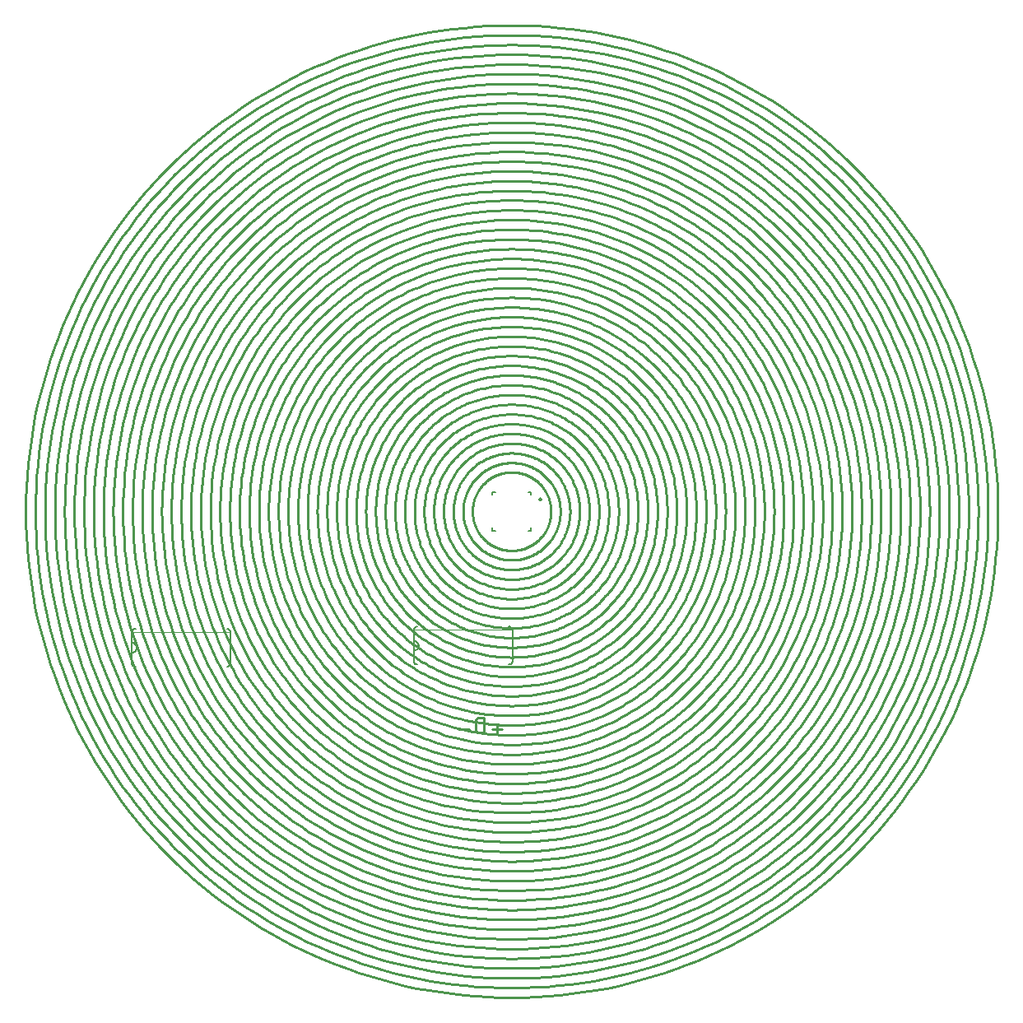
<source format=gbo>
G04 EAGLE Gerber RS-274X export*
G75*
%MOMM*%
%FSLAX34Y34*%
%LPD*%
%INBottom Silkscreen*%
%IPPOS*%
%AMOC8*
5,1,8,0,0,1.08239X$1,22.5*%
G01*
G04 Define Apertures*
%ADD10C,0.228600*%
%ADD11C,0.254000*%
%ADD12C,0.200000*%
%ADD13C,0.127000*%
%ADD14C,0.152400*%
%ADD15C,0.050800*%
D10*
X409959Y45754D02*
X399630Y45754D01*
X404795Y40589D02*
X404795Y50919D01*
X375979Y46033D02*
X365650Y46033D01*
X391437Y42375D02*
X391437Y57869D01*
X387134Y57869D01*
X387004Y57867D01*
X386874Y57861D01*
X386744Y57851D01*
X386615Y57838D01*
X386486Y57820D01*
X386358Y57799D01*
X386231Y57773D01*
X386104Y57744D01*
X385978Y57711D01*
X385854Y57674D01*
X385730Y57634D01*
X385608Y57589D01*
X385487Y57541D01*
X385368Y57490D01*
X385250Y57435D01*
X385134Y57376D01*
X385020Y57314D01*
X384907Y57248D01*
X384797Y57179D01*
X384689Y57107D01*
X384583Y57032D01*
X384480Y56953D01*
X384379Y56871D01*
X384280Y56787D01*
X384184Y56699D01*
X384091Y56608D01*
X384000Y56515D01*
X383912Y56419D01*
X383828Y56320D01*
X383746Y56219D01*
X383667Y56116D01*
X383592Y56010D01*
X383520Y55902D01*
X383451Y55792D01*
X383385Y55679D01*
X383323Y55565D01*
X383264Y55449D01*
X383209Y55331D01*
X383158Y55212D01*
X383110Y55091D01*
X383065Y54969D01*
X383025Y54845D01*
X382988Y54721D01*
X382955Y54595D01*
X382926Y54468D01*
X382900Y54341D01*
X382879Y54213D01*
X382861Y54084D01*
X382848Y53955D01*
X382838Y53825D01*
X382832Y53695D01*
X382830Y53565D01*
X382830Y46679D01*
X382832Y46549D01*
X382838Y46419D01*
X382848Y46289D01*
X382861Y46160D01*
X382879Y46031D01*
X382900Y45903D01*
X382926Y45776D01*
X382955Y45649D01*
X382988Y45523D01*
X383025Y45399D01*
X383065Y45275D01*
X383110Y45153D01*
X383158Y45032D01*
X383209Y44913D01*
X383264Y44795D01*
X383323Y44679D01*
X383385Y44565D01*
X383451Y44452D01*
X383520Y44342D01*
X383592Y44234D01*
X383667Y44128D01*
X383746Y44025D01*
X383828Y43924D01*
X383912Y43825D01*
X384000Y43729D01*
X384091Y43636D01*
X384184Y43545D01*
X384280Y43457D01*
X384379Y43373D01*
X384480Y43291D01*
X384583Y43212D01*
X384689Y43137D01*
X384797Y43065D01*
X384907Y42996D01*
X385020Y42930D01*
X385134Y42868D01*
X385250Y42809D01*
X385368Y42754D01*
X385487Y42703D01*
X385608Y42655D01*
X385730Y42610D01*
X385854Y42570D01*
X385978Y42533D01*
X386104Y42500D01*
X386231Y42471D01*
X386358Y42445D01*
X386486Y42424D01*
X386615Y42406D01*
X386744Y42393D01*
X386874Y42383D01*
X387004Y42377D01*
X387134Y42375D01*
X391437Y42375D01*
D11*
X379639Y270000D02*
X379651Y270991D01*
X379688Y271980D01*
X379748Y272969D01*
X379833Y273956D01*
X379943Y274941D01*
X380076Y275922D01*
X380233Y276900D01*
X380415Y277874D01*
X380620Y278843D01*
X380849Y279807D01*
X381101Y280765D01*
X381377Y281716D01*
X381676Y282661D01*
X381998Y283597D01*
X382343Y284526D01*
X382711Y285445D01*
X383102Y286356D01*
X383514Y287257D01*
X383949Y288147D01*
X384405Y289026D01*
X384882Y289894D01*
X385381Y290750D01*
X385901Y291593D01*
X386441Y292423D01*
X387001Y293240D01*
X387582Y294043D01*
X388182Y294831D01*
X388801Y295605D01*
X389438Y296363D01*
X390094Y297105D01*
X390769Y297831D01*
X391460Y298540D01*
X392169Y299231D01*
X392895Y299906D01*
X393637Y300562D01*
X394395Y301199D01*
X395169Y301818D01*
X395957Y302418D01*
X396760Y302999D01*
X397577Y303559D01*
X398407Y304099D01*
X399250Y304619D01*
X400106Y305118D01*
X400974Y305595D01*
X401853Y306051D01*
X402743Y306486D01*
X403644Y306898D01*
X404555Y307289D01*
X405474Y307657D01*
X406403Y308002D01*
X407339Y308324D01*
X408284Y308623D01*
X409235Y308899D01*
X410193Y309151D01*
X411157Y309380D01*
X412126Y309585D01*
X413100Y309767D01*
X414078Y309924D01*
X415059Y310057D01*
X416044Y310167D01*
X417031Y310252D01*
X418020Y310312D01*
X419009Y310349D01*
X420000Y310361D01*
X420991Y310349D01*
X421980Y310312D01*
X422969Y310252D01*
X423956Y310167D01*
X424941Y310057D01*
X425922Y309924D01*
X426900Y309767D01*
X427874Y309585D01*
X428843Y309380D01*
X429807Y309151D01*
X430765Y308899D01*
X431716Y308623D01*
X432661Y308324D01*
X433597Y308002D01*
X434526Y307657D01*
X435445Y307289D01*
X436356Y306898D01*
X437257Y306486D01*
X438147Y306051D01*
X439026Y305595D01*
X439894Y305118D01*
X440750Y304619D01*
X441593Y304099D01*
X442423Y303559D01*
X443240Y302999D01*
X444043Y302418D01*
X444831Y301818D01*
X445605Y301199D01*
X446363Y300562D01*
X447105Y299906D01*
X447831Y299231D01*
X448540Y298540D01*
X449231Y297831D01*
X449906Y297105D01*
X450562Y296363D01*
X451199Y295605D01*
X451818Y294831D01*
X452418Y294043D01*
X452999Y293240D01*
X453559Y292423D01*
X454099Y291593D01*
X454619Y290750D01*
X455118Y289894D01*
X455595Y289026D01*
X456051Y288147D01*
X456486Y287257D01*
X456898Y286356D01*
X457289Y285445D01*
X457657Y284526D01*
X458002Y283597D01*
X458324Y282661D01*
X458623Y281716D01*
X458899Y280765D01*
X459151Y279807D01*
X459380Y278843D01*
X459585Y277874D01*
X459767Y276900D01*
X459924Y275922D01*
X460057Y274941D01*
X460167Y273956D01*
X460252Y272969D01*
X460312Y271980D01*
X460349Y270991D01*
X460361Y270000D01*
X460349Y269009D01*
X460312Y268020D01*
X460252Y267031D01*
X460167Y266044D01*
X460057Y265059D01*
X459924Y264078D01*
X459767Y263100D01*
X459585Y262126D01*
X459380Y261157D01*
X459151Y260193D01*
X458899Y259235D01*
X458623Y258284D01*
X458324Y257339D01*
X458002Y256403D01*
X457657Y255474D01*
X457289Y254555D01*
X456898Y253644D01*
X456486Y252743D01*
X456051Y251853D01*
X455595Y250974D01*
X455118Y250106D01*
X454619Y249250D01*
X454099Y248407D01*
X453559Y247577D01*
X452999Y246760D01*
X452418Y245957D01*
X451818Y245169D01*
X451199Y244395D01*
X450562Y243637D01*
X449906Y242895D01*
X449231Y242169D01*
X448540Y241460D01*
X447831Y240769D01*
X447105Y240094D01*
X446363Y239438D01*
X445605Y238801D01*
X444831Y238182D01*
X444043Y237582D01*
X443240Y237001D01*
X442423Y236441D01*
X441593Y235901D01*
X440750Y235381D01*
X439894Y234882D01*
X439026Y234405D01*
X438147Y233949D01*
X437257Y233514D01*
X436356Y233102D01*
X435445Y232711D01*
X434526Y232343D01*
X433597Y231998D01*
X432661Y231676D01*
X431716Y231377D01*
X430765Y231101D01*
X429807Y230849D01*
X428843Y230620D01*
X427874Y230415D01*
X426900Y230233D01*
X425922Y230076D01*
X424941Y229943D01*
X423956Y229833D01*
X422969Y229748D01*
X421980Y229688D01*
X420991Y229651D01*
X420000Y229639D01*
X419009Y229651D01*
X418020Y229688D01*
X417031Y229748D01*
X416044Y229833D01*
X415059Y229943D01*
X414078Y230076D01*
X413100Y230233D01*
X412126Y230415D01*
X411157Y230620D01*
X410193Y230849D01*
X409235Y231101D01*
X408284Y231377D01*
X407339Y231676D01*
X406403Y231998D01*
X405474Y232343D01*
X404555Y232711D01*
X403644Y233102D01*
X402743Y233514D01*
X401853Y233949D01*
X400974Y234405D01*
X400106Y234882D01*
X399250Y235381D01*
X398407Y235901D01*
X397577Y236441D01*
X396760Y237001D01*
X395957Y237582D01*
X395169Y238182D01*
X394395Y238801D01*
X393637Y239438D01*
X392895Y240094D01*
X392169Y240769D01*
X391460Y241460D01*
X390769Y242169D01*
X390094Y242895D01*
X389438Y243637D01*
X388801Y244395D01*
X388182Y245169D01*
X387582Y245957D01*
X387001Y246760D01*
X386441Y247577D01*
X385901Y248407D01*
X385381Y249250D01*
X384882Y250106D01*
X384405Y250974D01*
X383949Y251853D01*
X383514Y252743D01*
X383102Y253644D01*
X382711Y254555D01*
X382343Y255474D01*
X381998Y256403D01*
X381676Y257339D01*
X381377Y258284D01*
X381101Y259235D01*
X380849Y260193D01*
X380620Y261157D01*
X380415Y262126D01*
X380233Y263100D01*
X380076Y264078D01*
X379943Y265059D01*
X379833Y266044D01*
X379748Y267031D01*
X379688Y268020D01*
X379651Y269009D01*
X379639Y270000D01*
X370000Y270000D02*
X370015Y271227D01*
X370060Y272453D01*
X370135Y273678D01*
X370241Y274901D01*
X370376Y276121D01*
X370541Y277337D01*
X370736Y278548D01*
X370961Y279755D01*
X371215Y280955D01*
X371498Y282149D01*
X371811Y283336D01*
X372153Y284514D01*
X372524Y285684D01*
X372923Y286844D01*
X373350Y287995D01*
X373806Y289134D01*
X374290Y290262D01*
X374801Y291378D01*
X375339Y292481D01*
X375904Y293570D01*
X376496Y294645D01*
X377114Y295705D01*
X377757Y296750D01*
X378427Y297779D01*
X379121Y298790D01*
X379840Y299785D01*
X380583Y300762D01*
X381349Y301720D01*
X382140Y302659D01*
X382952Y303578D01*
X383788Y304477D01*
X384645Y305355D01*
X385523Y306212D01*
X386422Y307048D01*
X387341Y307860D01*
X388280Y308651D01*
X389238Y309417D01*
X390215Y310160D01*
X391210Y310879D01*
X392221Y311573D01*
X393250Y312243D01*
X394295Y312886D01*
X395355Y313504D01*
X396430Y314096D01*
X397519Y314661D01*
X398622Y315199D01*
X399738Y315710D01*
X400866Y316194D01*
X402005Y316650D01*
X403156Y317077D01*
X404316Y317476D01*
X405486Y317847D01*
X406664Y318189D01*
X407851Y318502D01*
X409045Y318785D01*
X410245Y319039D01*
X411452Y319264D01*
X412663Y319459D01*
X413879Y319624D01*
X415099Y319759D01*
X416322Y319865D01*
X417547Y319940D01*
X418773Y319985D01*
X420000Y320000D01*
X421227Y319985D01*
X422453Y319940D01*
X423678Y319865D01*
X424901Y319759D01*
X426121Y319624D01*
X427337Y319459D01*
X428548Y319264D01*
X429755Y319039D01*
X430955Y318785D01*
X432149Y318502D01*
X433336Y318189D01*
X434514Y317847D01*
X435684Y317476D01*
X436844Y317077D01*
X437995Y316650D01*
X439134Y316194D01*
X440262Y315710D01*
X441378Y315199D01*
X442481Y314661D01*
X443570Y314096D01*
X444645Y313504D01*
X445705Y312886D01*
X446750Y312243D01*
X447779Y311573D01*
X448790Y310879D01*
X449785Y310160D01*
X450762Y309417D01*
X451720Y308651D01*
X452659Y307860D01*
X453578Y307048D01*
X454477Y306212D01*
X455355Y305355D01*
X456212Y304477D01*
X457048Y303578D01*
X457860Y302659D01*
X458651Y301720D01*
X459417Y300762D01*
X460160Y299785D01*
X460879Y298790D01*
X461573Y297779D01*
X462243Y296750D01*
X462886Y295705D01*
X463504Y294645D01*
X464096Y293570D01*
X464661Y292481D01*
X465199Y291378D01*
X465710Y290262D01*
X466194Y289134D01*
X466650Y287995D01*
X467077Y286844D01*
X467476Y285684D01*
X467847Y284514D01*
X468189Y283336D01*
X468502Y282149D01*
X468785Y280955D01*
X469039Y279755D01*
X469264Y278548D01*
X469459Y277337D01*
X469624Y276121D01*
X469759Y274901D01*
X469865Y273678D01*
X469940Y272453D01*
X469985Y271227D01*
X470000Y270000D01*
X469985Y268773D01*
X469940Y267547D01*
X469865Y266322D01*
X469759Y265099D01*
X469624Y263879D01*
X469459Y262663D01*
X469264Y261452D01*
X469039Y260245D01*
X468785Y259045D01*
X468502Y257851D01*
X468189Y256664D01*
X467847Y255486D01*
X467476Y254316D01*
X467077Y253156D01*
X466650Y252005D01*
X466194Y250866D01*
X465710Y249738D01*
X465199Y248622D01*
X464661Y247519D01*
X464096Y246430D01*
X463504Y245355D01*
X462886Y244295D01*
X462243Y243250D01*
X461573Y242221D01*
X460879Y241210D01*
X460160Y240215D01*
X459417Y239238D01*
X458651Y238280D01*
X457860Y237341D01*
X457048Y236422D01*
X456212Y235523D01*
X455355Y234645D01*
X454477Y233788D01*
X453578Y232952D01*
X452659Y232140D01*
X451720Y231349D01*
X450762Y230583D01*
X449785Y229840D01*
X448790Y229121D01*
X447779Y228427D01*
X446750Y227757D01*
X445705Y227114D01*
X444645Y226496D01*
X443570Y225904D01*
X442481Y225339D01*
X441378Y224801D01*
X440262Y224290D01*
X439134Y223806D01*
X437995Y223350D01*
X436844Y222923D01*
X435684Y222524D01*
X434514Y222153D01*
X433336Y221811D01*
X432149Y221498D01*
X430955Y221215D01*
X429755Y220961D01*
X428548Y220736D01*
X427337Y220541D01*
X426121Y220376D01*
X424901Y220241D01*
X423678Y220135D01*
X422453Y220060D01*
X421227Y220015D01*
X420000Y220000D01*
X418773Y220015D01*
X417547Y220060D01*
X416322Y220135D01*
X415099Y220241D01*
X413879Y220376D01*
X412663Y220541D01*
X411452Y220736D01*
X410245Y220961D01*
X409045Y221215D01*
X407851Y221498D01*
X406664Y221811D01*
X405486Y222153D01*
X404316Y222524D01*
X403156Y222923D01*
X402005Y223350D01*
X400866Y223806D01*
X399738Y224290D01*
X398622Y224801D01*
X397519Y225339D01*
X396430Y225904D01*
X395355Y226496D01*
X394295Y227114D01*
X393250Y227757D01*
X392221Y228427D01*
X391210Y229121D01*
X390215Y229840D01*
X389238Y230583D01*
X388280Y231349D01*
X387341Y232140D01*
X386422Y232952D01*
X385523Y233788D01*
X384645Y234645D01*
X383788Y235523D01*
X382952Y236422D01*
X382140Y237341D01*
X381349Y238280D01*
X380583Y239238D01*
X379840Y240215D01*
X379121Y241210D01*
X378427Y242221D01*
X377757Y243250D01*
X377114Y244295D01*
X376496Y245355D01*
X375904Y246430D01*
X375339Y247519D01*
X374801Y248622D01*
X374290Y249738D01*
X373806Y250866D01*
X373350Y252005D01*
X372923Y253156D01*
X372524Y254316D01*
X372153Y255486D01*
X371811Y256664D01*
X371498Y257851D01*
X371215Y259045D01*
X370961Y260245D01*
X370736Y261452D01*
X370541Y262663D01*
X370376Y263879D01*
X370241Y265099D01*
X370135Y266322D01*
X370060Y267547D01*
X370015Y268773D01*
X370000Y270000D01*
X360000Y270000D02*
X360018Y271472D01*
X360072Y272944D01*
X360163Y274414D01*
X360289Y275881D01*
X360451Y277345D01*
X360649Y278804D01*
X360883Y280258D01*
X361153Y281705D01*
X361458Y283146D01*
X361798Y284579D01*
X362173Y286003D01*
X362584Y287417D01*
X363028Y288821D01*
X363507Y290213D01*
X364020Y291594D01*
X364567Y292961D01*
X365147Y294314D01*
X365761Y295653D01*
X366407Y296977D01*
X367085Y298284D01*
X367795Y299574D01*
X368536Y300846D01*
X369309Y302100D01*
X370112Y303334D01*
X370945Y304548D01*
X371808Y305742D01*
X372699Y306914D01*
X373619Y308064D01*
X374567Y309190D01*
X375543Y310294D01*
X376545Y311372D01*
X377574Y312426D01*
X378628Y313455D01*
X379706Y314457D01*
X380810Y315433D01*
X381936Y316381D01*
X383086Y317301D01*
X384258Y318192D01*
X385452Y319055D01*
X386666Y319888D01*
X387900Y320691D01*
X389154Y321464D01*
X390426Y322205D01*
X391716Y322915D01*
X393023Y323593D01*
X394347Y324239D01*
X395686Y324853D01*
X397039Y325433D01*
X398406Y325980D01*
X399787Y326493D01*
X401179Y326972D01*
X402583Y327416D01*
X403997Y327827D01*
X405421Y328202D01*
X406854Y328542D01*
X408295Y328847D01*
X409742Y329117D01*
X411196Y329351D01*
X412655Y329549D01*
X414119Y329711D01*
X415586Y329837D01*
X417056Y329928D01*
X418528Y329982D01*
X420000Y330000D01*
X421472Y329982D01*
X422944Y329928D01*
X424414Y329837D01*
X425881Y329711D01*
X427345Y329549D01*
X428804Y329351D01*
X430258Y329117D01*
X431705Y328847D01*
X433146Y328542D01*
X434579Y328202D01*
X436003Y327827D01*
X437417Y327416D01*
X438821Y326972D01*
X440213Y326493D01*
X441594Y325980D01*
X442961Y325433D01*
X444314Y324853D01*
X445653Y324239D01*
X446977Y323593D01*
X448284Y322915D01*
X449574Y322205D01*
X450846Y321464D01*
X452100Y320691D01*
X453334Y319888D01*
X454548Y319055D01*
X455742Y318192D01*
X456914Y317301D01*
X458064Y316381D01*
X459190Y315433D01*
X460294Y314457D01*
X461372Y313455D01*
X462426Y312426D01*
X463455Y311372D01*
X464457Y310294D01*
X465433Y309190D01*
X466381Y308064D01*
X467301Y306914D01*
X468192Y305742D01*
X469055Y304548D01*
X469888Y303334D01*
X470691Y302100D01*
X471464Y300846D01*
X472205Y299574D01*
X472915Y298284D01*
X473593Y296977D01*
X474239Y295653D01*
X474853Y294314D01*
X475433Y292961D01*
X475980Y291594D01*
X476493Y290213D01*
X476972Y288821D01*
X477416Y287417D01*
X477827Y286003D01*
X478202Y284579D01*
X478542Y283146D01*
X478847Y281705D01*
X479117Y280258D01*
X479351Y278804D01*
X479549Y277345D01*
X479711Y275881D01*
X479837Y274414D01*
X479928Y272944D01*
X479982Y271472D01*
X480000Y270000D01*
X479982Y268528D01*
X479928Y267056D01*
X479837Y265586D01*
X479711Y264119D01*
X479549Y262655D01*
X479351Y261196D01*
X479117Y259742D01*
X478847Y258295D01*
X478542Y256854D01*
X478202Y255421D01*
X477827Y253997D01*
X477416Y252583D01*
X476972Y251179D01*
X476493Y249787D01*
X475980Y248406D01*
X475433Y247039D01*
X474853Y245686D01*
X474239Y244347D01*
X473593Y243023D01*
X472915Y241716D01*
X472205Y240426D01*
X471464Y239154D01*
X470691Y237900D01*
X469888Y236666D01*
X469055Y235452D01*
X468192Y234258D01*
X467301Y233086D01*
X466381Y231936D01*
X465433Y230810D01*
X464457Y229706D01*
X463455Y228628D01*
X462426Y227574D01*
X461372Y226545D01*
X460294Y225543D01*
X459190Y224567D01*
X458064Y223619D01*
X456914Y222699D01*
X455742Y221808D01*
X454548Y220945D01*
X453334Y220112D01*
X452100Y219309D01*
X450846Y218536D01*
X449574Y217795D01*
X448284Y217085D01*
X446977Y216407D01*
X445653Y215761D01*
X444314Y215147D01*
X442961Y214567D01*
X441594Y214020D01*
X440213Y213507D01*
X438821Y213028D01*
X437417Y212584D01*
X436003Y212173D01*
X434579Y211798D01*
X433146Y211458D01*
X431705Y211153D01*
X430258Y210883D01*
X428804Y210649D01*
X427345Y210451D01*
X425881Y210289D01*
X424414Y210163D01*
X422944Y210072D01*
X421472Y210018D01*
X420000Y210000D01*
X418528Y210018D01*
X417056Y210072D01*
X415586Y210163D01*
X414119Y210289D01*
X412655Y210451D01*
X411196Y210649D01*
X409742Y210883D01*
X408295Y211153D01*
X406854Y211458D01*
X405421Y211798D01*
X403997Y212173D01*
X402583Y212584D01*
X401179Y213028D01*
X399787Y213507D01*
X398406Y214020D01*
X397039Y214567D01*
X395686Y215147D01*
X394347Y215761D01*
X393023Y216407D01*
X391716Y217085D01*
X390426Y217795D01*
X389154Y218536D01*
X387900Y219309D01*
X386666Y220112D01*
X385452Y220945D01*
X384258Y221808D01*
X383086Y222699D01*
X381936Y223619D01*
X380810Y224567D01*
X379706Y225543D01*
X378628Y226545D01*
X377574Y227574D01*
X376545Y228628D01*
X375543Y229706D01*
X374567Y230810D01*
X373619Y231936D01*
X372699Y233086D01*
X371808Y234258D01*
X370945Y235452D01*
X370112Y236666D01*
X369309Y237900D01*
X368536Y239154D01*
X367795Y240426D01*
X367085Y241716D01*
X366407Y243023D01*
X365761Y244347D01*
X365147Y245686D01*
X364567Y247039D01*
X364020Y248406D01*
X363507Y249787D01*
X363028Y251179D01*
X362584Y252583D01*
X362173Y253997D01*
X361798Y255421D01*
X361458Y256854D01*
X361153Y258295D01*
X360883Y259742D01*
X360649Y261196D01*
X360451Y262655D01*
X360289Y264119D01*
X360163Y265586D01*
X360072Y267056D01*
X360018Y268528D01*
X360000Y270000D01*
X350000Y270000D02*
X350021Y271718D01*
X350084Y273435D01*
X350190Y275150D01*
X350337Y276861D01*
X350526Y278569D01*
X350758Y280271D01*
X351031Y281967D01*
X351345Y283656D01*
X351701Y285337D01*
X352098Y287009D01*
X352536Y288670D01*
X353014Y290320D01*
X353533Y291958D01*
X354092Y293582D01*
X354691Y295193D01*
X355328Y296788D01*
X356005Y298367D01*
X356721Y299929D01*
X357474Y301473D01*
X358266Y302998D01*
X359094Y304503D01*
X359959Y305987D01*
X360860Y307450D01*
X361797Y308890D01*
X362769Y310307D01*
X363775Y311699D01*
X364816Y313066D01*
X365889Y314408D01*
X366995Y315722D01*
X368133Y317009D01*
X369303Y318268D01*
X370503Y319497D01*
X371732Y320697D01*
X372991Y321867D01*
X374278Y323005D01*
X375592Y324111D01*
X376934Y325184D01*
X378301Y326225D01*
X379693Y327231D01*
X381110Y328203D01*
X382550Y329140D01*
X384013Y330041D01*
X385497Y330906D01*
X387002Y331734D01*
X388527Y332526D01*
X390071Y333279D01*
X391633Y333995D01*
X393212Y334672D01*
X394807Y335309D01*
X396418Y335908D01*
X398042Y336467D01*
X399680Y336986D01*
X401330Y337464D01*
X402991Y337902D01*
X404663Y338299D01*
X406344Y338655D01*
X408033Y338969D01*
X409729Y339242D01*
X411431Y339474D01*
X413139Y339663D01*
X414850Y339810D01*
X416565Y339916D01*
X418282Y339979D01*
X420000Y340000D01*
X421718Y339979D01*
X423435Y339916D01*
X425150Y339810D01*
X426861Y339663D01*
X428569Y339474D01*
X430271Y339242D01*
X431967Y338969D01*
X433656Y338655D01*
X435337Y338299D01*
X437009Y337902D01*
X438670Y337464D01*
X440320Y336986D01*
X441958Y336467D01*
X443582Y335908D01*
X445193Y335309D01*
X446788Y334672D01*
X448367Y333995D01*
X449929Y333279D01*
X451473Y332526D01*
X452998Y331734D01*
X454503Y330906D01*
X455987Y330041D01*
X457450Y329140D01*
X458890Y328203D01*
X460307Y327231D01*
X461699Y326225D01*
X463066Y325184D01*
X464408Y324111D01*
X465722Y323005D01*
X467009Y321867D01*
X468268Y320697D01*
X469497Y319497D01*
X470697Y318268D01*
X471867Y317009D01*
X473005Y315722D01*
X474111Y314408D01*
X475184Y313066D01*
X476225Y311699D01*
X477231Y310307D01*
X478203Y308890D01*
X479140Y307450D01*
X480041Y305987D01*
X480906Y304503D01*
X481734Y302998D01*
X482526Y301473D01*
X483279Y299929D01*
X483995Y298367D01*
X484672Y296788D01*
X485309Y295193D01*
X485908Y293582D01*
X486467Y291958D01*
X486986Y290320D01*
X487464Y288670D01*
X487902Y287009D01*
X488299Y285337D01*
X488655Y283656D01*
X488969Y281967D01*
X489242Y280271D01*
X489474Y278569D01*
X489663Y276861D01*
X489810Y275150D01*
X489916Y273435D01*
X489979Y271718D01*
X490000Y270000D01*
X489979Y268282D01*
X489916Y266565D01*
X489810Y264850D01*
X489663Y263139D01*
X489474Y261431D01*
X489242Y259729D01*
X488969Y258033D01*
X488655Y256344D01*
X488299Y254663D01*
X487902Y252991D01*
X487464Y251330D01*
X486986Y249680D01*
X486467Y248042D01*
X485908Y246418D01*
X485309Y244807D01*
X484672Y243212D01*
X483995Y241633D01*
X483279Y240071D01*
X482526Y238527D01*
X481734Y237002D01*
X480906Y235497D01*
X480041Y234013D01*
X479140Y232550D01*
X478203Y231110D01*
X477231Y229693D01*
X476225Y228301D01*
X475184Y226934D01*
X474111Y225592D01*
X473005Y224278D01*
X471867Y222991D01*
X470697Y221732D01*
X469497Y220503D01*
X468268Y219303D01*
X467009Y218133D01*
X465722Y216995D01*
X464408Y215889D01*
X463066Y214816D01*
X461699Y213775D01*
X460307Y212769D01*
X458890Y211797D01*
X457450Y210860D01*
X455987Y209959D01*
X454503Y209094D01*
X452998Y208266D01*
X451473Y207474D01*
X449929Y206721D01*
X448367Y206005D01*
X446788Y205328D01*
X445193Y204691D01*
X443582Y204092D01*
X441958Y203533D01*
X440320Y203014D01*
X438670Y202536D01*
X437009Y202098D01*
X435337Y201701D01*
X433656Y201345D01*
X431967Y201031D01*
X430271Y200758D01*
X428569Y200526D01*
X426861Y200337D01*
X425150Y200190D01*
X423435Y200084D01*
X421718Y200021D01*
X420000Y200000D01*
X418282Y200021D01*
X416565Y200084D01*
X414850Y200190D01*
X413139Y200337D01*
X411431Y200526D01*
X409729Y200758D01*
X408033Y201031D01*
X406344Y201345D01*
X404663Y201701D01*
X402991Y202098D01*
X401330Y202536D01*
X399680Y203014D01*
X398042Y203533D01*
X396418Y204092D01*
X394807Y204691D01*
X393212Y205328D01*
X391633Y206005D01*
X390071Y206721D01*
X388527Y207474D01*
X387002Y208266D01*
X385497Y209094D01*
X384013Y209959D01*
X382550Y210860D01*
X381110Y211797D01*
X379693Y212769D01*
X378301Y213775D01*
X376934Y214816D01*
X375592Y215889D01*
X374278Y216995D01*
X372991Y218133D01*
X371732Y219303D01*
X370503Y220503D01*
X369303Y221732D01*
X368133Y222991D01*
X366995Y224278D01*
X365889Y225592D01*
X364816Y226934D01*
X363775Y228301D01*
X362769Y229693D01*
X361797Y231110D01*
X360860Y232550D01*
X359959Y234013D01*
X359094Y235497D01*
X358266Y237002D01*
X357474Y238527D01*
X356721Y240071D01*
X356005Y241633D01*
X355328Y243212D01*
X354691Y244807D01*
X354092Y246418D01*
X353533Y248042D01*
X353014Y249680D01*
X352536Y251330D01*
X352098Y252991D01*
X351701Y254663D01*
X351345Y256344D01*
X351031Y258033D01*
X350758Y259729D01*
X350526Y261431D01*
X350337Y263139D01*
X350190Y264850D01*
X350084Y266565D01*
X350021Y268282D01*
X350000Y270000D01*
X340000Y270000D02*
X340024Y271963D01*
X340096Y273925D01*
X340217Y275885D01*
X340385Y277841D01*
X340602Y279793D01*
X340866Y281738D01*
X341178Y283677D01*
X341537Y285607D01*
X341944Y287528D01*
X342397Y289438D01*
X342898Y291337D01*
X343445Y293223D01*
X344038Y295095D01*
X344676Y296951D01*
X345361Y298792D01*
X346090Y300615D01*
X346863Y302419D01*
X347681Y304204D01*
X348542Y305969D01*
X349446Y307712D01*
X350393Y309432D01*
X351382Y311128D01*
X352412Y312800D01*
X353482Y314446D01*
X354593Y316065D01*
X355743Y317656D01*
X356932Y319219D01*
X358159Y320751D01*
X359423Y322254D01*
X360724Y323725D01*
X362060Y325163D01*
X363431Y326569D01*
X364837Y327940D01*
X366275Y329276D01*
X367746Y330577D01*
X369249Y331841D01*
X370781Y333068D01*
X372344Y334257D01*
X373935Y335407D01*
X375554Y336518D01*
X377200Y337588D01*
X378872Y338618D01*
X380568Y339607D01*
X382288Y340554D01*
X384031Y341458D01*
X385796Y342319D01*
X387581Y343137D01*
X389385Y343910D01*
X391208Y344639D01*
X393049Y345324D01*
X394905Y345962D01*
X396777Y346555D01*
X398663Y347102D01*
X400562Y347603D01*
X402472Y348056D01*
X404393Y348463D01*
X406323Y348822D01*
X408262Y349134D01*
X410207Y349398D01*
X412159Y349615D01*
X414115Y349783D01*
X416075Y349904D01*
X418037Y349976D01*
X420000Y350000D01*
X421963Y349976D01*
X423925Y349904D01*
X425885Y349783D01*
X427841Y349615D01*
X429793Y349398D01*
X431738Y349134D01*
X433677Y348822D01*
X435607Y348463D01*
X437528Y348056D01*
X439438Y347603D01*
X441337Y347102D01*
X443223Y346555D01*
X445095Y345962D01*
X446951Y345324D01*
X448792Y344639D01*
X450615Y343910D01*
X452419Y343137D01*
X454204Y342319D01*
X455969Y341458D01*
X457712Y340554D01*
X459432Y339607D01*
X461128Y338618D01*
X462800Y337588D01*
X464446Y336518D01*
X466065Y335407D01*
X467656Y334257D01*
X469219Y333068D01*
X470751Y331841D01*
X472254Y330577D01*
X473725Y329276D01*
X475163Y327940D01*
X476569Y326569D01*
X477940Y325163D01*
X479276Y323725D01*
X480577Y322254D01*
X481841Y320751D01*
X483068Y319219D01*
X484257Y317656D01*
X485407Y316065D01*
X486518Y314446D01*
X487588Y312800D01*
X488618Y311128D01*
X489607Y309432D01*
X490554Y307712D01*
X491458Y305969D01*
X492319Y304204D01*
X493137Y302419D01*
X493910Y300615D01*
X494639Y298792D01*
X495324Y296951D01*
X495962Y295095D01*
X496555Y293223D01*
X497102Y291337D01*
X497603Y289438D01*
X498056Y287528D01*
X498463Y285607D01*
X498822Y283677D01*
X499134Y281738D01*
X499398Y279793D01*
X499615Y277841D01*
X499783Y275885D01*
X499904Y273925D01*
X499976Y271963D01*
X500000Y270000D01*
X499976Y268037D01*
X499904Y266075D01*
X499783Y264115D01*
X499615Y262159D01*
X499398Y260207D01*
X499134Y258262D01*
X498822Y256323D01*
X498463Y254393D01*
X498056Y252472D01*
X497603Y250562D01*
X497102Y248663D01*
X496555Y246777D01*
X495962Y244905D01*
X495324Y243049D01*
X494639Y241208D01*
X493910Y239385D01*
X493137Y237581D01*
X492319Y235796D01*
X491458Y234031D01*
X490554Y232288D01*
X489607Y230568D01*
X488618Y228872D01*
X487588Y227200D01*
X486518Y225554D01*
X485407Y223935D01*
X484257Y222344D01*
X483068Y220781D01*
X481841Y219249D01*
X480577Y217746D01*
X479276Y216275D01*
X477940Y214837D01*
X476569Y213431D01*
X475163Y212060D01*
X473725Y210724D01*
X472254Y209423D01*
X470751Y208159D01*
X469219Y206932D01*
X467656Y205743D01*
X466065Y204593D01*
X464446Y203482D01*
X462800Y202412D01*
X461128Y201382D01*
X459432Y200393D01*
X457712Y199446D01*
X455969Y198542D01*
X454204Y197681D01*
X452419Y196863D01*
X450615Y196090D01*
X448792Y195361D01*
X446951Y194676D01*
X445095Y194038D01*
X443223Y193445D01*
X441337Y192898D01*
X439438Y192397D01*
X437528Y191944D01*
X435607Y191537D01*
X433677Y191178D01*
X431738Y190866D01*
X429793Y190602D01*
X427841Y190385D01*
X425885Y190217D01*
X423925Y190096D01*
X421963Y190024D01*
X420000Y190000D01*
X418037Y190024D01*
X416075Y190096D01*
X414115Y190217D01*
X412159Y190385D01*
X410207Y190602D01*
X408262Y190866D01*
X406323Y191178D01*
X404393Y191537D01*
X402472Y191944D01*
X400562Y192397D01*
X398663Y192898D01*
X396777Y193445D01*
X394905Y194038D01*
X393049Y194676D01*
X391208Y195361D01*
X389385Y196090D01*
X387581Y196863D01*
X385796Y197681D01*
X384031Y198542D01*
X382288Y199446D01*
X380568Y200393D01*
X378872Y201382D01*
X377200Y202412D01*
X375554Y203482D01*
X373935Y204593D01*
X372344Y205743D01*
X370781Y206932D01*
X369249Y208159D01*
X367746Y209423D01*
X366275Y210724D01*
X364837Y212060D01*
X363431Y213431D01*
X362060Y214837D01*
X360724Y216275D01*
X359423Y217746D01*
X358159Y219249D01*
X356932Y220781D01*
X355743Y222344D01*
X354593Y223935D01*
X353482Y225554D01*
X352412Y227200D01*
X351382Y228872D01*
X350393Y230568D01*
X349446Y232288D01*
X348542Y234031D01*
X347681Y235796D01*
X346863Y237581D01*
X346090Y239385D01*
X345361Y241208D01*
X344676Y243049D01*
X344038Y244905D01*
X343445Y246777D01*
X342898Y248663D01*
X342397Y250562D01*
X341944Y252472D01*
X341537Y254393D01*
X341178Y256323D01*
X340866Y258262D01*
X340602Y260207D01*
X340385Y262159D01*
X340217Y264115D01*
X340096Y266075D01*
X340024Y268037D01*
X340000Y270000D01*
X330000Y270000D02*
X330027Y272209D01*
X330108Y274416D01*
X330244Y276621D01*
X330433Y278822D01*
X330677Y281017D01*
X330974Y283206D01*
X331325Y285387D01*
X331729Y287558D01*
X332187Y289719D01*
X332697Y291868D01*
X333260Y294004D01*
X333875Y296126D01*
X334542Y298231D01*
X335261Y300320D01*
X336031Y302391D01*
X336851Y304442D01*
X337721Y306472D01*
X338641Y308480D01*
X339610Y310465D01*
X340627Y312426D01*
X341692Y314361D01*
X342804Y316269D01*
X343963Y318150D01*
X345168Y320001D01*
X346417Y321823D01*
X347711Y323613D01*
X349049Y325371D01*
X350429Y327095D01*
X351851Y328786D01*
X353314Y330440D01*
X354818Y332059D01*
X356360Y333640D01*
X357941Y335182D01*
X359560Y336686D01*
X361214Y338149D01*
X362905Y339571D01*
X364629Y340951D01*
X366387Y342289D01*
X368177Y343583D01*
X369999Y344832D01*
X371850Y346037D01*
X373731Y347196D01*
X375639Y348308D01*
X377574Y349373D01*
X379535Y350390D01*
X381520Y351359D01*
X383528Y352279D01*
X385558Y353149D01*
X387609Y353969D01*
X389680Y354739D01*
X391769Y355458D01*
X393874Y356125D01*
X395996Y356740D01*
X398132Y357303D01*
X400281Y357813D01*
X402442Y358271D01*
X404613Y358675D01*
X406794Y359026D01*
X408983Y359323D01*
X411178Y359567D01*
X413379Y359756D01*
X415584Y359892D01*
X417791Y359973D01*
X420000Y360000D01*
X422209Y359973D01*
X424416Y359892D01*
X426621Y359756D01*
X428822Y359567D01*
X431017Y359323D01*
X433206Y359026D01*
X435387Y358675D01*
X437558Y358271D01*
X439719Y357813D01*
X441868Y357303D01*
X444004Y356740D01*
X446126Y356125D01*
X448231Y355458D01*
X450320Y354739D01*
X452391Y353969D01*
X454442Y353149D01*
X456472Y352279D01*
X458480Y351359D01*
X460465Y350390D01*
X462426Y349373D01*
X464361Y348308D01*
X466269Y347196D01*
X468150Y346037D01*
X470001Y344832D01*
X471823Y343583D01*
X473613Y342289D01*
X475371Y340951D01*
X477095Y339571D01*
X478786Y338149D01*
X480440Y336686D01*
X482059Y335182D01*
X483640Y333640D01*
X485182Y332059D01*
X486686Y330440D01*
X488149Y328786D01*
X489571Y327095D01*
X490951Y325371D01*
X492289Y323613D01*
X493583Y321823D01*
X494832Y320001D01*
X496037Y318150D01*
X497196Y316269D01*
X498308Y314361D01*
X499373Y312426D01*
X500390Y310465D01*
X501359Y308480D01*
X502279Y306472D01*
X503149Y304442D01*
X503969Y302391D01*
X504739Y300320D01*
X505458Y298231D01*
X506125Y296126D01*
X506740Y294004D01*
X507303Y291868D01*
X507813Y289719D01*
X508271Y287558D01*
X508675Y285387D01*
X509026Y283206D01*
X509323Y281017D01*
X509567Y278822D01*
X509756Y276621D01*
X509892Y274416D01*
X509973Y272209D01*
X510000Y270000D01*
X509973Y267791D01*
X509892Y265584D01*
X509756Y263379D01*
X509567Y261178D01*
X509323Y258983D01*
X509026Y256794D01*
X508675Y254613D01*
X508271Y252442D01*
X507813Y250281D01*
X507303Y248132D01*
X506740Y245996D01*
X506125Y243874D01*
X505458Y241769D01*
X504739Y239680D01*
X503969Y237609D01*
X503149Y235558D01*
X502279Y233528D01*
X501359Y231520D01*
X500390Y229535D01*
X499373Y227574D01*
X498308Y225639D01*
X497196Y223731D01*
X496037Y221850D01*
X494832Y219999D01*
X493583Y218177D01*
X492289Y216387D01*
X490951Y214629D01*
X489571Y212905D01*
X488149Y211214D01*
X486686Y209560D01*
X485182Y207941D01*
X483640Y206360D01*
X482059Y204818D01*
X480440Y203314D01*
X478786Y201851D01*
X477095Y200429D01*
X475371Y199049D01*
X473613Y197711D01*
X471823Y196417D01*
X470001Y195168D01*
X468150Y193963D01*
X466269Y192804D01*
X464361Y191692D01*
X462426Y190627D01*
X460465Y189610D01*
X458480Y188641D01*
X456472Y187721D01*
X454442Y186851D01*
X452391Y186031D01*
X450320Y185261D01*
X448231Y184542D01*
X446126Y183875D01*
X444004Y183260D01*
X441868Y182697D01*
X439719Y182187D01*
X437558Y181729D01*
X435387Y181325D01*
X433206Y180974D01*
X431017Y180677D01*
X428822Y180433D01*
X426621Y180244D01*
X424416Y180108D01*
X422209Y180027D01*
X420000Y180000D01*
X417791Y180027D01*
X415584Y180108D01*
X413379Y180244D01*
X411178Y180433D01*
X408983Y180677D01*
X406794Y180974D01*
X404613Y181325D01*
X402442Y181729D01*
X400281Y182187D01*
X398132Y182697D01*
X395996Y183260D01*
X393874Y183875D01*
X391769Y184542D01*
X389680Y185261D01*
X387609Y186031D01*
X385558Y186851D01*
X383528Y187721D01*
X381520Y188641D01*
X379535Y189610D01*
X377574Y190627D01*
X375639Y191692D01*
X373731Y192804D01*
X371850Y193963D01*
X369999Y195168D01*
X368177Y196417D01*
X366387Y197711D01*
X364629Y199049D01*
X362905Y200429D01*
X361214Y201851D01*
X359560Y203314D01*
X357941Y204818D01*
X356360Y206360D01*
X354818Y207941D01*
X353314Y209560D01*
X351851Y211214D01*
X350429Y212905D01*
X349049Y214629D01*
X347711Y216387D01*
X346417Y218177D01*
X345168Y219999D01*
X343963Y221850D01*
X342804Y223731D01*
X341692Y225639D01*
X340627Y227574D01*
X339610Y229535D01*
X338641Y231520D01*
X337721Y233528D01*
X336851Y235558D01*
X336031Y237609D01*
X335261Y239680D01*
X334542Y241769D01*
X333875Y243874D01*
X333260Y245996D01*
X332697Y248132D01*
X332187Y250281D01*
X331729Y252442D01*
X331325Y254613D01*
X330974Y256794D01*
X330677Y258983D01*
X330433Y261178D01*
X330244Y263379D01*
X330108Y265584D01*
X330027Y267791D01*
X330000Y270000D01*
X320000Y270000D02*
X320030Y272454D01*
X320120Y274907D01*
X320271Y277356D01*
X320482Y279802D01*
X320752Y282241D01*
X321082Y284673D01*
X321472Y287096D01*
X321921Y289509D01*
X322430Y291910D01*
X322997Y294298D01*
X323622Y296671D01*
X324306Y299028D01*
X325047Y301368D01*
X325846Y303689D01*
X326701Y305990D01*
X327612Y308268D01*
X328579Y310524D01*
X329601Y312756D01*
X330678Y314961D01*
X331808Y317140D01*
X332991Y319290D01*
X334227Y321410D01*
X335515Y323500D01*
X336853Y325557D01*
X338242Y327581D01*
X339679Y329570D01*
X341165Y331523D01*
X342699Y333439D01*
X344279Y335317D01*
X345905Y337156D01*
X347575Y338954D01*
X349289Y340711D01*
X351046Y342425D01*
X352844Y344095D01*
X354683Y345721D01*
X356561Y347301D01*
X358477Y348835D01*
X360430Y350321D01*
X362419Y351758D01*
X364443Y353147D01*
X366500Y354485D01*
X368590Y355773D01*
X370710Y357009D01*
X372860Y358192D01*
X375039Y359322D01*
X377244Y360399D01*
X379476Y361421D01*
X381732Y362388D01*
X384010Y363299D01*
X386311Y364154D01*
X388632Y364953D01*
X390972Y365694D01*
X393329Y366378D01*
X395702Y367003D01*
X398090Y367570D01*
X400491Y368079D01*
X402904Y368528D01*
X405327Y368918D01*
X407759Y369248D01*
X410198Y369518D01*
X412644Y369729D01*
X415093Y369880D01*
X417546Y369970D01*
X420000Y370000D01*
X422454Y369970D01*
X424907Y369880D01*
X427356Y369729D01*
X429802Y369518D01*
X432241Y369248D01*
X434673Y368918D01*
X437096Y368528D01*
X439509Y368079D01*
X441910Y367570D01*
X444298Y367003D01*
X446671Y366378D01*
X449028Y365694D01*
X451368Y364953D01*
X453689Y364154D01*
X455990Y363299D01*
X458268Y362388D01*
X460524Y361421D01*
X462756Y360399D01*
X464961Y359322D01*
X467140Y358192D01*
X469290Y357009D01*
X471410Y355773D01*
X473500Y354485D01*
X475557Y353147D01*
X477581Y351758D01*
X479570Y350321D01*
X481523Y348835D01*
X483439Y347301D01*
X485317Y345721D01*
X487156Y344095D01*
X488954Y342425D01*
X490711Y340711D01*
X492425Y338954D01*
X494095Y337156D01*
X495721Y335317D01*
X497301Y333439D01*
X498835Y331523D01*
X500321Y329570D01*
X501758Y327581D01*
X503147Y325557D01*
X504485Y323500D01*
X505773Y321410D01*
X507009Y319290D01*
X508192Y317140D01*
X509322Y314961D01*
X510399Y312756D01*
X511421Y310524D01*
X512388Y308268D01*
X513299Y305990D01*
X514154Y303689D01*
X514953Y301368D01*
X515694Y299028D01*
X516378Y296671D01*
X517003Y294298D01*
X517570Y291910D01*
X518079Y289509D01*
X518528Y287096D01*
X518918Y284673D01*
X519248Y282241D01*
X519518Y279802D01*
X519729Y277356D01*
X519880Y274907D01*
X519970Y272454D01*
X520000Y270000D01*
X519970Y267546D01*
X519880Y265093D01*
X519729Y262644D01*
X519518Y260198D01*
X519248Y257759D01*
X518918Y255327D01*
X518528Y252904D01*
X518079Y250491D01*
X517570Y248090D01*
X517003Y245702D01*
X516378Y243329D01*
X515694Y240972D01*
X514953Y238632D01*
X514154Y236311D01*
X513299Y234010D01*
X512388Y231732D01*
X511421Y229476D01*
X510399Y227244D01*
X509322Y225039D01*
X508192Y222860D01*
X507009Y220710D01*
X505773Y218590D01*
X504485Y216500D01*
X503147Y214443D01*
X501758Y212419D01*
X500321Y210430D01*
X498835Y208477D01*
X497301Y206561D01*
X495721Y204683D01*
X494095Y202844D01*
X492425Y201046D01*
X490711Y199289D01*
X488954Y197575D01*
X487156Y195905D01*
X485317Y194279D01*
X483439Y192699D01*
X481523Y191165D01*
X479570Y189679D01*
X477581Y188242D01*
X475557Y186853D01*
X473500Y185515D01*
X471410Y184227D01*
X469290Y182991D01*
X467140Y181808D01*
X464961Y180678D01*
X462756Y179601D01*
X460524Y178579D01*
X458268Y177612D01*
X455990Y176701D01*
X453689Y175846D01*
X451368Y175047D01*
X449028Y174306D01*
X446671Y173622D01*
X444298Y172997D01*
X441910Y172430D01*
X439509Y171921D01*
X437096Y171472D01*
X434673Y171082D01*
X432241Y170752D01*
X429802Y170482D01*
X427356Y170271D01*
X424907Y170120D01*
X422454Y170030D01*
X420000Y170000D01*
X417546Y170030D01*
X415093Y170120D01*
X412644Y170271D01*
X410198Y170482D01*
X407759Y170752D01*
X405327Y171082D01*
X402904Y171472D01*
X400491Y171921D01*
X398090Y172430D01*
X395702Y172997D01*
X393329Y173622D01*
X390972Y174306D01*
X388632Y175047D01*
X386311Y175846D01*
X384010Y176701D01*
X381732Y177612D01*
X379476Y178579D01*
X377244Y179601D01*
X375039Y180678D01*
X372860Y181808D01*
X370710Y182991D01*
X368590Y184227D01*
X366500Y185515D01*
X364443Y186853D01*
X362419Y188242D01*
X360430Y189679D01*
X358477Y191165D01*
X356561Y192699D01*
X354683Y194279D01*
X352844Y195905D01*
X351046Y197575D01*
X349289Y199289D01*
X347575Y201046D01*
X345905Y202844D01*
X344279Y204683D01*
X342699Y206561D01*
X341165Y208477D01*
X339679Y210430D01*
X338242Y212419D01*
X336853Y214443D01*
X335515Y216500D01*
X334227Y218590D01*
X332991Y220710D01*
X331808Y222860D01*
X330678Y225039D01*
X329601Y227244D01*
X328579Y229476D01*
X327612Y231732D01*
X326701Y234010D01*
X325846Y236311D01*
X325047Y238632D01*
X324306Y240972D01*
X323622Y243329D01*
X322997Y245702D01*
X322430Y248090D01*
X321921Y250491D01*
X321472Y252904D01*
X321082Y255327D01*
X320752Y257759D01*
X320482Y260198D01*
X320271Y262644D01*
X320120Y265093D01*
X320030Y267546D01*
X320000Y270000D01*
X310000Y270000D02*
X310033Y272700D01*
X310132Y275397D01*
X310298Y278092D01*
X310530Y280782D01*
X310827Y283465D01*
X311191Y286140D01*
X311619Y288806D01*
X312114Y291460D01*
X312673Y294101D01*
X313297Y296728D01*
X313985Y299338D01*
X314737Y301931D01*
X315552Y304505D01*
X316430Y307058D01*
X317371Y309588D01*
X318373Y312095D01*
X319437Y314577D01*
X320561Y317031D01*
X321745Y319457D01*
X322989Y321854D01*
X324290Y324219D01*
X325650Y326551D01*
X327066Y328850D01*
X328538Y331113D01*
X330066Y333339D01*
X331647Y335527D01*
X333282Y337675D01*
X334969Y339783D01*
X336707Y341849D01*
X338495Y343871D01*
X340333Y345849D01*
X342218Y347782D01*
X344151Y349667D01*
X346129Y351505D01*
X348151Y353293D01*
X350217Y355031D01*
X352325Y356718D01*
X354473Y358353D01*
X356661Y359934D01*
X358887Y361462D01*
X361150Y362934D01*
X363449Y364350D01*
X365781Y365710D01*
X368146Y367011D01*
X370543Y368255D01*
X372969Y369439D01*
X375423Y370563D01*
X377905Y371627D01*
X380412Y372629D01*
X382942Y373570D01*
X385495Y374448D01*
X388069Y375263D01*
X390662Y376015D01*
X393272Y376703D01*
X395899Y377327D01*
X398540Y377886D01*
X401194Y378381D01*
X403860Y378809D01*
X406535Y379173D01*
X409218Y379470D01*
X411908Y379702D01*
X414603Y379868D01*
X417300Y379967D01*
X420000Y380000D01*
X422700Y379967D01*
X425397Y379868D01*
X428092Y379702D01*
X430782Y379470D01*
X433465Y379173D01*
X436140Y378809D01*
X438806Y378381D01*
X441460Y377886D01*
X444101Y377327D01*
X446728Y376703D01*
X449338Y376015D01*
X451931Y375263D01*
X454505Y374448D01*
X457058Y373570D01*
X459588Y372629D01*
X462095Y371627D01*
X464577Y370563D01*
X467031Y369439D01*
X469457Y368255D01*
X471854Y367011D01*
X474219Y365710D01*
X476551Y364350D01*
X478850Y362934D01*
X481113Y361462D01*
X483339Y359934D01*
X485527Y358353D01*
X487675Y356718D01*
X489783Y355031D01*
X491849Y353293D01*
X493871Y351505D01*
X495849Y349667D01*
X497782Y347782D01*
X499667Y345849D01*
X501505Y343871D01*
X503293Y341849D01*
X505031Y339783D01*
X506718Y337675D01*
X508353Y335527D01*
X509934Y333339D01*
X511462Y331113D01*
X512934Y328850D01*
X514350Y326551D01*
X515710Y324219D01*
X517011Y321854D01*
X518255Y319457D01*
X519439Y317031D01*
X520563Y314577D01*
X521627Y312095D01*
X522629Y309588D01*
X523570Y307058D01*
X524448Y304505D01*
X525263Y301931D01*
X526015Y299338D01*
X526703Y296728D01*
X527327Y294101D01*
X527886Y291460D01*
X528381Y288806D01*
X528809Y286140D01*
X529173Y283465D01*
X529470Y280782D01*
X529702Y278092D01*
X529868Y275397D01*
X529967Y272700D01*
X530000Y270000D01*
X529967Y267300D01*
X529868Y264603D01*
X529702Y261908D01*
X529470Y259218D01*
X529173Y256535D01*
X528809Y253860D01*
X528381Y251194D01*
X527886Y248540D01*
X527327Y245899D01*
X526703Y243272D01*
X526015Y240662D01*
X525263Y238069D01*
X524448Y235495D01*
X523570Y232942D01*
X522629Y230412D01*
X521627Y227905D01*
X520563Y225423D01*
X519439Y222969D01*
X518255Y220543D01*
X517011Y218146D01*
X515710Y215781D01*
X514350Y213449D01*
X512934Y211150D01*
X511462Y208887D01*
X509934Y206661D01*
X508353Y204473D01*
X506718Y202325D01*
X505031Y200217D01*
X503293Y198151D01*
X501505Y196129D01*
X499667Y194151D01*
X497782Y192218D01*
X495849Y190333D01*
X493871Y188495D01*
X491849Y186707D01*
X489783Y184969D01*
X487675Y183282D01*
X485527Y181647D01*
X483339Y180066D01*
X481113Y178538D01*
X478850Y177066D01*
X476551Y175650D01*
X474219Y174290D01*
X471854Y172989D01*
X469457Y171745D01*
X467031Y170561D01*
X464577Y169437D01*
X462095Y168373D01*
X459588Y167371D01*
X457058Y166430D01*
X454505Y165552D01*
X451931Y164737D01*
X449338Y163985D01*
X446728Y163297D01*
X444101Y162673D01*
X441460Y162114D01*
X438806Y161619D01*
X436140Y161191D01*
X433465Y160827D01*
X430782Y160530D01*
X428092Y160298D01*
X425397Y160132D01*
X422700Y160033D01*
X420000Y160000D01*
X417300Y160033D01*
X414603Y160132D01*
X411908Y160298D01*
X409218Y160530D01*
X406535Y160827D01*
X403860Y161191D01*
X401194Y161619D01*
X398540Y162114D01*
X395899Y162673D01*
X393272Y163297D01*
X390662Y163985D01*
X388069Y164737D01*
X385495Y165552D01*
X382942Y166430D01*
X380412Y167371D01*
X377905Y168373D01*
X375423Y169437D01*
X372969Y170561D01*
X370543Y171745D01*
X368146Y172989D01*
X365781Y174290D01*
X363449Y175650D01*
X361150Y177066D01*
X358887Y178538D01*
X356661Y180066D01*
X354473Y181647D01*
X352325Y183282D01*
X350217Y184969D01*
X348151Y186707D01*
X346129Y188495D01*
X344151Y190333D01*
X342218Y192218D01*
X340333Y194151D01*
X338495Y196129D01*
X336707Y198151D01*
X334969Y200217D01*
X333282Y202325D01*
X331647Y204473D01*
X330066Y206661D01*
X328538Y208887D01*
X327066Y211150D01*
X325650Y213449D01*
X324290Y215781D01*
X322989Y218146D01*
X321745Y220543D01*
X320561Y222969D01*
X319437Y225423D01*
X318373Y227905D01*
X317371Y230412D01*
X316430Y232942D01*
X315552Y235495D01*
X314737Y238069D01*
X313985Y240662D01*
X313297Y243272D01*
X312673Y245899D01*
X312114Y248540D01*
X311619Y251194D01*
X311191Y253860D01*
X310827Y256535D01*
X310530Y259218D01*
X310298Y261908D01*
X310132Y264603D01*
X310033Y267300D01*
X310000Y270000D01*
X300000Y270000D02*
X300036Y272945D01*
X300145Y275888D01*
X300325Y278828D01*
X300578Y281762D01*
X300902Y284689D01*
X301299Y287608D01*
X301767Y290515D01*
X302306Y293411D01*
X302916Y296292D01*
X303596Y299158D01*
X304347Y302006D01*
X305167Y304834D01*
X306057Y307642D01*
X307015Y310427D01*
X308041Y313187D01*
X309134Y315922D01*
X310295Y318629D01*
X311521Y321307D01*
X312813Y323953D01*
X314169Y326568D01*
X315590Y329148D01*
X317073Y331692D01*
X318618Y334200D01*
X320224Y336668D01*
X321890Y339097D01*
X323615Y341484D01*
X325398Y343828D01*
X327239Y346127D01*
X329135Y348381D01*
X331086Y350587D01*
X333090Y352745D01*
X335147Y354853D01*
X337255Y356910D01*
X339413Y358914D01*
X341619Y360865D01*
X343873Y362761D01*
X346172Y364602D01*
X348516Y366385D01*
X350903Y368110D01*
X353332Y369776D01*
X355800Y371382D01*
X358308Y372927D01*
X360852Y374410D01*
X363432Y375831D01*
X366047Y377187D01*
X368693Y378479D01*
X371371Y379705D01*
X374078Y380866D01*
X376813Y381959D01*
X379573Y382985D01*
X382358Y383943D01*
X385166Y384833D01*
X387994Y385653D01*
X390842Y386404D01*
X393708Y387084D01*
X396589Y387694D01*
X399485Y388233D01*
X402392Y388701D01*
X405311Y389098D01*
X408238Y389422D01*
X411172Y389675D01*
X414112Y389855D01*
X417055Y389964D01*
X420000Y390000D01*
X422945Y389964D01*
X425888Y389855D01*
X428828Y389675D01*
X431762Y389422D01*
X434689Y389098D01*
X437608Y388701D01*
X440515Y388233D01*
X443411Y387694D01*
X446292Y387084D01*
X449158Y386404D01*
X452006Y385653D01*
X454834Y384833D01*
X457642Y383943D01*
X460427Y382985D01*
X463187Y381959D01*
X465922Y380866D01*
X468629Y379705D01*
X471307Y378479D01*
X473953Y377187D01*
X476568Y375831D01*
X479148Y374410D01*
X481692Y372927D01*
X484200Y371382D01*
X486668Y369776D01*
X489097Y368110D01*
X491484Y366385D01*
X493828Y364602D01*
X496127Y362761D01*
X498381Y360865D01*
X500587Y358914D01*
X502745Y356910D01*
X504853Y354853D01*
X506910Y352745D01*
X508914Y350587D01*
X510865Y348381D01*
X512761Y346127D01*
X514602Y343828D01*
X516385Y341484D01*
X518110Y339097D01*
X519776Y336668D01*
X521382Y334200D01*
X522927Y331692D01*
X524410Y329148D01*
X525831Y326568D01*
X527187Y323953D01*
X528479Y321307D01*
X529705Y318629D01*
X530866Y315922D01*
X531959Y313187D01*
X532985Y310427D01*
X533943Y307642D01*
X534833Y304834D01*
X535653Y302006D01*
X536404Y299158D01*
X537084Y296292D01*
X537694Y293411D01*
X538233Y290515D01*
X538701Y287608D01*
X539098Y284689D01*
X539422Y281762D01*
X539675Y278828D01*
X539855Y275888D01*
X539964Y272945D01*
X540000Y270000D01*
X539964Y267055D01*
X539855Y264112D01*
X539675Y261172D01*
X539422Y258238D01*
X539098Y255311D01*
X538701Y252392D01*
X538233Y249485D01*
X537694Y246589D01*
X537084Y243708D01*
X536404Y240842D01*
X535653Y237994D01*
X534833Y235166D01*
X533943Y232358D01*
X532985Y229573D01*
X531959Y226813D01*
X530866Y224078D01*
X529705Y221371D01*
X528479Y218693D01*
X527187Y216047D01*
X525831Y213432D01*
X524410Y210852D01*
X522927Y208308D01*
X521382Y205800D01*
X519776Y203332D01*
X518110Y200903D01*
X516385Y198516D01*
X514602Y196172D01*
X512761Y193873D01*
X510865Y191619D01*
X508914Y189413D01*
X506910Y187255D01*
X504853Y185147D01*
X502745Y183090D01*
X500587Y181086D01*
X498381Y179135D01*
X496127Y177239D01*
X493828Y175398D01*
X491484Y173615D01*
X489097Y171890D01*
X486668Y170224D01*
X484200Y168618D01*
X481692Y167073D01*
X479148Y165590D01*
X476568Y164169D01*
X473953Y162813D01*
X471307Y161521D01*
X468629Y160295D01*
X465922Y159134D01*
X463187Y158041D01*
X460427Y157015D01*
X457642Y156057D01*
X454834Y155167D01*
X452006Y154347D01*
X449158Y153596D01*
X446292Y152916D01*
X443411Y152306D01*
X440515Y151767D01*
X437608Y151299D01*
X434689Y150902D01*
X431762Y150578D01*
X428828Y150325D01*
X425888Y150145D01*
X422945Y150036D01*
X420000Y150000D01*
X417055Y150036D01*
X414112Y150145D01*
X411172Y150325D01*
X408238Y150578D01*
X405311Y150902D01*
X402392Y151299D01*
X399485Y151767D01*
X396589Y152306D01*
X393708Y152916D01*
X390842Y153596D01*
X387994Y154347D01*
X385166Y155167D01*
X382358Y156057D01*
X379573Y157015D01*
X376813Y158041D01*
X374078Y159134D01*
X371371Y160295D01*
X368693Y161521D01*
X366047Y162813D01*
X363432Y164169D01*
X360852Y165590D01*
X358308Y167073D01*
X355800Y168618D01*
X353332Y170224D01*
X350903Y171890D01*
X348516Y173615D01*
X346172Y175398D01*
X343873Y177239D01*
X341619Y179135D01*
X339413Y181086D01*
X337255Y183090D01*
X335147Y185147D01*
X333090Y187255D01*
X331086Y189413D01*
X329135Y191619D01*
X327239Y193873D01*
X325398Y196172D01*
X323615Y198516D01*
X321890Y200903D01*
X320224Y203332D01*
X318618Y205800D01*
X317073Y208308D01*
X315590Y210852D01*
X314169Y213432D01*
X312813Y216047D01*
X311521Y218693D01*
X310295Y221371D01*
X309134Y224078D01*
X308041Y226813D01*
X307015Y229573D01*
X306057Y232358D01*
X305167Y235166D01*
X304347Y237994D01*
X303596Y240842D01*
X302916Y243708D01*
X302306Y246589D01*
X301767Y249485D01*
X301299Y252392D01*
X300902Y255311D01*
X300578Y258238D01*
X300325Y261172D01*
X300145Y264112D01*
X300036Y267055D01*
X300000Y270000D01*
X290000Y270000D02*
X290039Y273190D01*
X290157Y276379D01*
X290352Y279563D01*
X290626Y282742D01*
X290978Y285913D01*
X291407Y289075D01*
X291914Y292225D01*
X292498Y295362D01*
X293159Y298483D01*
X293896Y301587D01*
X294709Y304673D01*
X295598Y307737D01*
X296561Y310779D01*
X297599Y313796D01*
X298711Y316786D01*
X299896Y319749D01*
X301153Y322681D01*
X302481Y325582D01*
X303881Y328449D01*
X305350Y331282D01*
X306889Y334077D01*
X308495Y336833D01*
X310169Y339550D01*
X311909Y342224D01*
X313714Y344855D01*
X315583Y347441D01*
X317515Y349980D01*
X319509Y352471D01*
X321563Y354912D01*
X323676Y357303D01*
X325848Y359640D01*
X328076Y361924D01*
X330360Y364152D01*
X332697Y366324D01*
X335088Y368437D01*
X337529Y370491D01*
X340020Y372485D01*
X342559Y374417D01*
X345145Y376286D01*
X347776Y378091D01*
X350450Y379831D01*
X353167Y381505D01*
X355923Y383111D01*
X358718Y384650D01*
X361551Y386119D01*
X364418Y387519D01*
X367319Y388847D01*
X370251Y390104D01*
X373214Y391289D01*
X376204Y392401D01*
X379221Y393439D01*
X382263Y394402D01*
X385327Y395291D01*
X388413Y396104D01*
X391517Y396841D01*
X394638Y397502D01*
X397775Y398086D01*
X400925Y398593D01*
X404087Y399022D01*
X407258Y399374D01*
X410437Y399648D01*
X413621Y399843D01*
X416810Y399961D01*
X420000Y400000D01*
X423190Y399961D01*
X426379Y399843D01*
X429563Y399648D01*
X432742Y399374D01*
X435913Y399022D01*
X439075Y398593D01*
X442225Y398086D01*
X445362Y397502D01*
X448483Y396841D01*
X451587Y396104D01*
X454673Y395291D01*
X457737Y394402D01*
X460779Y393439D01*
X463796Y392401D01*
X466786Y391289D01*
X469749Y390104D01*
X472681Y388847D01*
X475582Y387519D01*
X478449Y386119D01*
X481282Y384650D01*
X484077Y383111D01*
X486833Y381505D01*
X489550Y379831D01*
X492224Y378091D01*
X494855Y376286D01*
X497441Y374417D01*
X499980Y372485D01*
X502471Y370491D01*
X504912Y368437D01*
X507303Y366324D01*
X509640Y364152D01*
X511924Y361924D01*
X514152Y359640D01*
X516324Y357303D01*
X518437Y354912D01*
X520491Y352471D01*
X522485Y349980D01*
X524417Y347441D01*
X526286Y344855D01*
X528091Y342224D01*
X529831Y339550D01*
X531505Y336833D01*
X533111Y334077D01*
X534650Y331282D01*
X536119Y328449D01*
X537519Y325582D01*
X538847Y322681D01*
X540104Y319749D01*
X541289Y316786D01*
X542401Y313796D01*
X543439Y310779D01*
X544402Y307737D01*
X545291Y304673D01*
X546104Y301587D01*
X546841Y298483D01*
X547502Y295362D01*
X548086Y292225D01*
X548593Y289075D01*
X549022Y285913D01*
X549374Y282742D01*
X549648Y279563D01*
X549843Y276379D01*
X549961Y273190D01*
X550000Y270000D01*
X549961Y266810D01*
X549843Y263621D01*
X549648Y260437D01*
X549374Y257258D01*
X549022Y254087D01*
X548593Y250925D01*
X548086Y247775D01*
X547502Y244638D01*
X546841Y241517D01*
X546104Y238413D01*
X545291Y235327D01*
X544402Y232263D01*
X543439Y229221D01*
X542401Y226204D01*
X541289Y223214D01*
X540104Y220251D01*
X538847Y217319D01*
X537519Y214418D01*
X536119Y211551D01*
X534650Y208718D01*
X533111Y205923D01*
X531505Y203167D01*
X529831Y200450D01*
X528091Y197776D01*
X526286Y195145D01*
X524417Y192559D01*
X522485Y190020D01*
X520491Y187529D01*
X518437Y185088D01*
X516324Y182697D01*
X514152Y180360D01*
X511924Y178076D01*
X509640Y175848D01*
X507303Y173676D01*
X504912Y171563D01*
X502471Y169509D01*
X499980Y167515D01*
X497441Y165583D01*
X494855Y163714D01*
X492224Y161909D01*
X489550Y160169D01*
X486833Y158495D01*
X484077Y156889D01*
X481282Y155350D01*
X478449Y153881D01*
X475582Y152481D01*
X472681Y151153D01*
X469749Y149896D01*
X466786Y148711D01*
X463796Y147599D01*
X460779Y146561D01*
X457737Y145598D01*
X454673Y144709D01*
X451587Y143896D01*
X448483Y143159D01*
X445362Y142498D01*
X442225Y141914D01*
X439075Y141407D01*
X435913Y140978D01*
X432742Y140626D01*
X429563Y140352D01*
X426379Y140157D01*
X423190Y140039D01*
X420000Y140000D01*
X416810Y140039D01*
X413621Y140157D01*
X410437Y140352D01*
X407258Y140626D01*
X404087Y140978D01*
X400925Y141407D01*
X397775Y141914D01*
X394638Y142498D01*
X391517Y143159D01*
X388413Y143896D01*
X385327Y144709D01*
X382263Y145598D01*
X379221Y146561D01*
X376204Y147599D01*
X373214Y148711D01*
X370251Y149896D01*
X367319Y151153D01*
X364418Y152481D01*
X361551Y153881D01*
X358718Y155350D01*
X355923Y156889D01*
X353167Y158495D01*
X350450Y160169D01*
X347776Y161909D01*
X345145Y163714D01*
X342559Y165583D01*
X340020Y167515D01*
X337529Y169509D01*
X335088Y171563D01*
X332697Y173676D01*
X330360Y175848D01*
X328076Y178076D01*
X325848Y180360D01*
X323676Y182697D01*
X321563Y185088D01*
X319509Y187529D01*
X317515Y190020D01*
X315583Y192559D01*
X313714Y195145D01*
X311909Y197776D01*
X310169Y200450D01*
X308495Y203167D01*
X306889Y205923D01*
X305350Y208718D01*
X303881Y211551D01*
X302481Y214418D01*
X301153Y217319D01*
X299896Y220251D01*
X298711Y223214D01*
X297599Y226204D01*
X296561Y229221D01*
X295598Y232263D01*
X294709Y235327D01*
X293896Y238413D01*
X293159Y241517D01*
X292498Y244638D01*
X291914Y247775D01*
X291407Y250925D01*
X290978Y254087D01*
X290626Y257258D01*
X290352Y260437D01*
X290157Y263621D01*
X290039Y266810D01*
X290000Y270000D01*
X280000Y270000D02*
X280042Y273436D01*
X280169Y276869D01*
X280379Y280299D01*
X280674Y283722D01*
X281053Y287137D01*
X281515Y290542D01*
X282061Y293935D01*
X282690Y297313D01*
X283402Y300674D01*
X284196Y304017D01*
X285071Y307340D01*
X286028Y310640D01*
X287066Y313915D01*
X288184Y317165D01*
X289381Y320385D01*
X290657Y323576D01*
X292011Y326734D01*
X293441Y329858D01*
X294949Y332946D01*
X296531Y335996D01*
X298188Y339006D01*
X299918Y341974D01*
X301721Y344900D01*
X303594Y347780D01*
X305538Y350613D01*
X307551Y353398D01*
X309632Y356132D01*
X311779Y358815D01*
X313991Y361444D01*
X316267Y364018D01*
X318605Y366536D01*
X321005Y368995D01*
X323464Y371395D01*
X325982Y373733D01*
X328556Y376009D01*
X331185Y378221D01*
X333868Y380368D01*
X336602Y382449D01*
X339387Y384462D01*
X342220Y386406D01*
X345100Y388279D01*
X348026Y390082D01*
X350994Y391812D01*
X354004Y393469D01*
X357054Y395051D01*
X360142Y396559D01*
X363266Y397989D01*
X366424Y399343D01*
X369615Y400619D01*
X372835Y401816D01*
X376085Y402934D01*
X379360Y403972D01*
X382660Y404929D01*
X385983Y405804D01*
X389326Y406598D01*
X392687Y407310D01*
X396065Y407939D01*
X399458Y408485D01*
X402863Y408947D01*
X406278Y409326D01*
X409701Y409621D01*
X413131Y409831D01*
X416564Y409958D01*
X420000Y410000D01*
X423436Y409958D01*
X426869Y409831D01*
X430299Y409621D01*
X433722Y409326D01*
X437137Y408947D01*
X440542Y408485D01*
X443935Y407939D01*
X447313Y407310D01*
X450674Y406598D01*
X454017Y405804D01*
X457340Y404929D01*
X460640Y403972D01*
X463915Y402934D01*
X467165Y401816D01*
X470385Y400619D01*
X473576Y399343D01*
X476734Y397989D01*
X479858Y396559D01*
X482946Y395051D01*
X485996Y393469D01*
X489006Y391812D01*
X491974Y390082D01*
X494900Y388279D01*
X497780Y386406D01*
X500613Y384462D01*
X503398Y382449D01*
X506132Y380368D01*
X508815Y378221D01*
X511444Y376009D01*
X514018Y373733D01*
X516536Y371395D01*
X518995Y368995D01*
X521395Y366536D01*
X523733Y364018D01*
X526009Y361444D01*
X528221Y358815D01*
X530368Y356132D01*
X532449Y353398D01*
X534462Y350613D01*
X536406Y347780D01*
X538279Y344900D01*
X540082Y341974D01*
X541812Y339006D01*
X543469Y335996D01*
X545051Y332946D01*
X546559Y329858D01*
X547989Y326734D01*
X549343Y323576D01*
X550619Y320385D01*
X551816Y317165D01*
X552934Y313915D01*
X553972Y310640D01*
X554929Y307340D01*
X555804Y304017D01*
X556598Y300674D01*
X557310Y297313D01*
X557939Y293935D01*
X558485Y290542D01*
X558947Y287137D01*
X559326Y283722D01*
X559621Y280299D01*
X559831Y276869D01*
X559958Y273436D01*
X560000Y270000D01*
X559958Y266564D01*
X559831Y263131D01*
X559621Y259701D01*
X559326Y256278D01*
X558947Y252863D01*
X558485Y249458D01*
X557939Y246065D01*
X557310Y242687D01*
X556598Y239326D01*
X555804Y235983D01*
X554929Y232660D01*
X553972Y229360D01*
X552934Y226085D01*
X551816Y222835D01*
X550619Y219615D01*
X549343Y216424D01*
X547989Y213266D01*
X546559Y210142D01*
X545051Y207054D01*
X543469Y204004D01*
X541812Y200994D01*
X540082Y198026D01*
X538279Y195100D01*
X536406Y192220D01*
X534462Y189387D01*
X532449Y186602D01*
X530368Y183868D01*
X528221Y181185D01*
X526009Y178556D01*
X523733Y175982D01*
X521395Y173464D01*
X518995Y171005D01*
X516536Y168605D01*
X514018Y166267D01*
X511444Y163991D01*
X508815Y161779D01*
X506132Y159632D01*
X503398Y157551D01*
X500613Y155538D01*
X497780Y153594D01*
X494900Y151721D01*
X491974Y149918D01*
X489006Y148188D01*
X485996Y146531D01*
X482946Y144949D01*
X479858Y143441D01*
X476734Y142011D01*
X473576Y140657D01*
X470385Y139381D01*
X467165Y138184D01*
X463915Y137066D01*
X460640Y136028D01*
X457340Y135071D01*
X454017Y134196D01*
X450674Y133402D01*
X447313Y132690D01*
X443935Y132061D01*
X440542Y131515D01*
X437137Y131053D01*
X433722Y130674D01*
X430299Y130379D01*
X426869Y130169D01*
X423436Y130042D01*
X420000Y130000D01*
X416564Y130042D01*
X413131Y130169D01*
X409701Y130379D01*
X406278Y130674D01*
X402863Y131053D01*
X399458Y131515D01*
X396065Y132061D01*
X392687Y132690D01*
X389326Y133402D01*
X385983Y134196D01*
X382660Y135071D01*
X379360Y136028D01*
X376085Y137066D01*
X372835Y138184D01*
X369615Y139381D01*
X366424Y140657D01*
X363266Y142011D01*
X360142Y143441D01*
X357054Y144949D01*
X354004Y146531D01*
X350994Y148188D01*
X348026Y149918D01*
X345100Y151721D01*
X342220Y153594D01*
X339387Y155538D01*
X336602Y157551D01*
X333868Y159632D01*
X331185Y161779D01*
X328556Y163991D01*
X325982Y166267D01*
X323464Y168605D01*
X321005Y171005D01*
X318605Y173464D01*
X316267Y175982D01*
X313991Y178556D01*
X311779Y181185D01*
X309632Y183868D01*
X307551Y186602D01*
X305538Y189387D01*
X303594Y192220D01*
X301721Y195100D01*
X299918Y198026D01*
X298188Y200994D01*
X296531Y204004D01*
X294949Y207054D01*
X293441Y210142D01*
X292011Y213266D01*
X290657Y216424D01*
X289381Y219615D01*
X288184Y222835D01*
X287066Y226085D01*
X286028Y229360D01*
X285071Y232660D01*
X284196Y235983D01*
X283402Y239326D01*
X282690Y242687D01*
X282061Y246065D01*
X281515Y249458D01*
X281053Y252863D01*
X280674Y256278D01*
X280379Y259701D01*
X280169Y263131D01*
X280042Y266564D01*
X280000Y270000D01*
X270000Y270000D02*
X270045Y273681D01*
X270181Y277360D01*
X270406Y281035D01*
X270722Y284703D01*
X271128Y288362D01*
X271624Y292010D01*
X272208Y295644D01*
X272882Y299264D01*
X273645Y302865D01*
X274495Y306447D01*
X275434Y310007D01*
X276459Y313543D01*
X277571Y317052D01*
X278768Y320533D01*
X280051Y323984D01*
X281418Y327403D01*
X282869Y330786D01*
X284402Y334133D01*
X286016Y337442D01*
X287712Y340710D01*
X289487Y343935D01*
X291341Y347115D01*
X293272Y350250D01*
X295280Y353336D01*
X297362Y356371D01*
X299519Y359355D01*
X301748Y362285D01*
X304048Y365159D01*
X306419Y367976D01*
X308857Y370734D01*
X311363Y373431D01*
X313934Y376066D01*
X316569Y378637D01*
X319266Y381143D01*
X322024Y383581D01*
X324841Y385952D01*
X327715Y388252D01*
X330645Y390481D01*
X333629Y392638D01*
X336664Y394720D01*
X339750Y396728D01*
X342885Y398659D01*
X346065Y400513D01*
X349290Y402288D01*
X352558Y403984D01*
X355867Y405598D01*
X359214Y407131D01*
X362597Y408582D01*
X366016Y409949D01*
X369467Y411232D01*
X372948Y412429D01*
X376457Y413541D01*
X379993Y414566D01*
X383553Y415505D01*
X387135Y416355D01*
X390736Y417118D01*
X394356Y417792D01*
X397990Y418376D01*
X401638Y418872D01*
X405297Y419278D01*
X408965Y419594D01*
X412640Y419819D01*
X416319Y419955D01*
X420000Y420000D01*
X423681Y419955D01*
X427360Y419819D01*
X431035Y419594D01*
X434703Y419278D01*
X438362Y418872D01*
X442010Y418376D01*
X445644Y417792D01*
X449264Y417118D01*
X452865Y416355D01*
X456447Y415505D01*
X460007Y414566D01*
X463543Y413541D01*
X467052Y412429D01*
X470533Y411232D01*
X473984Y409949D01*
X477403Y408582D01*
X480786Y407131D01*
X484133Y405598D01*
X487442Y403984D01*
X490710Y402288D01*
X493935Y400513D01*
X497115Y398659D01*
X500250Y396728D01*
X503336Y394720D01*
X506371Y392638D01*
X509355Y390481D01*
X512285Y388252D01*
X515159Y385952D01*
X517976Y383581D01*
X520734Y381143D01*
X523431Y378637D01*
X526066Y376066D01*
X528637Y373431D01*
X531143Y370734D01*
X533581Y367976D01*
X535952Y365159D01*
X538252Y362285D01*
X540481Y359355D01*
X542638Y356371D01*
X544720Y353336D01*
X546728Y350250D01*
X548659Y347115D01*
X550513Y343935D01*
X552288Y340710D01*
X553984Y337442D01*
X555598Y334133D01*
X557131Y330786D01*
X558582Y327403D01*
X559949Y323984D01*
X561232Y320533D01*
X562429Y317052D01*
X563541Y313543D01*
X564566Y310007D01*
X565505Y306447D01*
X566355Y302865D01*
X567118Y299264D01*
X567792Y295644D01*
X568376Y292010D01*
X568872Y288362D01*
X569278Y284703D01*
X569594Y281035D01*
X569819Y277360D01*
X569955Y273681D01*
X570000Y270000D01*
X569955Y266319D01*
X569819Y262640D01*
X569594Y258965D01*
X569278Y255297D01*
X568872Y251638D01*
X568376Y247990D01*
X567792Y244356D01*
X567118Y240736D01*
X566355Y237135D01*
X565505Y233553D01*
X564566Y229993D01*
X563541Y226457D01*
X562429Y222948D01*
X561232Y219467D01*
X559949Y216016D01*
X558582Y212597D01*
X557131Y209214D01*
X555598Y205867D01*
X553984Y202558D01*
X552288Y199290D01*
X550513Y196065D01*
X548659Y192885D01*
X546728Y189750D01*
X544720Y186664D01*
X542638Y183629D01*
X540481Y180645D01*
X538252Y177715D01*
X535952Y174841D01*
X533581Y172024D01*
X531143Y169266D01*
X528637Y166569D01*
X526066Y163934D01*
X523431Y161363D01*
X520734Y158857D01*
X517976Y156419D01*
X515159Y154048D01*
X512285Y151748D01*
X509355Y149519D01*
X506371Y147362D01*
X503336Y145280D01*
X500250Y143272D01*
X497115Y141341D01*
X493935Y139487D01*
X490710Y137712D01*
X487442Y136016D01*
X484133Y134402D01*
X480786Y132869D01*
X477403Y131418D01*
X473984Y130051D01*
X470533Y128768D01*
X467052Y127571D01*
X463543Y126459D01*
X460007Y125434D01*
X456447Y124495D01*
X452865Y123645D01*
X449264Y122882D01*
X445644Y122208D01*
X442010Y121624D01*
X438362Y121128D01*
X434703Y120722D01*
X431035Y120406D01*
X427360Y120181D01*
X423681Y120045D01*
X420000Y120000D01*
X416319Y120045D01*
X412640Y120181D01*
X408965Y120406D01*
X405297Y120722D01*
X401638Y121128D01*
X397990Y121624D01*
X394356Y122208D01*
X390736Y122882D01*
X387135Y123645D01*
X383553Y124495D01*
X379993Y125434D01*
X376457Y126459D01*
X372948Y127571D01*
X369467Y128768D01*
X366016Y130051D01*
X362597Y131418D01*
X359214Y132869D01*
X355867Y134402D01*
X352558Y136016D01*
X349290Y137712D01*
X346065Y139487D01*
X342885Y141341D01*
X339750Y143272D01*
X336664Y145280D01*
X333629Y147362D01*
X330645Y149519D01*
X327715Y151748D01*
X324841Y154048D01*
X322024Y156419D01*
X319266Y158857D01*
X316569Y161363D01*
X313934Y163934D01*
X311363Y166569D01*
X308857Y169266D01*
X306419Y172024D01*
X304048Y174841D01*
X301748Y177715D01*
X299519Y180645D01*
X297362Y183629D01*
X295280Y186664D01*
X293272Y189750D01*
X291341Y192885D01*
X289487Y196065D01*
X287712Y199290D01*
X286016Y202558D01*
X284402Y205867D01*
X282869Y209214D01*
X281418Y212597D01*
X280051Y216016D01*
X278768Y219467D01*
X277571Y222948D01*
X276459Y226457D01*
X275434Y229993D01*
X274495Y233553D01*
X273645Y237135D01*
X272882Y240736D01*
X272208Y244356D01*
X271624Y247990D01*
X271128Y251638D01*
X270722Y255297D01*
X270406Y258965D01*
X270181Y262640D01*
X270045Y266319D01*
X270000Y270000D01*
X260000Y270000D02*
X260048Y273927D01*
X260193Y277851D01*
X260434Y281770D01*
X260770Y285683D01*
X261203Y289586D01*
X261732Y293477D01*
X262356Y297354D01*
X263074Y301214D01*
X263888Y305056D01*
X264795Y308877D01*
X265796Y312674D01*
X266890Y316446D01*
X268075Y320189D01*
X269353Y323902D01*
X270721Y327583D01*
X272179Y331229D01*
X273726Y334839D01*
X275362Y338409D01*
X277084Y341938D01*
X278893Y345423D01*
X280786Y348864D01*
X282763Y352256D01*
X284823Y355600D01*
X286965Y358891D01*
X289186Y362129D01*
X291487Y365312D01*
X293865Y368437D01*
X296318Y371503D01*
X298847Y374508D01*
X301448Y377449D01*
X304120Y380326D01*
X306863Y383137D01*
X309674Y385880D01*
X312551Y388552D01*
X315492Y391153D01*
X318497Y393682D01*
X321563Y396135D01*
X324688Y398513D01*
X327871Y400814D01*
X331109Y403035D01*
X334400Y405177D01*
X337744Y407237D01*
X341136Y409214D01*
X344577Y411107D01*
X348062Y412916D01*
X351591Y414638D01*
X355161Y416274D01*
X358771Y417821D01*
X362417Y419279D01*
X366098Y420647D01*
X369811Y421925D01*
X373554Y423110D01*
X377326Y424204D01*
X381123Y425205D01*
X384944Y426112D01*
X388786Y426926D01*
X392646Y427644D01*
X396523Y428268D01*
X400414Y428797D01*
X404317Y429230D01*
X408230Y429566D01*
X412149Y429807D01*
X416073Y429952D01*
X420000Y430000D01*
X423927Y429952D01*
X427851Y429807D01*
X431770Y429566D01*
X435683Y429230D01*
X439586Y428797D01*
X443477Y428268D01*
X447354Y427644D01*
X451214Y426926D01*
X455056Y426112D01*
X458877Y425205D01*
X462674Y424204D01*
X466446Y423110D01*
X470189Y421925D01*
X473902Y420647D01*
X477583Y419279D01*
X481229Y417821D01*
X484839Y416274D01*
X488409Y414638D01*
X491938Y412916D01*
X495423Y411107D01*
X498864Y409214D01*
X502256Y407237D01*
X505600Y405177D01*
X508891Y403035D01*
X512129Y400814D01*
X515312Y398513D01*
X518437Y396135D01*
X521503Y393682D01*
X524508Y391153D01*
X527449Y388552D01*
X530326Y385880D01*
X533137Y383137D01*
X535880Y380326D01*
X538552Y377449D01*
X541153Y374508D01*
X543682Y371503D01*
X546135Y368437D01*
X548513Y365312D01*
X550814Y362129D01*
X553035Y358891D01*
X555177Y355600D01*
X557237Y352256D01*
X559214Y348864D01*
X561107Y345423D01*
X562916Y341938D01*
X564638Y338409D01*
X566274Y334839D01*
X567821Y331229D01*
X569279Y327583D01*
X570647Y323902D01*
X571925Y320189D01*
X573110Y316446D01*
X574204Y312674D01*
X575205Y308877D01*
X576112Y305056D01*
X576926Y301214D01*
X577644Y297354D01*
X578268Y293477D01*
X578797Y289586D01*
X579230Y285683D01*
X579566Y281770D01*
X579807Y277851D01*
X579952Y273927D01*
X580000Y270000D01*
X579952Y266073D01*
X579807Y262149D01*
X579566Y258230D01*
X579230Y254317D01*
X578797Y250414D01*
X578268Y246523D01*
X577644Y242646D01*
X576926Y238786D01*
X576112Y234944D01*
X575205Y231123D01*
X574204Y227326D01*
X573110Y223554D01*
X571925Y219811D01*
X570647Y216098D01*
X569279Y212417D01*
X567821Y208771D01*
X566274Y205161D01*
X564638Y201591D01*
X562916Y198062D01*
X561107Y194577D01*
X559214Y191136D01*
X557237Y187744D01*
X555177Y184400D01*
X553035Y181109D01*
X550814Y177871D01*
X548513Y174688D01*
X546135Y171563D01*
X543682Y168497D01*
X541153Y165492D01*
X538552Y162551D01*
X535880Y159674D01*
X533137Y156863D01*
X530326Y154120D01*
X527449Y151448D01*
X524508Y148847D01*
X521503Y146318D01*
X518437Y143865D01*
X515312Y141487D01*
X512129Y139186D01*
X508891Y136965D01*
X505600Y134823D01*
X502256Y132763D01*
X498864Y130786D01*
X495423Y128893D01*
X491938Y127084D01*
X488409Y125362D01*
X484839Y123726D01*
X481229Y122179D01*
X477583Y120721D01*
X473902Y119353D01*
X470189Y118075D01*
X466446Y116890D01*
X462674Y115796D01*
X458877Y114795D01*
X455056Y113888D01*
X451214Y113074D01*
X447354Y112356D01*
X443477Y111732D01*
X439586Y111203D01*
X435683Y110770D01*
X431770Y110434D01*
X427851Y110193D01*
X423927Y110048D01*
X420000Y110000D01*
X416073Y110048D01*
X412149Y110193D01*
X408230Y110434D01*
X404317Y110770D01*
X400414Y111203D01*
X396523Y111732D01*
X392646Y112356D01*
X388786Y113074D01*
X384944Y113888D01*
X381123Y114795D01*
X377326Y115796D01*
X373554Y116890D01*
X369811Y118075D01*
X366098Y119353D01*
X362417Y120721D01*
X358771Y122179D01*
X355161Y123726D01*
X351591Y125362D01*
X348062Y127084D01*
X344577Y128893D01*
X341136Y130786D01*
X337744Y132763D01*
X334400Y134823D01*
X331109Y136965D01*
X327871Y139186D01*
X324688Y141487D01*
X321563Y143865D01*
X318497Y146318D01*
X315492Y148847D01*
X312551Y151448D01*
X309674Y154120D01*
X306863Y156863D01*
X304120Y159674D01*
X301448Y162551D01*
X298847Y165492D01*
X296318Y168497D01*
X293865Y171563D01*
X291487Y174688D01*
X289186Y177871D01*
X286965Y181109D01*
X284823Y184400D01*
X282763Y187744D01*
X280786Y191136D01*
X278893Y194577D01*
X277084Y198062D01*
X275362Y201591D01*
X273726Y205161D01*
X272179Y208771D01*
X270721Y212417D01*
X269353Y216098D01*
X268075Y219811D01*
X266890Y223554D01*
X265796Y227326D01*
X264795Y231123D01*
X263888Y234944D01*
X263074Y238786D01*
X262356Y242646D01*
X261732Y246523D01*
X261203Y250414D01*
X260770Y254317D01*
X260434Y258230D01*
X260193Y262149D01*
X260048Y266073D01*
X260000Y270000D01*
X250000Y270000D02*
X250051Y274172D01*
X250205Y278342D01*
X250461Y282506D01*
X250819Y286663D01*
X251278Y290810D01*
X251840Y294944D01*
X252503Y299064D01*
X253267Y303165D01*
X254131Y307247D01*
X255095Y311307D01*
X256158Y315341D01*
X257320Y319348D01*
X258580Y323326D01*
X259938Y327271D01*
X261391Y331182D01*
X262940Y335056D01*
X264584Y338891D01*
X266322Y342684D01*
X268152Y346434D01*
X270073Y350137D01*
X272085Y353793D01*
X274186Y357397D01*
X276375Y360950D01*
X278650Y364447D01*
X281011Y367887D01*
X283455Y371269D01*
X285981Y374589D01*
X288588Y377847D01*
X291274Y381039D01*
X294038Y384165D01*
X296878Y387222D01*
X299792Y390208D01*
X302778Y393122D01*
X305835Y395962D01*
X308961Y398726D01*
X312153Y401412D01*
X315411Y404019D01*
X318731Y406545D01*
X322113Y408989D01*
X325553Y411350D01*
X329050Y413625D01*
X332603Y415814D01*
X336207Y417915D01*
X339863Y419927D01*
X343566Y421848D01*
X347316Y423678D01*
X351109Y425416D01*
X354944Y427060D01*
X358818Y428609D01*
X362729Y430062D01*
X366674Y431420D01*
X370652Y432680D01*
X374659Y433842D01*
X378693Y434905D01*
X382753Y435869D01*
X386835Y436733D01*
X390936Y437497D01*
X395056Y438160D01*
X399190Y438722D01*
X403337Y439181D01*
X407494Y439539D01*
X411658Y439795D01*
X415828Y439949D01*
X420000Y440000D01*
X424172Y439949D01*
X428342Y439795D01*
X432506Y439539D01*
X436663Y439181D01*
X440810Y438722D01*
X444944Y438160D01*
X449064Y437497D01*
X453165Y436733D01*
X457247Y435869D01*
X461307Y434905D01*
X465341Y433842D01*
X469348Y432680D01*
X473326Y431420D01*
X477271Y430062D01*
X481182Y428609D01*
X485056Y427060D01*
X488891Y425416D01*
X492684Y423678D01*
X496434Y421848D01*
X500137Y419927D01*
X503793Y417915D01*
X507397Y415814D01*
X510950Y413625D01*
X514447Y411350D01*
X517887Y408989D01*
X521269Y406545D01*
X524589Y404019D01*
X527847Y401412D01*
X531039Y398726D01*
X534165Y395962D01*
X537222Y393122D01*
X540208Y390208D01*
X543122Y387222D01*
X545962Y384165D01*
X548726Y381039D01*
X551412Y377847D01*
X554019Y374589D01*
X556545Y371269D01*
X558989Y367887D01*
X561350Y364447D01*
X563625Y360950D01*
X565814Y357397D01*
X567915Y353793D01*
X569927Y350137D01*
X571848Y346434D01*
X573678Y342684D01*
X575416Y338891D01*
X577060Y335056D01*
X578609Y331182D01*
X580062Y327271D01*
X581420Y323326D01*
X582680Y319348D01*
X583842Y315341D01*
X584905Y311307D01*
X585869Y307247D01*
X586733Y303165D01*
X587497Y299064D01*
X588160Y294944D01*
X588722Y290810D01*
X589181Y286663D01*
X589539Y282506D01*
X589795Y278342D01*
X589949Y274172D01*
X590000Y270000D01*
X589949Y265828D01*
X589795Y261658D01*
X589539Y257494D01*
X589181Y253337D01*
X588722Y249190D01*
X588160Y245056D01*
X587497Y240936D01*
X586733Y236835D01*
X585869Y232753D01*
X584905Y228693D01*
X583842Y224659D01*
X582680Y220652D01*
X581420Y216674D01*
X580062Y212729D01*
X578609Y208818D01*
X577060Y204944D01*
X575416Y201109D01*
X573678Y197316D01*
X571848Y193566D01*
X569927Y189863D01*
X567915Y186207D01*
X565814Y182603D01*
X563625Y179050D01*
X561350Y175553D01*
X558989Y172113D01*
X556545Y168731D01*
X554019Y165411D01*
X551412Y162153D01*
X548726Y158961D01*
X545962Y155835D01*
X543122Y152778D01*
X540208Y149792D01*
X537222Y146878D01*
X534165Y144038D01*
X531039Y141274D01*
X527847Y138588D01*
X524589Y135981D01*
X521269Y133455D01*
X517887Y131011D01*
X514447Y128650D01*
X510950Y126375D01*
X507397Y124186D01*
X503793Y122085D01*
X500137Y120073D01*
X496434Y118152D01*
X492684Y116322D01*
X488891Y114584D01*
X485056Y112940D01*
X481182Y111391D01*
X477271Y109938D01*
X473326Y108580D01*
X469348Y107320D01*
X465341Y106158D01*
X461307Y105095D01*
X457247Y104131D01*
X453165Y103267D01*
X449064Y102503D01*
X444944Y101840D01*
X440810Y101278D01*
X436663Y100819D01*
X432506Y100461D01*
X428342Y100205D01*
X424172Y100051D01*
X420000Y100000D01*
X415828Y100051D01*
X411658Y100205D01*
X407494Y100461D01*
X403337Y100819D01*
X399190Y101278D01*
X395056Y101840D01*
X390936Y102503D01*
X386835Y103267D01*
X382753Y104131D01*
X378693Y105095D01*
X374659Y106158D01*
X370652Y107320D01*
X366674Y108580D01*
X362729Y109938D01*
X358818Y111391D01*
X354944Y112940D01*
X351109Y114584D01*
X347316Y116322D01*
X343566Y118152D01*
X339863Y120073D01*
X336207Y122085D01*
X332603Y124186D01*
X329050Y126375D01*
X325553Y128650D01*
X322113Y131011D01*
X318731Y133455D01*
X315411Y135981D01*
X312153Y138588D01*
X308961Y141274D01*
X305835Y144038D01*
X302778Y146878D01*
X299792Y149792D01*
X296878Y152778D01*
X294038Y155835D01*
X291274Y158961D01*
X288588Y162153D01*
X285981Y165411D01*
X283455Y168731D01*
X281011Y172113D01*
X278650Y175553D01*
X276375Y179050D01*
X274186Y182603D01*
X272085Y186207D01*
X270073Y189863D01*
X268152Y193566D01*
X266322Y197316D01*
X264584Y201109D01*
X262940Y204944D01*
X261391Y208818D01*
X259938Y212729D01*
X258580Y216674D01*
X257320Y220652D01*
X256158Y224659D01*
X255095Y228693D01*
X254131Y232753D01*
X253267Y236835D01*
X252503Y240936D01*
X251840Y245056D01*
X251278Y249190D01*
X250819Y253337D01*
X250461Y257494D01*
X250205Y261658D01*
X250051Y265828D01*
X250000Y270000D01*
X240000Y270000D02*
X240054Y274417D01*
X240217Y278832D01*
X240488Y283242D01*
X240867Y287643D01*
X241354Y292034D01*
X241948Y296411D01*
X242650Y300773D01*
X243459Y305116D01*
X244374Y309438D01*
X245394Y313736D01*
X246520Y318008D01*
X247751Y322251D01*
X249085Y326463D01*
X250522Y330640D01*
X252061Y334781D01*
X253702Y338883D01*
X255442Y342943D01*
X257282Y346960D01*
X259220Y350930D01*
X261254Y354851D01*
X263384Y358722D01*
X265609Y362538D01*
X267926Y366300D01*
X270335Y370003D01*
X272835Y373645D01*
X275423Y377226D01*
X278098Y380742D01*
X280858Y384191D01*
X283702Y387571D01*
X286629Y390881D01*
X289636Y394117D01*
X292721Y397279D01*
X295883Y400364D01*
X299119Y403371D01*
X302429Y406298D01*
X305809Y409142D01*
X309258Y411902D01*
X312774Y414577D01*
X316355Y417165D01*
X319997Y419665D01*
X323700Y422074D01*
X327462Y424391D01*
X331278Y426616D01*
X335149Y428746D01*
X339070Y430780D01*
X343040Y432718D01*
X347057Y434558D01*
X351117Y436298D01*
X355219Y437939D01*
X359360Y439478D01*
X363537Y440915D01*
X367749Y442249D01*
X371992Y443480D01*
X376264Y444606D01*
X380562Y445626D01*
X384884Y446541D01*
X389227Y447350D01*
X393589Y448052D01*
X397966Y448646D01*
X402357Y449133D01*
X406758Y449512D01*
X411168Y449783D01*
X415583Y449946D01*
X420000Y450000D01*
X424417Y449946D01*
X428832Y449783D01*
X433242Y449512D01*
X437643Y449133D01*
X442034Y448646D01*
X446411Y448052D01*
X450773Y447350D01*
X455116Y446541D01*
X459438Y445626D01*
X463736Y444606D01*
X468008Y443480D01*
X472251Y442249D01*
X476463Y440915D01*
X480640Y439478D01*
X484781Y437939D01*
X488883Y436298D01*
X492943Y434558D01*
X496960Y432718D01*
X500930Y430780D01*
X504851Y428746D01*
X508722Y426616D01*
X512538Y424391D01*
X516300Y422074D01*
X520003Y419665D01*
X523645Y417165D01*
X527226Y414577D01*
X530742Y411902D01*
X534191Y409142D01*
X537571Y406298D01*
X540881Y403371D01*
X544117Y400364D01*
X547279Y397279D01*
X550364Y394117D01*
X553371Y390881D01*
X556298Y387571D01*
X559142Y384191D01*
X561902Y380742D01*
X564577Y377226D01*
X567165Y373645D01*
X569665Y370003D01*
X572074Y366300D01*
X574391Y362538D01*
X576616Y358722D01*
X578746Y354851D01*
X580780Y350930D01*
X582718Y346960D01*
X584558Y342943D01*
X586298Y338883D01*
X587939Y334781D01*
X589478Y330640D01*
X590915Y326463D01*
X592249Y322251D01*
X593480Y318008D01*
X594606Y313736D01*
X595626Y309438D01*
X596541Y305116D01*
X597350Y300773D01*
X598052Y296411D01*
X598646Y292034D01*
X599133Y287643D01*
X599512Y283242D01*
X599783Y278832D01*
X599946Y274417D01*
X600000Y270000D01*
X599946Y265583D01*
X599783Y261168D01*
X599512Y256758D01*
X599133Y252357D01*
X598646Y247966D01*
X598052Y243589D01*
X597350Y239227D01*
X596541Y234884D01*
X595626Y230562D01*
X594606Y226264D01*
X593480Y221992D01*
X592249Y217749D01*
X590915Y213537D01*
X589478Y209360D01*
X587939Y205219D01*
X586298Y201117D01*
X584558Y197057D01*
X582718Y193040D01*
X580780Y189070D01*
X578746Y185149D01*
X576616Y181278D01*
X574391Y177462D01*
X572074Y173700D01*
X569665Y169997D01*
X567165Y166355D01*
X564577Y162774D01*
X561902Y159258D01*
X559142Y155809D01*
X556298Y152429D01*
X553371Y149119D01*
X550364Y145883D01*
X547279Y142721D01*
X544117Y139636D01*
X540881Y136629D01*
X537571Y133702D01*
X534191Y130858D01*
X530742Y128098D01*
X527226Y125423D01*
X523645Y122835D01*
X520003Y120335D01*
X516300Y117926D01*
X512538Y115609D01*
X508722Y113384D01*
X504851Y111254D01*
X500930Y109220D01*
X496960Y107282D01*
X492943Y105442D01*
X488883Y103702D01*
X484781Y102061D01*
X480640Y100522D01*
X476463Y99085D01*
X472251Y97751D01*
X468008Y96520D01*
X463736Y95394D01*
X459438Y94374D01*
X455116Y93459D01*
X450773Y92650D01*
X446411Y91948D01*
X442034Y91354D01*
X437643Y90867D01*
X433242Y90488D01*
X428832Y90217D01*
X424417Y90054D01*
X420000Y90000D01*
X415583Y90054D01*
X411168Y90217D01*
X406758Y90488D01*
X402357Y90867D01*
X397966Y91354D01*
X393589Y91948D01*
X389227Y92650D01*
X384884Y93459D01*
X380562Y94374D01*
X376264Y95394D01*
X371992Y96520D01*
X367749Y97751D01*
X363537Y99085D01*
X359360Y100522D01*
X355219Y102061D01*
X351117Y103702D01*
X347057Y105442D01*
X343040Y107282D01*
X339070Y109220D01*
X335149Y111254D01*
X331278Y113384D01*
X327462Y115609D01*
X323700Y117926D01*
X319997Y120335D01*
X316355Y122835D01*
X312774Y125423D01*
X309258Y128098D01*
X305809Y130858D01*
X302429Y133702D01*
X299119Y136629D01*
X295883Y139636D01*
X292721Y142721D01*
X289636Y145883D01*
X286629Y149119D01*
X283702Y152429D01*
X280858Y155809D01*
X278098Y159258D01*
X275423Y162774D01*
X272835Y166355D01*
X270335Y169997D01*
X267926Y173700D01*
X265609Y177462D01*
X263384Y181278D01*
X261254Y185149D01*
X259220Y189070D01*
X257282Y193040D01*
X255442Y197057D01*
X253702Y201117D01*
X252061Y205219D01*
X250522Y209360D01*
X249085Y213537D01*
X247751Y217749D01*
X246520Y221992D01*
X245394Y226264D01*
X244374Y230562D01*
X243459Y234884D01*
X242650Y239227D01*
X241948Y243589D01*
X241354Y247966D01*
X240867Y252357D01*
X240488Y256758D01*
X240217Y261168D01*
X240054Y265583D01*
X240000Y270000D01*
X230000Y270000D02*
X230057Y274663D01*
X230229Y279323D01*
X230515Y283977D01*
X230915Y288623D01*
X231429Y293258D01*
X232056Y297879D01*
X232797Y302483D01*
X233651Y307067D01*
X234617Y311629D01*
X235694Y316166D01*
X236883Y320675D01*
X238181Y325154D01*
X239590Y329600D01*
X241107Y334009D01*
X242731Y338380D01*
X244463Y342710D01*
X246300Y346996D01*
X248242Y351235D01*
X250287Y355426D01*
X252435Y359565D01*
X254683Y363651D01*
X257032Y367680D01*
X259478Y371650D01*
X262021Y375558D01*
X264659Y379404D01*
X267391Y383183D01*
X270214Y386894D01*
X273128Y390535D01*
X276130Y394103D01*
X279219Y397596D01*
X282393Y401013D01*
X285650Y404350D01*
X288987Y407607D01*
X292404Y410781D01*
X295897Y413870D01*
X299465Y416872D01*
X303106Y419786D01*
X306817Y422609D01*
X310596Y425341D01*
X314442Y427979D01*
X318350Y430522D01*
X322320Y432968D01*
X326349Y435317D01*
X330435Y437565D01*
X334574Y439713D01*
X338765Y441758D01*
X343004Y443700D01*
X347290Y445537D01*
X351620Y447269D01*
X355991Y448893D01*
X360400Y450410D01*
X364846Y451819D01*
X369325Y453117D01*
X373834Y454306D01*
X378371Y455383D01*
X382933Y456349D01*
X387517Y457203D01*
X392121Y457944D01*
X396742Y458571D01*
X401377Y459085D01*
X406023Y459485D01*
X410677Y459771D01*
X415337Y459943D01*
X420000Y460000D01*
X424663Y459943D01*
X429323Y459771D01*
X433977Y459485D01*
X438623Y459085D01*
X443258Y458571D01*
X447879Y457944D01*
X452483Y457203D01*
X457067Y456349D01*
X461629Y455383D01*
X466166Y454306D01*
X470675Y453117D01*
X475154Y451819D01*
X479600Y450410D01*
X484009Y448893D01*
X488380Y447269D01*
X492710Y445537D01*
X496996Y443700D01*
X501235Y441758D01*
X505426Y439713D01*
X509565Y437565D01*
X513651Y435317D01*
X517680Y432968D01*
X521650Y430522D01*
X525558Y427979D01*
X529404Y425341D01*
X533183Y422609D01*
X536894Y419786D01*
X540535Y416872D01*
X544103Y413870D01*
X547596Y410781D01*
X551013Y407607D01*
X554350Y404350D01*
X557607Y401013D01*
X560781Y397596D01*
X563870Y394103D01*
X566872Y390535D01*
X569786Y386894D01*
X572609Y383183D01*
X575341Y379404D01*
X577979Y375558D01*
X580522Y371650D01*
X582968Y367680D01*
X585317Y363651D01*
X587565Y359565D01*
X589713Y355426D01*
X591758Y351235D01*
X593700Y346996D01*
X595537Y342710D01*
X597269Y338380D01*
X598893Y334009D01*
X600410Y329600D01*
X601819Y325154D01*
X603117Y320675D01*
X604306Y316166D01*
X605383Y311629D01*
X606349Y307067D01*
X607203Y302483D01*
X607944Y297879D01*
X608571Y293258D01*
X609085Y288623D01*
X609485Y283977D01*
X609771Y279323D01*
X609943Y274663D01*
X610000Y270000D01*
X609943Y265337D01*
X609771Y260677D01*
X609485Y256023D01*
X609085Y251377D01*
X608571Y246742D01*
X607944Y242121D01*
X607203Y237517D01*
X606349Y232933D01*
X605383Y228371D01*
X604306Y223834D01*
X603117Y219325D01*
X601819Y214846D01*
X600410Y210400D01*
X598893Y205991D01*
X597269Y201620D01*
X595537Y197290D01*
X593700Y193004D01*
X591758Y188765D01*
X589713Y184574D01*
X587565Y180435D01*
X585317Y176349D01*
X582968Y172320D01*
X580522Y168350D01*
X577979Y164442D01*
X575341Y160596D01*
X572609Y156817D01*
X569786Y153106D01*
X566872Y149465D01*
X563870Y145897D01*
X560781Y142404D01*
X557607Y138987D01*
X554350Y135650D01*
X551013Y132393D01*
X547596Y129219D01*
X544103Y126130D01*
X540535Y123128D01*
X536894Y120214D01*
X533183Y117391D01*
X529404Y114659D01*
X525558Y112021D01*
X521650Y109478D01*
X517680Y107032D01*
X513651Y104683D01*
X509565Y102435D01*
X505426Y100287D01*
X501235Y98242D01*
X496996Y96300D01*
X492710Y94463D01*
X488380Y92731D01*
X484009Y91107D01*
X479600Y89590D01*
X475154Y88181D01*
X470675Y86883D01*
X466166Y85694D01*
X461629Y84617D01*
X457067Y83651D01*
X452483Y82797D01*
X447879Y82056D01*
X443258Y81429D01*
X438623Y80915D01*
X433977Y80515D01*
X429323Y80229D01*
X424663Y80057D01*
X420000Y80000D01*
X415337Y80057D01*
X410677Y80229D01*
X406023Y80515D01*
X401377Y80915D01*
X396742Y81429D01*
X392121Y82056D01*
X387517Y82797D01*
X382933Y83651D01*
X378371Y84617D01*
X373834Y85694D01*
X369325Y86883D01*
X364846Y88181D01*
X360400Y89590D01*
X355991Y91107D01*
X351620Y92731D01*
X347290Y94463D01*
X343004Y96300D01*
X338765Y98242D01*
X334574Y100287D01*
X330435Y102435D01*
X326349Y104683D01*
X322320Y107032D01*
X318350Y109478D01*
X314442Y112021D01*
X310596Y114659D01*
X306817Y117391D01*
X303106Y120214D01*
X299465Y123128D01*
X295897Y126130D01*
X292404Y129219D01*
X288987Y132393D01*
X285650Y135650D01*
X282393Y138987D01*
X279219Y142404D01*
X276130Y145897D01*
X273128Y149465D01*
X270214Y153106D01*
X267391Y156817D01*
X264659Y160596D01*
X262021Y164442D01*
X259478Y168350D01*
X257032Y172320D01*
X254683Y176349D01*
X252435Y180435D01*
X250287Y184574D01*
X248242Y188765D01*
X246300Y193004D01*
X244463Y197290D01*
X242731Y201620D01*
X241107Y205991D01*
X239590Y210400D01*
X238181Y214846D01*
X236883Y219325D01*
X235694Y223834D01*
X234617Y228371D01*
X233651Y232933D01*
X232797Y237517D01*
X232056Y242121D01*
X231429Y246742D01*
X230915Y251377D01*
X230515Y256023D01*
X230229Y260677D01*
X230057Y265337D01*
X230000Y270000D01*
X220000Y270000D02*
X220060Y274908D01*
X220241Y279814D01*
X220542Y284713D01*
X220963Y289603D01*
X221504Y294482D01*
X222165Y299346D01*
X222944Y304192D01*
X223843Y309018D01*
X224860Y313820D01*
X225994Y318596D01*
X227245Y323343D01*
X228612Y328057D01*
X230094Y332736D01*
X231691Y337378D01*
X233401Y341979D01*
X235224Y346537D01*
X237158Y351048D01*
X239202Y355511D01*
X241355Y359922D01*
X243616Y364279D01*
X245983Y368580D01*
X248454Y372821D01*
X251029Y377000D01*
X253706Y381114D01*
X256483Y385162D01*
X259358Y389140D01*
X262331Y393046D01*
X265398Y396879D01*
X268558Y400635D01*
X271810Y404312D01*
X275151Y407908D01*
X278579Y411421D01*
X282092Y414849D01*
X285688Y418190D01*
X289365Y421442D01*
X293121Y424602D01*
X296954Y427669D01*
X300860Y430642D01*
X304838Y433517D01*
X308886Y436294D01*
X313000Y438971D01*
X317179Y441546D01*
X321420Y444017D01*
X325721Y446384D01*
X330078Y448645D01*
X334489Y450798D01*
X338952Y452842D01*
X343463Y454776D01*
X348021Y456599D01*
X352622Y458309D01*
X357264Y459906D01*
X361943Y461388D01*
X366657Y462755D01*
X371404Y464006D01*
X376180Y465140D01*
X380982Y466157D01*
X385808Y467056D01*
X390654Y467835D01*
X395518Y468496D01*
X400397Y469037D01*
X405287Y469458D01*
X410186Y469759D01*
X415092Y469940D01*
X420000Y470000D01*
X424908Y469940D01*
X429814Y469759D01*
X434713Y469458D01*
X439603Y469037D01*
X444482Y468496D01*
X449346Y467835D01*
X454192Y467056D01*
X459018Y466157D01*
X463820Y465140D01*
X468596Y464006D01*
X473343Y462755D01*
X478057Y461388D01*
X482736Y459906D01*
X487378Y458309D01*
X491979Y456599D01*
X496537Y454776D01*
X501048Y452842D01*
X505511Y450798D01*
X509922Y448645D01*
X514279Y446384D01*
X518580Y444017D01*
X522821Y441546D01*
X527000Y438971D01*
X531114Y436294D01*
X535162Y433517D01*
X539140Y430642D01*
X543046Y427669D01*
X546879Y424602D01*
X550635Y421442D01*
X554312Y418190D01*
X557908Y414849D01*
X561421Y411421D01*
X564849Y407908D01*
X568190Y404312D01*
X571442Y400635D01*
X574602Y396879D01*
X577669Y393046D01*
X580642Y389140D01*
X583517Y385162D01*
X586294Y381114D01*
X588971Y377000D01*
X591546Y372821D01*
X594017Y368580D01*
X596384Y364279D01*
X598645Y359922D01*
X600798Y355511D01*
X602842Y351048D01*
X604776Y346537D01*
X606599Y341979D01*
X608309Y337378D01*
X609906Y332736D01*
X611388Y328057D01*
X612755Y323343D01*
X614006Y318596D01*
X615140Y313820D01*
X616157Y309018D01*
X617056Y304192D01*
X617835Y299346D01*
X618496Y294482D01*
X619037Y289603D01*
X619458Y284713D01*
X619759Y279814D01*
X619940Y274908D01*
X620000Y270000D01*
X619940Y265092D01*
X619759Y260186D01*
X619458Y255287D01*
X619037Y250397D01*
X618496Y245518D01*
X617835Y240654D01*
X617056Y235808D01*
X616157Y230982D01*
X615140Y226180D01*
X614006Y221404D01*
X612755Y216657D01*
X611388Y211943D01*
X609906Y207264D01*
X608309Y202622D01*
X606599Y198021D01*
X604776Y193463D01*
X602842Y188952D01*
X600798Y184489D01*
X598645Y180078D01*
X596384Y175721D01*
X594017Y171420D01*
X591546Y167179D01*
X588971Y163000D01*
X586294Y158886D01*
X583517Y154838D01*
X580642Y150860D01*
X577669Y146954D01*
X574602Y143121D01*
X571442Y139365D01*
X568190Y135688D01*
X564849Y132092D01*
X561421Y128579D01*
X557908Y125151D01*
X554312Y121810D01*
X550635Y118558D01*
X546879Y115398D01*
X543046Y112331D01*
X539140Y109358D01*
X535162Y106483D01*
X531114Y103706D01*
X527000Y101029D01*
X522821Y98454D01*
X518580Y95983D01*
X514279Y93616D01*
X509922Y91355D01*
X505511Y89202D01*
X501048Y87158D01*
X496537Y85224D01*
X491979Y83401D01*
X487378Y81691D01*
X482736Y80094D01*
X478057Y78612D01*
X473343Y77245D01*
X468596Y75994D01*
X463820Y74860D01*
X459018Y73843D01*
X454192Y72944D01*
X449346Y72165D01*
X444482Y71504D01*
X439603Y70963D01*
X434713Y70542D01*
X429814Y70241D01*
X424908Y70060D01*
X420000Y70000D01*
X415092Y70060D01*
X410186Y70241D01*
X405287Y70542D01*
X400397Y70963D01*
X395518Y71504D01*
X390654Y72165D01*
X385808Y72944D01*
X380982Y73843D01*
X376180Y74860D01*
X371404Y75994D01*
X366657Y77245D01*
X361943Y78612D01*
X357264Y80094D01*
X352622Y81691D01*
X348021Y83401D01*
X343463Y85224D01*
X338952Y87158D01*
X334489Y89202D01*
X330078Y91355D01*
X325721Y93616D01*
X321420Y95983D01*
X317179Y98454D01*
X313000Y101029D01*
X308886Y103706D01*
X304838Y106483D01*
X300860Y109358D01*
X296954Y112331D01*
X293121Y115398D01*
X289365Y118558D01*
X285688Y121810D01*
X282092Y125151D01*
X278579Y128579D01*
X275151Y132092D01*
X271810Y135688D01*
X268558Y139365D01*
X265398Y143121D01*
X262331Y146954D01*
X259358Y150860D01*
X256483Y154838D01*
X253706Y158886D01*
X251029Y163000D01*
X248454Y167179D01*
X245983Y171420D01*
X243616Y175721D01*
X241355Y180078D01*
X239202Y184489D01*
X237158Y188952D01*
X235224Y193463D01*
X233401Y198021D01*
X231691Y202622D01*
X230094Y207264D01*
X228612Y211943D01*
X227245Y216657D01*
X225994Y221404D01*
X224860Y226180D01*
X223843Y230982D01*
X222944Y235808D01*
X222165Y240654D01*
X221504Y245518D01*
X220963Y250397D01*
X220542Y255287D01*
X220241Y260186D01*
X220060Y265092D01*
X220000Y270000D01*
X210000Y270000D02*
X210063Y275154D01*
X210253Y280304D01*
X210569Y285449D01*
X211011Y290584D01*
X211579Y295706D01*
X212273Y300813D01*
X213092Y305902D01*
X214035Y310969D01*
X215103Y316011D01*
X216293Y321026D01*
X217607Y326010D01*
X219043Y330960D01*
X220599Y335873D01*
X222276Y340747D01*
X224072Y345578D01*
X225985Y350364D01*
X228016Y355101D01*
X230162Y359787D01*
X232423Y364418D01*
X234797Y368993D01*
X237282Y373509D01*
X239877Y377962D01*
X242581Y382350D01*
X245391Y386670D01*
X248307Y390920D01*
X251326Y395097D01*
X254447Y399199D01*
X257668Y403223D01*
X260986Y407166D01*
X264400Y411027D01*
X267908Y414804D01*
X271508Y418492D01*
X275196Y422092D01*
X278973Y425600D01*
X282834Y429014D01*
X286777Y432332D01*
X290801Y435553D01*
X294903Y438674D01*
X299080Y441693D01*
X303330Y444609D01*
X307650Y447419D01*
X312038Y450123D01*
X316491Y452718D01*
X321007Y455203D01*
X325582Y457577D01*
X330213Y459838D01*
X334899Y461984D01*
X339636Y464015D01*
X344422Y465928D01*
X349253Y467724D01*
X354127Y469401D01*
X359040Y470957D01*
X363990Y472393D01*
X368974Y473707D01*
X373989Y474897D01*
X379031Y475965D01*
X384098Y476908D01*
X389187Y477727D01*
X394294Y478421D01*
X399416Y478989D01*
X404551Y479431D01*
X409696Y479747D01*
X414846Y479937D01*
X420000Y480000D01*
X425154Y479937D01*
X430304Y479747D01*
X435449Y479431D01*
X440584Y478989D01*
X445706Y478421D01*
X450813Y477727D01*
X455902Y476908D01*
X460969Y475965D01*
X466011Y474897D01*
X471026Y473707D01*
X476010Y472393D01*
X480960Y470957D01*
X485873Y469401D01*
X490747Y467724D01*
X495578Y465928D01*
X500364Y464015D01*
X505101Y461984D01*
X509787Y459838D01*
X514418Y457577D01*
X518993Y455203D01*
X523509Y452718D01*
X527962Y450123D01*
X532350Y447419D01*
X536670Y444609D01*
X540920Y441693D01*
X545097Y438674D01*
X549199Y435553D01*
X553223Y432332D01*
X557166Y429014D01*
X561027Y425600D01*
X564804Y422092D01*
X568492Y418492D01*
X572092Y414804D01*
X575600Y411027D01*
X579014Y407166D01*
X582332Y403223D01*
X585553Y399199D01*
X588674Y395097D01*
X591693Y390920D01*
X594609Y386670D01*
X597419Y382350D01*
X600123Y377962D01*
X602718Y373509D01*
X605203Y368993D01*
X607577Y364418D01*
X609838Y359787D01*
X611984Y355101D01*
X614015Y350364D01*
X615928Y345578D01*
X617724Y340747D01*
X619401Y335873D01*
X620957Y330960D01*
X622393Y326010D01*
X623707Y321026D01*
X624897Y316011D01*
X625965Y310969D01*
X626908Y305902D01*
X627727Y300813D01*
X628421Y295706D01*
X628989Y290584D01*
X629431Y285449D01*
X629747Y280304D01*
X629937Y275154D01*
X630000Y270000D01*
X629937Y264846D01*
X629747Y259696D01*
X629431Y254551D01*
X628989Y249416D01*
X628421Y244294D01*
X627727Y239187D01*
X626908Y234098D01*
X625965Y229031D01*
X624897Y223989D01*
X623707Y218974D01*
X622393Y213990D01*
X620957Y209040D01*
X619401Y204127D01*
X617724Y199253D01*
X615928Y194422D01*
X614015Y189636D01*
X611984Y184899D01*
X609838Y180213D01*
X607577Y175582D01*
X605203Y171007D01*
X602718Y166491D01*
X600123Y162038D01*
X597419Y157650D01*
X594609Y153330D01*
X591693Y149080D01*
X588674Y144903D01*
X585553Y140801D01*
X582332Y136777D01*
X579014Y132834D01*
X575600Y128973D01*
X572092Y125196D01*
X568492Y121508D01*
X564804Y117908D01*
X561027Y114400D01*
X557166Y110986D01*
X553223Y107668D01*
X549199Y104447D01*
X545097Y101326D01*
X540920Y98307D01*
X536670Y95391D01*
X532350Y92581D01*
X527962Y89877D01*
X523509Y87282D01*
X518993Y84797D01*
X514418Y82423D01*
X509787Y80162D01*
X505101Y78016D01*
X500364Y75985D01*
X495578Y74072D01*
X490747Y72276D01*
X485873Y70599D01*
X480960Y69043D01*
X476010Y67607D01*
X471026Y66293D01*
X466011Y65103D01*
X460969Y64035D01*
X455902Y63092D01*
X450813Y62273D01*
X445706Y61579D01*
X440584Y61011D01*
X435449Y60569D01*
X430304Y60253D01*
X425154Y60063D01*
X420000Y60000D01*
X414846Y60063D01*
X409696Y60253D01*
X404551Y60569D01*
X399416Y61011D01*
X394294Y61579D01*
X389187Y62273D01*
X384098Y63092D01*
X379031Y64035D01*
X373989Y65103D01*
X368974Y66293D01*
X363990Y67607D01*
X359040Y69043D01*
X354127Y70599D01*
X349253Y72276D01*
X344422Y74072D01*
X339636Y75985D01*
X334899Y78016D01*
X330213Y80162D01*
X325582Y82423D01*
X321007Y84797D01*
X316491Y87282D01*
X312038Y89877D01*
X307650Y92581D01*
X303330Y95391D01*
X299080Y98307D01*
X294903Y101326D01*
X290801Y104447D01*
X286777Y107668D01*
X282834Y110986D01*
X278973Y114400D01*
X275196Y117908D01*
X271508Y121508D01*
X267908Y125196D01*
X264400Y128973D01*
X260986Y132834D01*
X257668Y136777D01*
X254447Y140801D01*
X251326Y144903D01*
X248307Y149080D01*
X245391Y153330D01*
X242581Y157650D01*
X239877Y162038D01*
X237282Y166491D01*
X234797Y171007D01*
X232423Y175582D01*
X230162Y180213D01*
X228016Y184899D01*
X225985Y189636D01*
X224072Y194422D01*
X222276Y199253D01*
X220599Y204127D01*
X219043Y209040D01*
X217607Y213990D01*
X216293Y218974D01*
X215103Y223989D01*
X214035Y229031D01*
X213092Y234098D01*
X212273Y239187D01*
X211579Y244294D01*
X211011Y249416D01*
X210569Y254551D01*
X210253Y259696D01*
X210063Y264846D01*
X210000Y270000D01*
X200000Y270000D02*
X200066Y275399D01*
X200265Y280795D01*
X200596Y286184D01*
X201059Y291564D01*
X201655Y296930D01*
X202381Y302281D01*
X203239Y307612D01*
X204227Y312920D01*
X205346Y318202D01*
X206593Y323456D01*
X207969Y328677D01*
X209473Y333863D01*
X211104Y339010D01*
X212860Y344116D01*
X214742Y349177D01*
X216747Y354190D01*
X218874Y359153D01*
X221122Y364062D01*
X223491Y368914D01*
X225977Y373707D01*
X228581Y378438D01*
X231300Y383103D01*
X234132Y387699D01*
X237077Y392225D01*
X240131Y396678D01*
X243294Y401054D01*
X246564Y405351D01*
X249938Y409567D01*
X253414Y413698D01*
X256991Y417743D01*
X260666Y421699D01*
X264437Y425563D01*
X268301Y429334D01*
X272257Y433009D01*
X276302Y436586D01*
X280433Y440062D01*
X284649Y443436D01*
X288946Y446706D01*
X293322Y449869D01*
X297775Y452923D01*
X302301Y455868D01*
X306897Y458700D01*
X311562Y461419D01*
X316293Y464023D01*
X321086Y466509D01*
X325938Y468878D01*
X330847Y471126D01*
X335810Y473253D01*
X340823Y475258D01*
X345884Y477140D01*
X350990Y478896D01*
X356137Y480527D01*
X361323Y482031D01*
X366544Y483407D01*
X371798Y484654D01*
X377080Y485773D01*
X382388Y486761D01*
X387719Y487619D01*
X393070Y488345D01*
X398436Y488941D01*
X403816Y489404D01*
X409205Y489735D01*
X414601Y489934D01*
X420000Y490000D01*
X425399Y489934D01*
X430795Y489735D01*
X436184Y489404D01*
X441564Y488941D01*
X446930Y488345D01*
X452281Y487619D01*
X457612Y486761D01*
X462920Y485773D01*
X468202Y484654D01*
X473456Y483407D01*
X478677Y482031D01*
X483863Y480527D01*
X489010Y478896D01*
X494116Y477140D01*
X499177Y475258D01*
X504190Y473253D01*
X509153Y471126D01*
X514062Y468878D01*
X518914Y466509D01*
X523707Y464023D01*
X528438Y461419D01*
X533103Y458700D01*
X537699Y455868D01*
X542225Y452923D01*
X546678Y449869D01*
X551054Y446706D01*
X555351Y443436D01*
X559567Y440062D01*
X563698Y436586D01*
X567743Y433009D01*
X571699Y429334D01*
X575563Y425563D01*
X579334Y421699D01*
X583009Y417743D01*
X586586Y413698D01*
X590062Y409567D01*
X593436Y405351D01*
X596706Y401054D01*
X599869Y396678D01*
X602923Y392225D01*
X605868Y387699D01*
X608700Y383103D01*
X611419Y378438D01*
X614023Y373707D01*
X616509Y368914D01*
X618878Y364062D01*
X621126Y359153D01*
X623253Y354190D01*
X625258Y349177D01*
X627140Y344116D01*
X628896Y339010D01*
X630527Y333863D01*
X632031Y328677D01*
X633407Y323456D01*
X634654Y318202D01*
X635773Y312920D01*
X636761Y307612D01*
X637619Y302281D01*
X638345Y296930D01*
X638941Y291564D01*
X639404Y286184D01*
X639735Y280795D01*
X639934Y275399D01*
X640000Y270000D01*
X639934Y264601D01*
X639735Y259205D01*
X639404Y253816D01*
X638941Y248436D01*
X638345Y243070D01*
X637619Y237719D01*
X636761Y232388D01*
X635773Y227080D01*
X634654Y221798D01*
X633407Y216544D01*
X632031Y211323D01*
X630527Y206137D01*
X628896Y200990D01*
X627140Y195884D01*
X625258Y190823D01*
X623253Y185810D01*
X621126Y180847D01*
X618878Y175938D01*
X616509Y171086D01*
X614023Y166293D01*
X611419Y161562D01*
X608700Y156897D01*
X605868Y152301D01*
X602923Y147775D01*
X599869Y143322D01*
X596706Y138946D01*
X593436Y134649D01*
X590062Y130433D01*
X586586Y126302D01*
X583009Y122257D01*
X579334Y118301D01*
X575563Y114437D01*
X571699Y110666D01*
X567743Y106991D01*
X563698Y103414D01*
X559567Y99938D01*
X555351Y96564D01*
X551054Y93294D01*
X546678Y90131D01*
X542225Y87077D01*
X537699Y84132D01*
X533103Y81300D01*
X528438Y78581D01*
X523707Y75977D01*
X518914Y73491D01*
X514062Y71122D01*
X509153Y68874D01*
X504190Y66747D01*
X499177Y64742D01*
X494116Y62860D01*
X489010Y61104D01*
X483863Y59473D01*
X478677Y57969D01*
X473456Y56593D01*
X468202Y55346D01*
X462920Y54227D01*
X457612Y53239D01*
X452281Y52381D01*
X446930Y51655D01*
X441564Y51059D01*
X436184Y50596D01*
X430795Y50265D01*
X425399Y50066D01*
X420000Y50000D01*
X414601Y50066D01*
X409205Y50265D01*
X403816Y50596D01*
X398436Y51059D01*
X393070Y51655D01*
X387719Y52381D01*
X382388Y53239D01*
X377080Y54227D01*
X371798Y55346D01*
X366544Y56593D01*
X361323Y57969D01*
X356137Y59473D01*
X350990Y61104D01*
X345884Y62860D01*
X340823Y64742D01*
X335810Y66747D01*
X330847Y68874D01*
X325938Y71122D01*
X321086Y73491D01*
X316293Y75977D01*
X311562Y78581D01*
X306897Y81300D01*
X302301Y84132D01*
X297775Y87077D01*
X293322Y90131D01*
X288946Y93294D01*
X284649Y96564D01*
X280433Y99938D01*
X276302Y103414D01*
X272257Y106991D01*
X268301Y110666D01*
X264437Y114437D01*
X260666Y118301D01*
X256991Y122257D01*
X253414Y126302D01*
X249938Y130433D01*
X246564Y134649D01*
X243294Y138946D01*
X240131Y143322D01*
X237077Y147775D01*
X234132Y152301D01*
X231300Y156897D01*
X228581Y161562D01*
X225977Y166293D01*
X223491Y171086D01*
X221122Y175938D01*
X218874Y180847D01*
X216747Y185810D01*
X214742Y190823D01*
X212860Y195884D01*
X211104Y200990D01*
X209473Y206137D01*
X207969Y211323D01*
X206593Y216544D01*
X205346Y221798D01*
X204227Y227080D01*
X203239Y232388D01*
X202381Y237719D01*
X201655Y243070D01*
X201059Y248436D01*
X200596Y253816D01*
X200265Y259205D01*
X200066Y264601D01*
X200000Y270000D01*
X190000Y270000D02*
X190069Y275644D01*
X190277Y281286D01*
X190623Y286920D01*
X191108Y292544D01*
X191730Y298154D01*
X192489Y303748D01*
X193386Y309321D01*
X194419Y314871D01*
X195589Y320393D01*
X196893Y325885D01*
X198332Y331344D01*
X199904Y336765D01*
X201609Y342147D01*
X203445Y347485D01*
X205412Y352776D01*
X207508Y358017D01*
X209732Y363206D01*
X212082Y368338D01*
X214558Y373411D01*
X217158Y378421D01*
X219880Y383367D01*
X222722Y388244D01*
X225684Y393049D01*
X228762Y397781D01*
X231955Y402436D01*
X235262Y407011D01*
X238680Y411503D01*
X242208Y415910D01*
X245842Y420230D01*
X249581Y424459D01*
X253423Y428594D01*
X257365Y432635D01*
X261406Y436577D01*
X265541Y440419D01*
X269770Y444158D01*
X274090Y447792D01*
X278497Y451320D01*
X282989Y454738D01*
X287564Y458045D01*
X292219Y461238D01*
X296951Y464316D01*
X301756Y467278D01*
X306633Y470120D01*
X311579Y472842D01*
X316589Y475442D01*
X321662Y477918D01*
X326794Y480268D01*
X331983Y482492D01*
X337224Y484588D01*
X342515Y486555D01*
X347853Y488391D01*
X353235Y490096D01*
X358656Y491668D01*
X364115Y493107D01*
X369607Y494411D01*
X375129Y495581D01*
X380679Y496614D01*
X386252Y497511D01*
X391846Y498270D01*
X397456Y498892D01*
X403080Y499377D01*
X408714Y499723D01*
X414356Y499931D01*
X420000Y500000D01*
X425644Y499931D01*
X431286Y499723D01*
X436920Y499377D01*
X442544Y498892D01*
X448154Y498270D01*
X453748Y497511D01*
X459321Y496614D01*
X464871Y495581D01*
X470393Y494411D01*
X475885Y493107D01*
X481344Y491668D01*
X486765Y490096D01*
X492147Y488391D01*
X497485Y486555D01*
X502776Y484588D01*
X508017Y482492D01*
X513206Y480268D01*
X518338Y477918D01*
X523411Y475442D01*
X528421Y472842D01*
X533367Y470120D01*
X538244Y467278D01*
X543049Y464316D01*
X547781Y461238D01*
X552436Y458045D01*
X557011Y454738D01*
X561503Y451320D01*
X565910Y447792D01*
X570230Y444158D01*
X574459Y440419D01*
X578594Y436577D01*
X582635Y432635D01*
X586577Y428594D01*
X590419Y424459D01*
X594158Y420230D01*
X597792Y415910D01*
X601320Y411503D01*
X604738Y407011D01*
X608045Y402436D01*
X611238Y397781D01*
X614316Y393049D01*
X617278Y388244D01*
X620120Y383367D01*
X622842Y378421D01*
X625442Y373411D01*
X627918Y368338D01*
X630268Y363206D01*
X632492Y358017D01*
X634588Y352776D01*
X636555Y347485D01*
X638391Y342147D01*
X640096Y336765D01*
X641668Y331344D01*
X643107Y325885D01*
X644411Y320393D01*
X645581Y314871D01*
X646614Y309321D01*
X647511Y303748D01*
X648270Y298154D01*
X648892Y292544D01*
X649377Y286920D01*
X649723Y281286D01*
X649931Y275644D01*
X650000Y270000D01*
X649931Y264356D01*
X649723Y258714D01*
X649377Y253080D01*
X648892Y247456D01*
X648270Y241846D01*
X647511Y236252D01*
X646614Y230679D01*
X645581Y225129D01*
X644411Y219607D01*
X643107Y214115D01*
X641668Y208656D01*
X640096Y203235D01*
X638391Y197853D01*
X636555Y192515D01*
X634588Y187224D01*
X632492Y181983D01*
X630268Y176794D01*
X627918Y171662D01*
X625442Y166589D01*
X622842Y161579D01*
X620120Y156633D01*
X617278Y151756D01*
X614316Y146951D01*
X611238Y142219D01*
X608045Y137564D01*
X604738Y132989D01*
X601320Y128497D01*
X597792Y124090D01*
X594158Y119770D01*
X590419Y115541D01*
X586577Y111406D01*
X582635Y107365D01*
X578594Y103423D01*
X574459Y99581D01*
X570230Y95842D01*
X565910Y92208D01*
X561503Y88680D01*
X557011Y85262D01*
X552436Y81955D01*
X547781Y78762D01*
X543049Y75684D01*
X538244Y72722D01*
X533367Y69880D01*
X528421Y67158D01*
X523411Y64558D01*
X518338Y62082D01*
X513206Y59732D01*
X508017Y57508D01*
X502776Y55412D01*
X497485Y53445D01*
X492147Y51609D01*
X486765Y49904D01*
X481344Y48332D01*
X475885Y46893D01*
X470393Y45589D01*
X464871Y44419D01*
X459321Y43386D01*
X453748Y42489D01*
X448154Y41730D01*
X442544Y41108D01*
X436920Y40623D01*
X431286Y40277D01*
X425644Y40069D01*
X420000Y40000D01*
X414356Y40069D01*
X408714Y40277D01*
X403080Y40623D01*
X397456Y41108D01*
X391846Y41730D01*
X386252Y42489D01*
X380679Y43386D01*
X375129Y44419D01*
X369607Y45589D01*
X364115Y46893D01*
X358656Y48332D01*
X353235Y49904D01*
X347853Y51609D01*
X342515Y53445D01*
X337224Y55412D01*
X331983Y57508D01*
X326794Y59732D01*
X321662Y62082D01*
X316589Y64558D01*
X311579Y67158D01*
X306633Y69880D01*
X301756Y72722D01*
X296951Y75684D01*
X292219Y78762D01*
X287564Y81955D01*
X282989Y85262D01*
X278497Y88680D01*
X274090Y92208D01*
X269770Y95842D01*
X265541Y99581D01*
X261406Y103423D01*
X257365Y107365D01*
X253423Y111406D01*
X249581Y115541D01*
X245842Y119770D01*
X242208Y124090D01*
X238680Y128497D01*
X235262Y132989D01*
X231955Y137564D01*
X228762Y142219D01*
X225684Y146951D01*
X222722Y151756D01*
X219880Y156633D01*
X217158Y161579D01*
X214558Y166589D01*
X212082Y171662D01*
X209732Y176794D01*
X207508Y181983D01*
X205412Y187224D01*
X203445Y192515D01*
X201609Y197853D01*
X199904Y203235D01*
X198332Y208656D01*
X196893Y214115D01*
X195589Y219607D01*
X194419Y225129D01*
X193386Y230679D01*
X192489Y236252D01*
X191730Y241846D01*
X191108Y247456D01*
X190623Y253080D01*
X190277Y258714D01*
X190069Y264356D01*
X190000Y270000D01*
X180000Y270000D02*
X180072Y275890D01*
X180289Y281776D01*
X180650Y287655D01*
X181156Y293524D01*
X181805Y299379D01*
X182598Y305215D01*
X183533Y311031D01*
X184612Y316822D01*
X185831Y322584D01*
X187192Y328315D01*
X188694Y334011D01*
X190334Y339668D01*
X192113Y345284D01*
X194029Y350854D01*
X196082Y356375D01*
X198269Y361844D01*
X200590Y367258D01*
X203043Y372613D01*
X205626Y377907D01*
X208339Y383135D01*
X211179Y388296D01*
X214145Y393385D01*
X217235Y398399D01*
X220447Y403337D01*
X223780Y408194D01*
X227230Y412968D01*
X230797Y417656D01*
X234477Y422254D01*
X238270Y426761D01*
X242172Y431174D01*
X246181Y435490D01*
X250294Y439706D01*
X254510Y443819D01*
X258826Y447828D01*
X263239Y451730D01*
X267746Y455523D01*
X272344Y459203D01*
X277032Y462770D01*
X281806Y466220D01*
X286663Y469553D01*
X291601Y472765D01*
X296615Y475855D01*
X301704Y478821D01*
X306865Y481661D01*
X312093Y484374D01*
X317387Y486957D01*
X322742Y489410D01*
X328156Y491731D01*
X333625Y493918D01*
X339146Y495971D01*
X344716Y497887D01*
X350332Y499666D01*
X355989Y501306D01*
X361685Y502808D01*
X367416Y504169D01*
X373178Y505388D01*
X378969Y506467D01*
X384785Y507402D01*
X390621Y508195D01*
X396476Y508844D01*
X402345Y509350D01*
X408224Y509711D01*
X414110Y509928D01*
X420000Y510000D01*
X425890Y509928D01*
X431776Y509711D01*
X437655Y509350D01*
X443524Y508844D01*
X449379Y508195D01*
X455215Y507402D01*
X461031Y506467D01*
X466822Y505388D01*
X472584Y504169D01*
X478315Y502808D01*
X484011Y501306D01*
X489668Y499666D01*
X495284Y497887D01*
X500854Y495971D01*
X506375Y493918D01*
X511844Y491731D01*
X517258Y489410D01*
X522613Y486957D01*
X527907Y484374D01*
X533135Y481661D01*
X538296Y478821D01*
X543385Y475855D01*
X548399Y472765D01*
X553337Y469553D01*
X558194Y466220D01*
X562968Y462770D01*
X567656Y459203D01*
X572254Y455523D01*
X576761Y451730D01*
X581174Y447828D01*
X585490Y443819D01*
X589706Y439706D01*
X593819Y435490D01*
X597828Y431174D01*
X601730Y426761D01*
X605523Y422254D01*
X609203Y417656D01*
X612770Y412968D01*
X616220Y408194D01*
X619553Y403337D01*
X622765Y398399D01*
X625855Y393385D01*
X628821Y388296D01*
X631661Y383135D01*
X634374Y377907D01*
X636957Y372613D01*
X639410Y367258D01*
X641731Y361844D01*
X643918Y356375D01*
X645971Y350854D01*
X647887Y345284D01*
X649666Y339668D01*
X651306Y334011D01*
X652808Y328315D01*
X654169Y322584D01*
X655388Y316822D01*
X656467Y311031D01*
X657402Y305215D01*
X658195Y299379D01*
X658844Y293524D01*
X659350Y287655D01*
X659711Y281776D01*
X659928Y275890D01*
X660000Y270000D01*
X659928Y264110D01*
X659711Y258224D01*
X659350Y252345D01*
X658844Y246476D01*
X658195Y240621D01*
X657402Y234785D01*
X656467Y228969D01*
X655388Y223178D01*
X654169Y217416D01*
X652808Y211685D01*
X651306Y205989D01*
X649666Y200332D01*
X647887Y194716D01*
X645971Y189146D01*
X643918Y183625D01*
X641731Y178156D01*
X639410Y172742D01*
X636957Y167387D01*
X634374Y162093D01*
X631661Y156865D01*
X628821Y151704D01*
X625855Y146615D01*
X622765Y141601D01*
X619553Y136663D01*
X616220Y131806D01*
X612770Y127032D01*
X609203Y122344D01*
X605523Y117746D01*
X601730Y113239D01*
X597828Y108826D01*
X593819Y104510D01*
X589706Y100294D01*
X585490Y96181D01*
X581174Y92172D01*
X576761Y88270D01*
X572254Y84477D01*
X567656Y80797D01*
X562968Y77230D01*
X558194Y73780D01*
X553337Y70447D01*
X548399Y67235D01*
X543385Y64145D01*
X538296Y61179D01*
X533135Y58339D01*
X527907Y55626D01*
X522613Y53043D01*
X517258Y50590D01*
X511844Y48269D01*
X506375Y46082D01*
X500854Y44029D01*
X495284Y42113D01*
X489668Y40334D01*
X484011Y38694D01*
X478315Y37192D01*
X472584Y35831D01*
X466822Y34612D01*
X461031Y33533D01*
X455215Y32598D01*
X449379Y31805D01*
X443524Y31156D01*
X437655Y30650D01*
X431776Y30289D01*
X425890Y30072D01*
X420000Y30000D01*
X414110Y30072D01*
X408224Y30289D01*
X402345Y30650D01*
X396476Y31156D01*
X390621Y31805D01*
X384785Y32598D01*
X378969Y33533D01*
X373178Y34612D01*
X367416Y35831D01*
X361685Y37192D01*
X355989Y38694D01*
X350332Y40334D01*
X344716Y42113D01*
X339146Y44029D01*
X333625Y46082D01*
X328156Y48269D01*
X322742Y50590D01*
X317387Y53043D01*
X312093Y55626D01*
X306865Y58339D01*
X301704Y61179D01*
X296615Y64145D01*
X291601Y67235D01*
X286663Y70447D01*
X281806Y73780D01*
X277032Y77230D01*
X272344Y80797D01*
X267746Y84477D01*
X263239Y88270D01*
X258826Y92172D01*
X254510Y96181D01*
X250294Y100294D01*
X246181Y104510D01*
X242172Y108826D01*
X238270Y113239D01*
X234477Y117746D01*
X230797Y122344D01*
X227230Y127032D01*
X223780Y131806D01*
X220447Y136663D01*
X217235Y141601D01*
X214145Y146615D01*
X211179Y151704D01*
X208339Y156865D01*
X205626Y162093D01*
X203043Y167387D01*
X200590Y172742D01*
X198269Y178156D01*
X196082Y183625D01*
X194029Y189146D01*
X192113Y194716D01*
X190334Y200332D01*
X188694Y205989D01*
X187192Y211685D01*
X185831Y217416D01*
X184612Y223178D01*
X183533Y228969D01*
X182598Y234785D01*
X181805Y240621D01*
X181156Y246476D01*
X180650Y252345D01*
X180289Y258224D01*
X180072Y264110D01*
X180000Y270000D01*
X170000Y270000D02*
X170075Y276135D01*
X170301Y282267D01*
X170677Y288391D01*
X171204Y294504D01*
X171880Y300603D01*
X172706Y306683D01*
X173681Y312740D01*
X174804Y318773D01*
X176074Y324775D01*
X177492Y330745D01*
X179056Y336678D01*
X180765Y342571D01*
X182618Y348420D01*
X184614Y354222D01*
X186752Y359974D01*
X189030Y365671D01*
X191448Y371310D01*
X194003Y376889D01*
X196694Y382403D01*
X199520Y387849D01*
X202478Y393225D01*
X205568Y398526D01*
X208787Y403749D01*
X212133Y408893D01*
X215604Y413952D01*
X219198Y418925D01*
X222913Y423808D01*
X226747Y428598D01*
X230698Y433293D01*
X234762Y437890D01*
X238938Y442385D01*
X243223Y446777D01*
X247615Y451062D01*
X252110Y455238D01*
X256707Y459302D01*
X261402Y463253D01*
X266192Y467087D01*
X271075Y470802D01*
X276048Y474396D01*
X281107Y477867D01*
X286251Y481213D01*
X291474Y484432D01*
X296775Y487522D01*
X302151Y490480D01*
X307597Y493306D01*
X313111Y495997D01*
X318690Y498552D01*
X324329Y500970D01*
X330026Y503248D01*
X335778Y505386D01*
X341580Y507382D01*
X347429Y509235D01*
X353322Y510944D01*
X359255Y512508D01*
X365225Y513926D01*
X371227Y515196D01*
X377260Y516319D01*
X383317Y517294D01*
X389397Y518120D01*
X395496Y518796D01*
X401609Y519323D01*
X407733Y519699D01*
X413865Y519925D01*
X420000Y520000D01*
X426135Y519925D01*
X432267Y519699D01*
X438391Y519323D01*
X444504Y518796D01*
X450603Y518120D01*
X456683Y517294D01*
X462740Y516319D01*
X468773Y515196D01*
X474775Y513926D01*
X480745Y512508D01*
X486678Y510944D01*
X492571Y509235D01*
X498420Y507382D01*
X504222Y505386D01*
X509974Y503248D01*
X515671Y500970D01*
X521310Y498552D01*
X526889Y495997D01*
X532403Y493306D01*
X537849Y490480D01*
X543225Y487522D01*
X548526Y484432D01*
X553749Y481213D01*
X558893Y477867D01*
X563952Y474396D01*
X568925Y470802D01*
X573808Y467087D01*
X578598Y463253D01*
X583293Y459302D01*
X587890Y455238D01*
X592385Y451062D01*
X596777Y446777D01*
X601062Y442385D01*
X605238Y437890D01*
X609302Y433293D01*
X613253Y428598D01*
X617087Y423808D01*
X620802Y418925D01*
X624396Y413952D01*
X627867Y408893D01*
X631213Y403749D01*
X634432Y398526D01*
X637522Y393225D01*
X640480Y387849D01*
X643306Y382403D01*
X645997Y376889D01*
X648552Y371310D01*
X650970Y365671D01*
X653248Y359974D01*
X655386Y354222D01*
X657382Y348420D01*
X659235Y342571D01*
X660944Y336678D01*
X662508Y330745D01*
X663926Y324775D01*
X665196Y318773D01*
X666319Y312740D01*
X667294Y306683D01*
X668120Y300603D01*
X668796Y294504D01*
X669323Y288391D01*
X669699Y282267D01*
X669925Y276135D01*
X670000Y270000D01*
X669925Y263865D01*
X669699Y257733D01*
X669323Y251609D01*
X668796Y245496D01*
X668120Y239397D01*
X667294Y233317D01*
X666319Y227260D01*
X665196Y221227D01*
X663926Y215225D01*
X662508Y209255D01*
X660944Y203322D01*
X659235Y197429D01*
X657382Y191580D01*
X655386Y185778D01*
X653248Y180026D01*
X650970Y174329D01*
X648552Y168690D01*
X645997Y163111D01*
X643306Y157597D01*
X640480Y152151D01*
X637522Y146775D01*
X634432Y141474D01*
X631213Y136251D01*
X627867Y131107D01*
X624396Y126048D01*
X620802Y121075D01*
X617087Y116192D01*
X613253Y111402D01*
X609302Y106707D01*
X605238Y102110D01*
X601062Y97615D01*
X596777Y93223D01*
X592385Y88938D01*
X587890Y84762D01*
X583293Y80698D01*
X578598Y76747D01*
X573808Y72913D01*
X568925Y69198D01*
X563952Y65604D01*
X558893Y62133D01*
X553749Y58787D01*
X548526Y55568D01*
X543225Y52478D01*
X537849Y49520D01*
X532403Y46694D01*
X526889Y44003D01*
X521310Y41448D01*
X515671Y39030D01*
X509974Y36752D01*
X504222Y34614D01*
X498420Y32618D01*
X492571Y30765D01*
X486678Y29056D01*
X480745Y27492D01*
X474775Y26074D01*
X468773Y24804D01*
X462740Y23681D01*
X456683Y22706D01*
X450603Y21880D01*
X444504Y21204D01*
X438391Y20677D01*
X432267Y20301D01*
X426135Y20075D01*
X420000Y20000D01*
X413865Y20075D01*
X407733Y20301D01*
X401609Y20677D01*
X395496Y21204D01*
X389397Y21880D01*
X383317Y22706D01*
X377260Y23681D01*
X371227Y24804D01*
X365225Y26074D01*
X359255Y27492D01*
X353322Y29056D01*
X347429Y30765D01*
X341580Y32618D01*
X335778Y34614D01*
X330026Y36752D01*
X324329Y39030D01*
X318690Y41448D01*
X313111Y44003D01*
X307597Y46694D01*
X302151Y49520D01*
X296775Y52478D01*
X291474Y55568D01*
X286251Y58787D01*
X281107Y62133D01*
X276048Y65604D01*
X271075Y69198D01*
X266192Y72913D01*
X261402Y76747D01*
X256707Y80698D01*
X252110Y84762D01*
X247615Y88938D01*
X243223Y93223D01*
X238938Y97615D01*
X234762Y102110D01*
X230698Y106707D01*
X226747Y111402D01*
X222913Y116192D01*
X219198Y121075D01*
X215604Y126048D01*
X212133Y131107D01*
X208787Y136251D01*
X205568Y141474D01*
X202478Y146775D01*
X199520Y152151D01*
X196694Y157597D01*
X194003Y163111D01*
X191448Y168690D01*
X189030Y174329D01*
X186752Y180026D01*
X184614Y185778D01*
X182618Y191580D01*
X180765Y197429D01*
X179056Y203322D01*
X177492Y209255D01*
X176074Y215225D01*
X174804Y221227D01*
X173681Y227260D01*
X172706Y233317D01*
X171880Y239397D01*
X171204Y245496D01*
X170677Y251609D01*
X170301Y257733D01*
X170075Y263865D01*
X170000Y270000D01*
X160000Y270000D02*
X160078Y276381D01*
X160313Y282758D01*
X160704Y289127D01*
X161252Y295484D01*
X161955Y301827D01*
X162814Y308150D01*
X163828Y314450D01*
X164996Y320723D01*
X166317Y326966D01*
X167792Y333175D01*
X169418Y339345D01*
X171196Y345474D01*
X173123Y351557D01*
X175199Y357591D01*
X177422Y363573D01*
X179791Y369498D01*
X182305Y375363D01*
X184963Y381164D01*
X187762Y386899D01*
X190700Y392563D01*
X193777Y398154D01*
X196991Y403667D01*
X200338Y409099D01*
X203818Y414448D01*
X207428Y419710D01*
X211166Y424882D01*
X215030Y429960D01*
X219017Y434942D01*
X223126Y439825D01*
X227353Y444605D01*
X231696Y449281D01*
X236152Y453848D01*
X240719Y458304D01*
X245395Y462647D01*
X250175Y466874D01*
X255058Y470983D01*
X260040Y474970D01*
X265118Y478834D01*
X270290Y482572D01*
X275552Y486182D01*
X280901Y489662D01*
X286333Y493009D01*
X291846Y496223D01*
X297437Y499300D01*
X303101Y502238D01*
X308836Y505037D01*
X314637Y507695D01*
X320502Y510209D01*
X326427Y512578D01*
X332409Y514801D01*
X338443Y516877D01*
X344526Y518804D01*
X350655Y520582D01*
X356825Y522208D01*
X363034Y523683D01*
X369277Y525004D01*
X375550Y526172D01*
X381850Y527186D01*
X388173Y528045D01*
X394516Y528748D01*
X400873Y529296D01*
X407242Y529687D01*
X413619Y529922D01*
X420000Y530000D01*
X426381Y529922D01*
X432758Y529687D01*
X439127Y529296D01*
X445484Y528748D01*
X451827Y528045D01*
X458150Y527186D01*
X464450Y526172D01*
X470723Y525004D01*
X476966Y523683D01*
X483175Y522208D01*
X489345Y520582D01*
X495474Y518804D01*
X501557Y516877D01*
X507591Y514801D01*
X513573Y512578D01*
X519498Y510209D01*
X525363Y507695D01*
X531164Y505037D01*
X536899Y502238D01*
X542563Y499300D01*
X548154Y496223D01*
X553667Y493009D01*
X559099Y489662D01*
X564448Y486182D01*
X569710Y482572D01*
X574882Y478834D01*
X579960Y474970D01*
X584942Y470983D01*
X589825Y466874D01*
X594605Y462647D01*
X599281Y458304D01*
X603848Y453848D01*
X608304Y449281D01*
X612647Y444605D01*
X616874Y439825D01*
X620983Y434942D01*
X624970Y429960D01*
X628834Y424882D01*
X632572Y419710D01*
X636182Y414448D01*
X639662Y409099D01*
X643009Y403667D01*
X646223Y398154D01*
X649300Y392563D01*
X652238Y386899D01*
X655037Y381164D01*
X657695Y375363D01*
X660209Y369498D01*
X662578Y363573D01*
X664801Y357591D01*
X666877Y351557D01*
X668804Y345474D01*
X670582Y339345D01*
X672208Y333175D01*
X673683Y326966D01*
X675004Y320723D01*
X676172Y314450D01*
X677186Y308150D01*
X678045Y301827D01*
X678748Y295484D01*
X679296Y289127D01*
X679687Y282758D01*
X679922Y276381D01*
X680000Y270000D01*
X679922Y263619D01*
X679687Y257242D01*
X679296Y250873D01*
X678748Y244516D01*
X678045Y238173D01*
X677186Y231850D01*
X676172Y225550D01*
X675004Y219277D01*
X673683Y213034D01*
X672208Y206825D01*
X670582Y200655D01*
X668804Y194526D01*
X666877Y188443D01*
X664801Y182409D01*
X662578Y176427D01*
X660209Y170502D01*
X657695Y164637D01*
X655037Y158836D01*
X652238Y153101D01*
X649300Y147437D01*
X646223Y141846D01*
X643009Y136333D01*
X639662Y130901D01*
X636182Y125552D01*
X632572Y120290D01*
X628834Y115118D01*
X624970Y110040D01*
X620983Y105058D01*
X616874Y100175D01*
X612647Y95395D01*
X608304Y90719D01*
X603848Y86152D01*
X599281Y81696D01*
X594605Y77353D01*
X589825Y73126D01*
X584942Y69017D01*
X579960Y65030D01*
X574882Y61166D01*
X569710Y57428D01*
X564448Y53818D01*
X559099Y50338D01*
X553667Y46991D01*
X548154Y43777D01*
X542563Y40700D01*
X536899Y37762D01*
X531164Y34963D01*
X525363Y32305D01*
X519498Y29791D01*
X513573Y27422D01*
X507591Y25199D01*
X501557Y23123D01*
X495474Y21196D01*
X489345Y19418D01*
X483175Y17792D01*
X476966Y16317D01*
X470723Y14996D01*
X464450Y13828D01*
X458150Y12814D01*
X451827Y11955D01*
X445484Y11252D01*
X439127Y10704D01*
X432758Y10313D01*
X426381Y10078D01*
X420000Y10000D01*
X413619Y10078D01*
X407242Y10313D01*
X400873Y10704D01*
X394516Y11252D01*
X388173Y11955D01*
X381850Y12814D01*
X375550Y13828D01*
X369277Y14996D01*
X363034Y16317D01*
X356825Y17792D01*
X350655Y19418D01*
X344526Y21196D01*
X338443Y23123D01*
X332409Y25199D01*
X326427Y27422D01*
X320502Y29791D01*
X314637Y32305D01*
X308836Y34963D01*
X303101Y37762D01*
X297437Y40700D01*
X291846Y43777D01*
X286333Y46991D01*
X280901Y50338D01*
X275552Y53818D01*
X270290Y57428D01*
X265118Y61166D01*
X260040Y65030D01*
X255058Y69017D01*
X250175Y73126D01*
X245395Y77353D01*
X240719Y81696D01*
X236152Y86152D01*
X231696Y90719D01*
X227353Y95395D01*
X223126Y100175D01*
X219017Y105058D01*
X215030Y110040D01*
X211166Y115118D01*
X207428Y120290D01*
X203818Y125552D01*
X200338Y130901D01*
X196991Y136333D01*
X193777Y141846D01*
X190700Y147437D01*
X187762Y153101D01*
X184963Y158836D01*
X182305Y164637D01*
X179791Y170502D01*
X177422Y176427D01*
X175199Y182409D01*
X173123Y188443D01*
X171196Y194526D01*
X169418Y200655D01*
X167792Y206825D01*
X166317Y213034D01*
X164996Y219277D01*
X163828Y225550D01*
X162814Y231850D01*
X161955Y238173D01*
X161252Y244516D01*
X160704Y250873D01*
X160313Y257242D01*
X160078Y263619D01*
X160000Y270000D01*
X150000Y270000D02*
X150081Y276626D01*
X150325Y283248D01*
X150732Y289862D01*
X151300Y296465D01*
X152031Y303051D01*
X152922Y309617D01*
X153975Y316160D01*
X155188Y322674D01*
X156560Y329157D01*
X158092Y335605D01*
X159780Y342012D01*
X161626Y348377D01*
X163627Y354694D01*
X165783Y360960D01*
X168092Y367172D01*
X170553Y373325D01*
X173163Y379415D01*
X175923Y385440D01*
X178829Y391395D01*
X181881Y397277D01*
X185077Y403083D01*
X188413Y408808D01*
X191890Y414449D01*
X195503Y420004D01*
X199252Y425468D01*
X203134Y430839D01*
X207146Y436113D01*
X211287Y441286D01*
X215554Y446357D01*
X219943Y451321D01*
X224453Y456176D01*
X229081Y460919D01*
X233824Y465547D01*
X238679Y470057D01*
X243643Y474446D01*
X248714Y478713D01*
X253887Y482854D01*
X259161Y486866D01*
X264532Y490748D01*
X269996Y494497D01*
X275551Y498110D01*
X281192Y501587D01*
X286917Y504923D01*
X292723Y508119D01*
X298605Y511171D01*
X304560Y514077D01*
X310585Y516837D01*
X316675Y519447D01*
X322828Y521908D01*
X329040Y524217D01*
X335306Y526373D01*
X341623Y528374D01*
X347988Y530220D01*
X354395Y531908D01*
X360843Y533440D01*
X367326Y534812D01*
X373840Y536025D01*
X380383Y537078D01*
X386949Y537969D01*
X393535Y538700D01*
X400138Y539268D01*
X406752Y539675D01*
X413374Y539919D01*
X420000Y540000D01*
X426626Y539919D01*
X433248Y539675D01*
X439862Y539268D01*
X446465Y538700D01*
X453051Y537969D01*
X459617Y537078D01*
X466160Y536025D01*
X472674Y534812D01*
X479157Y533440D01*
X485605Y531908D01*
X492012Y530220D01*
X498377Y528374D01*
X504694Y526373D01*
X510960Y524217D01*
X517172Y521908D01*
X523325Y519447D01*
X529415Y516837D01*
X535440Y514077D01*
X541395Y511171D01*
X547277Y508119D01*
X553083Y504923D01*
X558808Y501587D01*
X564449Y498110D01*
X570004Y494497D01*
X575468Y490748D01*
X580839Y486866D01*
X586113Y482854D01*
X591286Y478713D01*
X596357Y474446D01*
X601321Y470057D01*
X606176Y465547D01*
X610919Y460919D01*
X615547Y456176D01*
X620057Y451321D01*
X624446Y446357D01*
X628713Y441286D01*
X632854Y436113D01*
X636866Y430839D01*
X640748Y425468D01*
X644497Y420004D01*
X648110Y414449D01*
X651587Y408808D01*
X654923Y403083D01*
X658119Y397277D01*
X661171Y391395D01*
X664077Y385440D01*
X666837Y379415D01*
X669447Y373325D01*
X671908Y367172D01*
X674217Y360960D01*
X676373Y354694D01*
X678374Y348377D01*
X680220Y342012D01*
X681908Y335605D01*
X683440Y329157D01*
X684812Y322674D01*
X686025Y316160D01*
X687078Y309617D01*
X687969Y303051D01*
X688700Y296465D01*
X689268Y289862D01*
X689675Y283248D01*
X689919Y276626D01*
X690000Y270000D01*
X689919Y263374D01*
X689675Y256752D01*
X689268Y250138D01*
X688700Y243535D01*
X687969Y236949D01*
X687078Y230383D01*
X686025Y223840D01*
X684812Y217326D01*
X683440Y210843D01*
X681908Y204395D01*
X680220Y197988D01*
X678374Y191623D01*
X676373Y185306D01*
X674217Y179040D01*
X671908Y172828D01*
X669447Y166675D01*
X666837Y160585D01*
X664077Y154560D01*
X661171Y148605D01*
X658119Y142723D01*
X654923Y136917D01*
X651587Y131192D01*
X648110Y125551D01*
X644497Y119996D01*
X640748Y114532D01*
X636866Y109161D01*
X632854Y103887D01*
X628713Y98714D01*
X624446Y93643D01*
X620057Y88679D01*
X615547Y83824D01*
X610919Y79081D01*
X606176Y74453D01*
X601321Y69943D01*
X596357Y65554D01*
X591286Y61287D01*
X586113Y57146D01*
X580839Y53134D01*
X575468Y49252D01*
X570004Y45503D01*
X564449Y41890D01*
X558808Y38413D01*
X553083Y35077D01*
X547277Y31881D01*
X541395Y28829D01*
X535440Y25923D01*
X529415Y23163D01*
X523325Y20553D01*
X517172Y18092D01*
X510960Y15783D01*
X504694Y13627D01*
X498377Y11626D01*
X492012Y9780D01*
X485605Y8092D01*
X479157Y6560D01*
X472674Y5188D01*
X466160Y3975D01*
X459617Y2922D01*
X453051Y2031D01*
X446465Y1300D01*
X439862Y732D01*
X433248Y325D01*
X426626Y81D01*
X420000Y0D01*
X413374Y81D01*
X406752Y325D01*
X400138Y732D01*
X393535Y1300D01*
X386949Y2031D01*
X380383Y2922D01*
X373840Y3975D01*
X367326Y5188D01*
X360843Y6560D01*
X354395Y8092D01*
X347988Y9780D01*
X341623Y11626D01*
X335306Y13627D01*
X329040Y15783D01*
X322828Y18092D01*
X316675Y20553D01*
X310585Y23163D01*
X304560Y25923D01*
X298605Y28829D01*
X292723Y31881D01*
X286917Y35077D01*
X281192Y38413D01*
X275551Y41890D01*
X269996Y45503D01*
X264532Y49252D01*
X259161Y53134D01*
X253887Y57146D01*
X248714Y61287D01*
X243643Y65554D01*
X238679Y69943D01*
X233824Y74453D01*
X229081Y79081D01*
X224453Y83824D01*
X219943Y88679D01*
X215554Y93643D01*
X211287Y98714D01*
X207146Y103887D01*
X203134Y109161D01*
X199252Y114532D01*
X195503Y119996D01*
X191890Y125551D01*
X188413Y131192D01*
X185077Y136917D01*
X181881Y142723D01*
X178829Y148605D01*
X175923Y154560D01*
X173163Y160585D01*
X170553Y166675D01*
X168092Y172828D01*
X165783Y179040D01*
X163627Y185306D01*
X161626Y191623D01*
X159780Y197988D01*
X158092Y204395D01*
X156560Y210843D01*
X155188Y217326D01*
X153975Y223840D01*
X152922Y230383D01*
X152031Y236949D01*
X151300Y243535D01*
X150732Y250138D01*
X150325Y256752D01*
X150081Y263374D01*
X150000Y270000D01*
X140000Y270000D02*
X140084Y276872D01*
X140337Y283739D01*
X140759Y290598D01*
X141348Y297445D01*
X142106Y304275D01*
X143031Y311085D01*
X144122Y317869D01*
X145380Y324625D01*
X146803Y331348D01*
X148391Y338034D01*
X150143Y344680D01*
X152057Y351280D01*
X154132Y357831D01*
X156368Y364329D01*
X158762Y370771D01*
X161314Y377151D01*
X164021Y383468D01*
X166883Y389715D01*
X169897Y395891D01*
X173062Y401991D01*
X176376Y408011D01*
X179836Y413949D01*
X183441Y419799D01*
X187189Y425560D01*
X191076Y431226D01*
X195102Y436796D01*
X199263Y442265D01*
X203557Y447630D01*
X207982Y452888D01*
X212534Y458037D01*
X217211Y463071D01*
X222010Y467990D01*
X226929Y472789D01*
X231963Y477466D01*
X237112Y482018D01*
X242370Y486443D01*
X247735Y490737D01*
X253204Y494898D01*
X258774Y498924D01*
X264440Y502811D01*
X270201Y506559D01*
X276051Y510164D01*
X281989Y513624D01*
X288009Y516938D01*
X294109Y520103D01*
X300285Y523117D01*
X306532Y525979D01*
X312849Y528686D01*
X319229Y531238D01*
X325671Y533632D01*
X332169Y535868D01*
X338720Y537943D01*
X345320Y539857D01*
X351966Y541609D01*
X358652Y543197D01*
X365375Y544620D01*
X372131Y545878D01*
X378915Y546969D01*
X385725Y547894D01*
X392555Y548652D01*
X399402Y549241D01*
X406261Y549663D01*
X413128Y549916D01*
X420000Y550000D01*
X426872Y549916D01*
X433739Y549663D01*
X440598Y549241D01*
X447445Y548652D01*
X454275Y547894D01*
X461085Y546969D01*
X467869Y545878D01*
X474625Y544620D01*
X481348Y543197D01*
X488034Y541609D01*
X494680Y539857D01*
X501280Y537943D01*
X507831Y535868D01*
X514329Y533632D01*
X520771Y531238D01*
X527151Y528686D01*
X533468Y525979D01*
X539715Y523117D01*
X545891Y520103D01*
X551991Y516938D01*
X558011Y513624D01*
X563949Y510164D01*
X569799Y506559D01*
X575560Y502811D01*
X581226Y498924D01*
X586796Y494898D01*
X592265Y490737D01*
X597630Y486443D01*
X602888Y482018D01*
X608037Y477466D01*
X613071Y472789D01*
X617990Y467990D01*
X622789Y463071D01*
X627466Y458037D01*
X632018Y452888D01*
X636443Y447630D01*
X640737Y442265D01*
X644898Y436796D01*
X648924Y431226D01*
X652811Y425560D01*
X656559Y419799D01*
X660164Y413949D01*
X663624Y408011D01*
X666938Y401991D01*
X670103Y395891D01*
X673117Y389715D01*
X675979Y383468D01*
X678686Y377151D01*
X681238Y370771D01*
X683632Y364329D01*
X685868Y357831D01*
X687943Y351280D01*
X689857Y344680D01*
X691609Y338034D01*
X693197Y331348D01*
X694620Y324625D01*
X695878Y317869D01*
X696969Y311085D01*
X697894Y304275D01*
X698652Y297445D01*
X699241Y290598D01*
X699663Y283739D01*
X699916Y276872D01*
X700000Y270000D01*
X699916Y263128D01*
X699663Y256261D01*
X699241Y249402D01*
X698652Y242555D01*
X697894Y235725D01*
X696969Y228915D01*
X695878Y222131D01*
X694620Y215375D01*
X693197Y208652D01*
X691609Y201966D01*
X689857Y195320D01*
X687943Y188720D01*
X685868Y182169D01*
X683632Y175671D01*
X681238Y169229D01*
X678686Y162849D01*
X675979Y156532D01*
X673117Y150285D01*
X670103Y144109D01*
X666938Y138009D01*
X663624Y131989D01*
X660164Y126051D01*
X656559Y120201D01*
X652811Y114440D01*
X648924Y108774D01*
X644898Y103204D01*
X640737Y97735D01*
X636443Y92370D01*
X632018Y87112D01*
X627466Y81963D01*
X622789Y76929D01*
X617990Y72010D01*
X613071Y67211D01*
X608037Y62534D01*
X602888Y57982D01*
X597630Y53557D01*
X592265Y49263D01*
X586796Y45102D01*
X581226Y41076D01*
X575560Y37189D01*
X569799Y33441D01*
X563949Y29836D01*
X558011Y26376D01*
X551991Y23062D01*
X545891Y19897D01*
X539715Y16883D01*
X533468Y14021D01*
X527151Y11314D01*
X520771Y8762D01*
X514329Y6368D01*
X507831Y4132D01*
X501280Y2057D01*
X494680Y143D01*
X488034Y-1609D01*
X481348Y-3197D01*
X474625Y-4620D01*
X467869Y-5878D01*
X461085Y-6969D01*
X454275Y-7894D01*
X447445Y-8652D01*
X440598Y-9241D01*
X433739Y-9663D01*
X426872Y-9916D01*
X420000Y-10000D01*
X413128Y-9916D01*
X406261Y-9663D01*
X399402Y-9241D01*
X392555Y-8652D01*
X385725Y-7894D01*
X378915Y-6969D01*
X372131Y-5878D01*
X365375Y-4620D01*
X358652Y-3197D01*
X351966Y-1609D01*
X345320Y143D01*
X338720Y2057D01*
X332169Y4132D01*
X325671Y6368D01*
X319229Y8762D01*
X312849Y11314D01*
X306532Y14021D01*
X300285Y16883D01*
X294109Y19897D01*
X288009Y23062D01*
X281989Y26376D01*
X276051Y29836D01*
X270201Y33441D01*
X264440Y37189D01*
X258774Y41076D01*
X253204Y45102D01*
X247735Y49263D01*
X242370Y53557D01*
X237112Y57982D01*
X231963Y62534D01*
X226929Y67211D01*
X222010Y72010D01*
X217211Y76929D01*
X212534Y81963D01*
X207982Y87112D01*
X203557Y92370D01*
X199263Y97735D01*
X195102Y103204D01*
X191076Y108774D01*
X187189Y114440D01*
X183441Y120201D01*
X179836Y126051D01*
X176376Y131989D01*
X173062Y138009D01*
X169897Y144109D01*
X166883Y150285D01*
X164021Y156532D01*
X161314Y162849D01*
X158762Y169229D01*
X156368Y175671D01*
X154132Y182169D01*
X152057Y188720D01*
X150143Y195320D01*
X148391Y201966D01*
X146803Y208652D01*
X145380Y215375D01*
X144122Y222131D01*
X143031Y228915D01*
X142106Y235725D01*
X141348Y242555D01*
X140759Y249402D01*
X140337Y256261D01*
X140084Y263128D01*
X140000Y270000D01*
X130000Y270000D02*
X130087Y277117D01*
X130349Y284230D01*
X130786Y291334D01*
X131396Y298425D01*
X132181Y305499D01*
X133139Y312552D01*
X134269Y319579D01*
X135572Y326576D01*
X137046Y333539D01*
X138691Y340464D01*
X140505Y347347D01*
X142487Y354183D01*
X144637Y360968D01*
X146952Y367698D01*
X149432Y374370D01*
X152075Y380978D01*
X154879Y387520D01*
X157843Y393991D01*
X160965Y400387D01*
X164243Y406705D01*
X167675Y412940D01*
X171259Y419090D01*
X174992Y425149D01*
X178874Y431115D01*
X182900Y436984D01*
X187070Y442753D01*
X191380Y448417D01*
X195827Y453974D01*
X200409Y459420D01*
X205124Y464752D01*
X209968Y469967D01*
X214939Y475061D01*
X220033Y480032D01*
X225248Y484876D01*
X230580Y489591D01*
X236026Y494173D01*
X241583Y498620D01*
X247247Y502930D01*
X253016Y507100D01*
X258885Y511126D01*
X264851Y515008D01*
X270910Y518741D01*
X277060Y522325D01*
X283295Y525757D01*
X289613Y529035D01*
X296009Y532157D01*
X302480Y535121D01*
X309022Y537925D01*
X315630Y540568D01*
X322302Y543048D01*
X329032Y545363D01*
X335817Y547513D01*
X342653Y549495D01*
X349536Y551309D01*
X356461Y552954D01*
X363424Y554428D01*
X370421Y555731D01*
X377448Y556861D01*
X384501Y557819D01*
X391575Y558604D01*
X398666Y559214D01*
X405770Y559651D01*
X412883Y559913D01*
X420000Y560000D01*
X427117Y559913D01*
X434230Y559651D01*
X441334Y559214D01*
X448425Y558604D01*
X455499Y557819D01*
X462552Y556861D01*
X469579Y555731D01*
X476576Y554428D01*
X483539Y552954D01*
X490464Y551309D01*
X497347Y549495D01*
X504183Y547513D01*
X510968Y545363D01*
X517698Y543048D01*
X524370Y540568D01*
X530978Y537925D01*
X537520Y535121D01*
X543991Y532157D01*
X550387Y529035D01*
X556705Y525757D01*
X562940Y522325D01*
X569090Y518741D01*
X575149Y515008D01*
X581115Y511126D01*
X586984Y507100D01*
X592753Y502930D01*
X598417Y498620D01*
X603974Y494173D01*
X609420Y489591D01*
X614752Y484876D01*
X619967Y480032D01*
X625061Y475061D01*
X630032Y469967D01*
X634876Y464752D01*
X639591Y459420D01*
X644173Y453974D01*
X648620Y448417D01*
X652930Y442753D01*
X657100Y436984D01*
X661126Y431115D01*
X665008Y425149D01*
X668741Y419090D01*
X672325Y412940D01*
X675757Y406705D01*
X679035Y400387D01*
X682157Y393991D01*
X685121Y387520D01*
X687925Y380978D01*
X690568Y374370D01*
X693048Y367698D01*
X695363Y360968D01*
X697513Y354183D01*
X699495Y347347D01*
X701309Y340464D01*
X702954Y333539D01*
X704428Y326576D01*
X705731Y319579D01*
X706861Y312552D01*
X707819Y305499D01*
X708604Y298425D01*
X709214Y291334D01*
X709651Y284230D01*
X709913Y277117D01*
X710000Y270000D01*
X709913Y262883D01*
X709651Y255770D01*
X709214Y248666D01*
X708604Y241575D01*
X707819Y234501D01*
X706861Y227448D01*
X705731Y220421D01*
X704428Y213424D01*
X702954Y206461D01*
X701309Y199536D01*
X699495Y192653D01*
X697513Y185817D01*
X695363Y179032D01*
X693048Y172302D01*
X690568Y165630D01*
X687925Y159022D01*
X685121Y152480D01*
X682157Y146009D01*
X679035Y139613D01*
X675757Y133295D01*
X672325Y127060D01*
X668741Y120910D01*
X665008Y114851D01*
X661126Y108885D01*
X657100Y103016D01*
X652930Y97247D01*
X648620Y91583D01*
X644173Y86026D01*
X639591Y80580D01*
X634876Y75248D01*
X630032Y70033D01*
X625061Y64939D01*
X619967Y59968D01*
X614752Y55124D01*
X609420Y50409D01*
X603974Y45827D01*
X598417Y41380D01*
X592753Y37070D01*
X586984Y32900D01*
X581115Y28874D01*
X575149Y24992D01*
X569090Y21259D01*
X562940Y17675D01*
X556705Y14243D01*
X550387Y10965D01*
X543991Y7843D01*
X537520Y4879D01*
X530978Y2075D01*
X524370Y-568D01*
X517698Y-3048D01*
X510968Y-5363D01*
X504183Y-7513D01*
X497347Y-9495D01*
X490464Y-11309D01*
X483539Y-12954D01*
X476576Y-14428D01*
X469579Y-15731D01*
X462552Y-16861D01*
X455499Y-17819D01*
X448425Y-18604D01*
X441334Y-19214D01*
X434230Y-19651D01*
X427117Y-19913D01*
X420000Y-20000D01*
X412883Y-19913D01*
X405770Y-19651D01*
X398666Y-19214D01*
X391575Y-18604D01*
X384501Y-17819D01*
X377448Y-16861D01*
X370421Y-15731D01*
X363424Y-14428D01*
X356461Y-12954D01*
X349536Y-11309D01*
X342653Y-9495D01*
X335817Y-7513D01*
X329032Y-5363D01*
X322302Y-3048D01*
X315630Y-568D01*
X309022Y2075D01*
X302480Y4879D01*
X296009Y7843D01*
X289613Y10965D01*
X283295Y14243D01*
X277060Y17675D01*
X270910Y21259D01*
X264851Y24992D01*
X258885Y28874D01*
X253016Y32900D01*
X247247Y37070D01*
X241583Y41380D01*
X236026Y45827D01*
X230580Y50409D01*
X225248Y55124D01*
X220033Y59968D01*
X214939Y64939D01*
X209968Y70033D01*
X205124Y75248D01*
X200409Y80580D01*
X195827Y86026D01*
X191380Y91583D01*
X187070Y97247D01*
X182900Y103016D01*
X178874Y108885D01*
X174992Y114851D01*
X171259Y120910D01*
X167675Y127060D01*
X164243Y133295D01*
X160965Y139613D01*
X157843Y146009D01*
X154879Y152480D01*
X152075Y159022D01*
X149432Y165630D01*
X146952Y172302D01*
X144637Y179032D01*
X142487Y185817D01*
X140505Y192653D01*
X138691Y199536D01*
X137046Y206461D01*
X135572Y213424D01*
X134269Y220421D01*
X133139Y227448D01*
X132181Y234501D01*
X131396Y241575D01*
X130786Y248666D01*
X130349Y255770D01*
X130087Y262883D01*
X130000Y270000D01*
X120000Y270000D02*
X120090Y277362D01*
X120361Y284720D01*
X120813Y292069D01*
X121445Y299405D01*
X122256Y306723D01*
X123247Y314019D01*
X124417Y321289D01*
X125764Y328527D01*
X127289Y335730D01*
X128991Y342894D01*
X130867Y350014D01*
X132918Y357085D01*
X135142Y364105D01*
X137537Y371067D01*
X140102Y377969D01*
X142836Y384805D01*
X145737Y391572D01*
X148803Y398267D01*
X152033Y404883D01*
X155424Y411419D01*
X158974Y417869D01*
X162681Y424231D01*
X166544Y430499D01*
X170559Y436671D01*
X174725Y442742D01*
X179038Y448710D01*
X183496Y454569D01*
X188097Y460318D01*
X192837Y465952D01*
X197715Y471468D01*
X202726Y476862D01*
X207868Y482132D01*
X213138Y487274D01*
X218532Y492285D01*
X224048Y497163D01*
X229682Y501903D01*
X235431Y506504D01*
X241290Y510962D01*
X247258Y515275D01*
X253329Y519441D01*
X259501Y523456D01*
X265769Y527319D01*
X272131Y531026D01*
X278581Y534576D01*
X285117Y537967D01*
X291733Y541197D01*
X298428Y544263D01*
X305195Y547164D01*
X312031Y549898D01*
X318933Y552463D01*
X325895Y554858D01*
X332915Y557082D01*
X339986Y559133D01*
X347106Y561009D01*
X354270Y562711D01*
X361473Y564236D01*
X368711Y565583D01*
X375981Y566753D01*
X383277Y567744D01*
X390595Y568555D01*
X397931Y569187D01*
X405280Y569639D01*
X412638Y569910D01*
X420000Y570000D01*
X427362Y569910D01*
X434720Y569639D01*
X442069Y569187D01*
X449405Y568555D01*
X456723Y567744D01*
X464019Y566753D01*
X471289Y565583D01*
X478527Y564236D01*
X485730Y562711D01*
X492894Y561009D01*
X500014Y559133D01*
X507085Y557082D01*
X514105Y554858D01*
X521067Y552463D01*
X527969Y549898D01*
X534805Y547164D01*
X541572Y544263D01*
X548267Y541197D01*
X554883Y537967D01*
X561419Y534576D01*
X567869Y531026D01*
X574231Y527319D01*
X580499Y523456D01*
X586671Y519441D01*
X592742Y515275D01*
X598710Y510962D01*
X604569Y506504D01*
X610318Y501903D01*
X615952Y497163D01*
X621468Y492285D01*
X626862Y487274D01*
X632132Y482132D01*
X637274Y476862D01*
X642285Y471468D01*
X647163Y465952D01*
X651903Y460318D01*
X656504Y454569D01*
X660962Y448710D01*
X665275Y442742D01*
X669441Y436671D01*
X673456Y430499D01*
X677319Y424231D01*
X681026Y417869D01*
X684576Y411419D01*
X687967Y404883D01*
X691197Y398267D01*
X694263Y391572D01*
X697164Y384805D01*
X699898Y377969D01*
X702463Y371067D01*
X704858Y364105D01*
X707082Y357085D01*
X709133Y350014D01*
X711009Y342894D01*
X712711Y335730D01*
X714236Y328527D01*
X715583Y321289D01*
X716753Y314019D01*
X717744Y306723D01*
X718555Y299405D01*
X719187Y292069D01*
X719639Y284720D01*
X719910Y277362D01*
X720000Y270000D01*
X719910Y262638D01*
X719639Y255280D01*
X719187Y247931D01*
X718555Y240595D01*
X717744Y233277D01*
X716753Y225981D01*
X715583Y218711D01*
X714236Y211473D01*
X712711Y204270D01*
X711009Y197106D01*
X709133Y189986D01*
X707082Y182915D01*
X704858Y175895D01*
X702463Y168933D01*
X699898Y162031D01*
X697164Y155195D01*
X694263Y148428D01*
X691197Y141733D01*
X687967Y135117D01*
X684576Y128581D01*
X681026Y122131D01*
X677319Y115769D01*
X673456Y109501D01*
X669441Y103329D01*
X665275Y97258D01*
X660962Y91290D01*
X656504Y85431D01*
X651903Y79682D01*
X647163Y74048D01*
X642285Y68532D01*
X637274Y63138D01*
X632132Y57868D01*
X626862Y52726D01*
X621468Y47715D01*
X615952Y42837D01*
X610318Y38097D01*
X604569Y33496D01*
X598710Y29038D01*
X592742Y24725D01*
X586671Y20559D01*
X580499Y16544D01*
X574231Y12681D01*
X567869Y8974D01*
X561419Y5424D01*
X554883Y2033D01*
X548267Y-1197D01*
X541572Y-4263D01*
X534805Y-7164D01*
X527969Y-9898D01*
X521067Y-12463D01*
X514105Y-14858D01*
X507085Y-17082D01*
X500014Y-19133D01*
X492894Y-21009D01*
X485730Y-22711D01*
X478527Y-24236D01*
X471289Y-25583D01*
X464019Y-26753D01*
X456723Y-27744D01*
X449405Y-28555D01*
X442069Y-29187D01*
X434720Y-29639D01*
X427362Y-29910D01*
X420000Y-30000D01*
X412638Y-29910D01*
X405280Y-29639D01*
X397931Y-29187D01*
X390595Y-28555D01*
X383277Y-27744D01*
X375981Y-26753D01*
X368711Y-25583D01*
X361473Y-24236D01*
X354270Y-22711D01*
X347106Y-21009D01*
X339986Y-19133D01*
X332915Y-17082D01*
X325895Y-14858D01*
X318933Y-12463D01*
X312031Y-9898D01*
X305195Y-7164D01*
X298428Y-4263D01*
X291733Y-1197D01*
X285117Y2033D01*
X278581Y5424D01*
X272131Y8974D01*
X265769Y12681D01*
X259501Y16544D01*
X253329Y20559D01*
X247258Y24725D01*
X241290Y29038D01*
X235431Y33496D01*
X229682Y38097D01*
X224048Y42837D01*
X218532Y47715D01*
X213138Y52726D01*
X207868Y57868D01*
X202726Y63138D01*
X197715Y68532D01*
X192837Y74048D01*
X188097Y79682D01*
X183496Y85431D01*
X179038Y91290D01*
X174725Y97258D01*
X170559Y103329D01*
X166544Y109501D01*
X162681Y115769D01*
X158974Y122131D01*
X155424Y128581D01*
X152033Y135117D01*
X148803Y141733D01*
X145737Y148428D01*
X142836Y155195D01*
X140102Y162031D01*
X137537Y168933D01*
X135142Y175895D01*
X132918Y182915D01*
X130867Y189986D01*
X128991Y197106D01*
X127289Y204270D01*
X125764Y211473D01*
X124417Y218711D01*
X123247Y225981D01*
X122256Y233277D01*
X121445Y240595D01*
X120813Y247931D01*
X120361Y255280D01*
X120090Y262638D01*
X120000Y270000D01*
X110000Y270000D02*
X110093Y277608D01*
X110373Y285211D01*
X110840Y292805D01*
X111493Y300385D01*
X112331Y307947D01*
X113355Y315486D01*
X114564Y322998D01*
X115957Y330478D01*
X117532Y337921D01*
X119290Y345324D01*
X121229Y352681D01*
X123348Y359988D01*
X125646Y367241D01*
X128121Y374436D01*
X130772Y381567D01*
X133597Y388632D01*
X136595Y395625D01*
X139763Y402542D01*
X143100Y409380D01*
X146604Y416133D01*
X150273Y422798D01*
X154104Y429372D01*
X158095Y435849D01*
X162244Y442227D01*
X166549Y448501D01*
X171006Y454667D01*
X175613Y460722D01*
X180367Y466662D01*
X185265Y472484D01*
X190305Y478183D01*
X195483Y483758D01*
X200797Y489203D01*
X206242Y494517D01*
X211817Y499695D01*
X217516Y504735D01*
X223338Y509633D01*
X229278Y514387D01*
X235333Y518994D01*
X241499Y523451D01*
X247773Y527756D01*
X254151Y531905D01*
X260628Y535896D01*
X267202Y539727D01*
X273867Y543396D01*
X280620Y546900D01*
X287458Y550237D01*
X294375Y553405D01*
X301368Y556403D01*
X308433Y559228D01*
X315564Y561879D01*
X322759Y564354D01*
X330012Y566652D01*
X337319Y568771D01*
X344676Y570710D01*
X352079Y572468D01*
X359522Y574043D01*
X367002Y575436D01*
X374514Y576645D01*
X382053Y577669D01*
X389615Y578507D01*
X397195Y579160D01*
X404789Y579627D01*
X412392Y579907D01*
X420000Y580000D01*
X427608Y579907D01*
X435211Y579627D01*
X442805Y579160D01*
X450385Y578507D01*
X457947Y577669D01*
X465486Y576645D01*
X472998Y575436D01*
X480478Y574043D01*
X487921Y572468D01*
X495324Y570710D01*
X502681Y568771D01*
X509988Y566652D01*
X517241Y564354D01*
X524436Y561879D01*
X531567Y559228D01*
X538632Y556403D01*
X545625Y553405D01*
X552542Y550237D01*
X559380Y546900D01*
X566133Y543396D01*
X572798Y539727D01*
X579372Y535896D01*
X585849Y531905D01*
X592227Y527756D01*
X598501Y523451D01*
X604667Y518994D01*
X610722Y514387D01*
X616662Y509633D01*
X622484Y504735D01*
X628183Y499695D01*
X633758Y494517D01*
X639203Y489203D01*
X644517Y483758D01*
X649695Y478183D01*
X654735Y472484D01*
X659633Y466662D01*
X664387Y460722D01*
X668994Y454667D01*
X673451Y448501D01*
X677756Y442227D01*
X681905Y435849D01*
X685896Y429372D01*
X689727Y422798D01*
X693396Y416133D01*
X696900Y409380D01*
X700237Y402542D01*
X703405Y395625D01*
X706403Y388632D01*
X709228Y381567D01*
X711879Y374436D01*
X714354Y367241D01*
X716652Y359988D01*
X718771Y352681D01*
X720710Y345324D01*
X722468Y337921D01*
X724043Y330478D01*
X725436Y322998D01*
X726645Y315486D01*
X727669Y307947D01*
X728507Y300385D01*
X729160Y292805D01*
X729627Y285211D01*
X729907Y277608D01*
X730000Y270000D01*
X729907Y262392D01*
X729627Y254789D01*
X729160Y247195D01*
X728507Y239615D01*
X727669Y232053D01*
X726645Y224514D01*
X725436Y217002D01*
X724043Y209522D01*
X722468Y202079D01*
X720710Y194676D01*
X718771Y187319D01*
X716652Y180012D01*
X714354Y172759D01*
X711879Y165564D01*
X709228Y158433D01*
X706403Y151368D01*
X703405Y144375D01*
X700237Y137458D01*
X696900Y130620D01*
X693396Y123867D01*
X689727Y117202D01*
X685896Y110628D01*
X681905Y104151D01*
X677756Y97773D01*
X673451Y91499D01*
X668994Y85333D01*
X664387Y79278D01*
X659633Y73338D01*
X654735Y67516D01*
X649695Y61817D01*
X644517Y56242D01*
X639203Y50797D01*
X633758Y45483D01*
X628183Y40305D01*
X622484Y35265D01*
X616662Y30367D01*
X610722Y25613D01*
X604667Y21006D01*
X598501Y16549D01*
X592227Y12244D01*
X585849Y8095D01*
X579372Y4104D01*
X572798Y273D01*
X566133Y-3396D01*
X559380Y-6900D01*
X552542Y-10237D01*
X545625Y-13405D01*
X538632Y-16403D01*
X531567Y-19228D01*
X524436Y-21879D01*
X517241Y-24354D01*
X509988Y-26652D01*
X502681Y-28771D01*
X495324Y-30710D01*
X487921Y-32468D01*
X480478Y-34043D01*
X472998Y-35436D01*
X465486Y-36645D01*
X457947Y-37669D01*
X450385Y-38507D01*
X442805Y-39160D01*
X435211Y-39627D01*
X427608Y-39907D01*
X420000Y-40000D01*
X412392Y-39907D01*
X404789Y-39627D01*
X397195Y-39160D01*
X389615Y-38507D01*
X382053Y-37669D01*
X374514Y-36645D01*
X367002Y-35436D01*
X359522Y-34043D01*
X352079Y-32468D01*
X344676Y-30710D01*
X337319Y-28771D01*
X330012Y-26652D01*
X322759Y-24354D01*
X315564Y-21879D01*
X308433Y-19228D01*
X301368Y-16403D01*
X294375Y-13405D01*
X287458Y-10237D01*
X280620Y-6900D01*
X273867Y-3396D01*
X267202Y273D01*
X260628Y4104D01*
X254151Y8095D01*
X247773Y12244D01*
X241499Y16549D01*
X235333Y21006D01*
X229278Y25613D01*
X223338Y30367D01*
X217516Y35265D01*
X211817Y40305D01*
X206242Y45483D01*
X200797Y50797D01*
X195483Y56242D01*
X190305Y61817D01*
X185265Y67516D01*
X180367Y73338D01*
X175613Y79278D01*
X171006Y85333D01*
X166549Y91499D01*
X162244Y97773D01*
X158095Y104151D01*
X154104Y110628D01*
X150273Y117202D01*
X146604Y123867D01*
X143100Y130620D01*
X139763Y137458D01*
X136595Y144375D01*
X133597Y151368D01*
X130772Y158433D01*
X128121Y165564D01*
X125646Y172759D01*
X123348Y180012D01*
X121229Y187319D01*
X119290Y194676D01*
X117532Y202079D01*
X115957Y209522D01*
X114564Y217002D01*
X113355Y224514D01*
X112331Y232053D01*
X111493Y239615D01*
X110840Y247195D01*
X110373Y254789D01*
X110093Y262392D01*
X110000Y270000D01*
X100000Y270000D02*
X100096Y277853D01*
X100385Y285702D01*
X100867Y293541D01*
X101541Y301365D01*
X102407Y309171D01*
X103464Y316954D01*
X104711Y324708D01*
X106149Y332429D01*
X107775Y340112D01*
X109590Y347754D01*
X111592Y355348D01*
X113779Y362891D01*
X116151Y370378D01*
X118706Y377805D01*
X121442Y385166D01*
X124359Y392459D01*
X127453Y399677D01*
X130723Y406818D01*
X134168Y413876D01*
X137785Y420847D01*
X141572Y427727D01*
X145527Y434513D01*
X149647Y441199D01*
X153930Y447782D01*
X158373Y454259D01*
X162974Y460624D01*
X167729Y466874D01*
X172637Y473006D01*
X177693Y479015D01*
X182896Y484899D01*
X188241Y490653D01*
X193726Y496274D01*
X199347Y501759D01*
X205101Y507104D01*
X210985Y512307D01*
X216994Y517363D01*
X223126Y522271D01*
X229376Y527026D01*
X235741Y531627D01*
X242218Y536070D01*
X248801Y540353D01*
X255487Y544473D01*
X262273Y548428D01*
X269153Y552215D01*
X276124Y555832D01*
X283182Y559277D01*
X290323Y562547D01*
X297541Y565641D01*
X304834Y568558D01*
X312195Y571294D01*
X319622Y573849D01*
X327109Y576221D01*
X334652Y578408D01*
X342246Y580410D01*
X349888Y582225D01*
X357571Y583851D01*
X365292Y585289D01*
X373046Y586536D01*
X380829Y587593D01*
X388635Y588459D01*
X396459Y589133D01*
X404298Y589615D01*
X412147Y589904D01*
X420000Y590000D01*
X427853Y589904D01*
X435702Y589615D01*
X443541Y589133D01*
X451365Y588459D01*
X459171Y587593D01*
X466954Y586536D01*
X474708Y585289D01*
X482429Y583851D01*
X490112Y582225D01*
X497754Y580410D01*
X505348Y578408D01*
X512891Y576221D01*
X520378Y573849D01*
X527805Y571294D01*
X535166Y568558D01*
X542459Y565641D01*
X549677Y562547D01*
X556818Y559277D01*
X563876Y555832D01*
X570847Y552215D01*
X577727Y548428D01*
X584513Y544473D01*
X591199Y540353D01*
X597782Y536070D01*
X604259Y531627D01*
X610624Y527026D01*
X616874Y522271D01*
X623006Y517363D01*
X629015Y512307D01*
X634899Y507104D01*
X640653Y501759D01*
X646274Y496274D01*
X651759Y490653D01*
X657104Y484899D01*
X662307Y479015D01*
X667363Y473006D01*
X672271Y466874D01*
X677026Y460624D01*
X681627Y454259D01*
X686070Y447782D01*
X690353Y441199D01*
X694473Y434513D01*
X698428Y427727D01*
X702215Y420847D01*
X705832Y413876D01*
X709277Y406818D01*
X712547Y399677D01*
X715641Y392459D01*
X718558Y385166D01*
X721294Y377805D01*
X723849Y370378D01*
X726221Y362891D01*
X728408Y355348D01*
X730410Y347754D01*
X732225Y340112D01*
X733851Y332429D01*
X735289Y324708D01*
X736536Y316954D01*
X737593Y309171D01*
X738459Y301365D01*
X739133Y293541D01*
X739615Y285702D01*
X739904Y277853D01*
X740000Y270000D01*
X739904Y262147D01*
X739615Y254298D01*
X739133Y246459D01*
X738459Y238635D01*
X737593Y230829D01*
X736536Y223046D01*
X735289Y215292D01*
X733851Y207571D01*
X732225Y199888D01*
X730410Y192246D01*
X728408Y184652D01*
X726221Y177109D01*
X723849Y169622D01*
X721294Y162195D01*
X718558Y154834D01*
X715641Y147541D01*
X712547Y140323D01*
X709277Y133182D01*
X705832Y126124D01*
X702215Y119153D01*
X698428Y112273D01*
X694473Y105487D01*
X690353Y98801D01*
X686070Y92218D01*
X681627Y85741D01*
X677026Y79376D01*
X672271Y73126D01*
X667363Y66994D01*
X662307Y60985D01*
X657104Y55101D01*
X651759Y49347D01*
X646274Y43726D01*
X640653Y38241D01*
X634899Y32896D01*
X629015Y27693D01*
X623006Y22637D01*
X616874Y17729D01*
X610624Y12974D01*
X604259Y8373D01*
X597782Y3930D01*
X591199Y-353D01*
X584513Y-4473D01*
X577727Y-8428D01*
X570847Y-12215D01*
X563876Y-15832D01*
X556818Y-19277D01*
X549677Y-22547D01*
X542459Y-25641D01*
X535166Y-28558D01*
X527805Y-31294D01*
X520378Y-33849D01*
X512891Y-36221D01*
X505348Y-38408D01*
X497754Y-40410D01*
X490112Y-42225D01*
X482429Y-43851D01*
X474708Y-45289D01*
X466954Y-46536D01*
X459171Y-47593D01*
X451365Y-48459D01*
X443541Y-49133D01*
X435702Y-49615D01*
X427853Y-49904D01*
X420000Y-50000D01*
X412147Y-49904D01*
X404298Y-49615D01*
X396459Y-49133D01*
X388635Y-48459D01*
X380829Y-47593D01*
X373046Y-46536D01*
X365292Y-45289D01*
X357571Y-43851D01*
X349888Y-42225D01*
X342246Y-40410D01*
X334652Y-38408D01*
X327109Y-36221D01*
X319622Y-33849D01*
X312195Y-31294D01*
X304834Y-28558D01*
X297541Y-25641D01*
X290323Y-22547D01*
X283182Y-19277D01*
X276124Y-15832D01*
X269153Y-12215D01*
X262273Y-8428D01*
X255487Y-4473D01*
X248801Y-353D01*
X242218Y3930D01*
X235741Y8373D01*
X229376Y12974D01*
X223126Y17729D01*
X216994Y22637D01*
X210985Y27693D01*
X205101Y32896D01*
X199347Y38241D01*
X193726Y43726D01*
X188241Y49347D01*
X182896Y55101D01*
X177693Y60985D01*
X172637Y66994D01*
X167729Y73126D01*
X162974Y79376D01*
X158373Y85741D01*
X153930Y92218D01*
X149647Y98801D01*
X145527Y105487D01*
X141572Y112273D01*
X137785Y119153D01*
X134168Y126124D01*
X130723Y133182D01*
X127453Y140323D01*
X124359Y147541D01*
X121442Y154834D01*
X118706Y162195D01*
X116151Y169622D01*
X113779Y177109D01*
X111592Y184652D01*
X109590Y192246D01*
X107775Y199888D01*
X106149Y207571D01*
X104711Y215292D01*
X103464Y223046D01*
X102407Y230829D01*
X101541Y238635D01*
X100867Y246459D01*
X100385Y254298D01*
X100096Y262147D01*
X100000Y270000D01*
X90000Y270000D02*
X90099Y278099D01*
X90397Y286192D01*
X90894Y294276D01*
X91589Y302346D01*
X92482Y310396D01*
X93572Y318421D01*
X94858Y326417D01*
X96341Y334380D01*
X98018Y342303D01*
X99890Y350183D01*
X101954Y358015D01*
X104210Y365794D01*
X106656Y373515D01*
X109290Y381174D01*
X112112Y388765D01*
X115120Y396286D01*
X118311Y403730D01*
X121684Y411093D01*
X125236Y418372D01*
X128966Y425561D01*
X132871Y432656D01*
X136950Y439654D01*
X141198Y446549D01*
X145615Y453338D01*
X150197Y460017D01*
X154942Y466581D01*
X159846Y473026D01*
X164907Y479350D01*
X170121Y485547D01*
X175486Y491614D01*
X180998Y497548D01*
X186655Y503345D01*
X192452Y509002D01*
X198386Y514514D01*
X204453Y519879D01*
X210650Y525093D01*
X216974Y530154D01*
X223419Y535058D01*
X229983Y539803D01*
X236662Y544385D01*
X243451Y548802D01*
X250346Y553050D01*
X257344Y557129D01*
X264439Y561034D01*
X271628Y564764D01*
X278907Y568316D01*
X286270Y571689D01*
X293714Y574880D01*
X301235Y577888D01*
X308826Y580710D01*
X316485Y583344D01*
X324206Y585790D01*
X331985Y588046D01*
X339817Y590110D01*
X347697Y591982D01*
X355620Y593659D01*
X363583Y595142D01*
X371579Y596428D01*
X379604Y597518D01*
X387654Y598411D01*
X395724Y599106D01*
X403808Y599603D01*
X411901Y599901D01*
X420000Y600000D01*
X428099Y599901D01*
X436192Y599603D01*
X444276Y599106D01*
X452346Y598411D01*
X460396Y597518D01*
X468421Y596428D01*
X476417Y595142D01*
X484380Y593659D01*
X492303Y591982D01*
X500183Y590110D01*
X508015Y588046D01*
X515794Y585790D01*
X523515Y583344D01*
X531174Y580710D01*
X538765Y577888D01*
X546286Y574880D01*
X553730Y571689D01*
X561093Y568316D01*
X568372Y564764D01*
X575561Y561034D01*
X582656Y557129D01*
X589654Y553050D01*
X596549Y548802D01*
X603338Y544385D01*
X610017Y539803D01*
X616581Y535058D01*
X623026Y530154D01*
X629350Y525093D01*
X635547Y519879D01*
X641614Y514514D01*
X647548Y509002D01*
X653345Y503345D01*
X659002Y497548D01*
X664514Y491614D01*
X669879Y485547D01*
X675093Y479350D01*
X680154Y473026D01*
X685058Y466581D01*
X689803Y460017D01*
X694385Y453338D01*
X698802Y446549D01*
X703050Y439654D01*
X707129Y432656D01*
X711034Y425561D01*
X714764Y418372D01*
X718316Y411093D01*
X721689Y403730D01*
X724880Y396286D01*
X727888Y388765D01*
X730710Y381174D01*
X733344Y373515D01*
X735790Y365794D01*
X738046Y358015D01*
X740110Y350183D01*
X741982Y342303D01*
X743659Y334380D01*
X745142Y326417D01*
X746428Y318421D01*
X747518Y310396D01*
X748411Y302346D01*
X749106Y294276D01*
X749603Y286192D01*
X749901Y278099D01*
X750000Y270000D01*
X749901Y261901D01*
X749603Y253808D01*
X749106Y245724D01*
X748411Y237654D01*
X747518Y229604D01*
X746428Y221579D01*
X745142Y213583D01*
X743659Y205620D01*
X741982Y197697D01*
X740110Y189817D01*
X738046Y181985D01*
X735790Y174206D01*
X733344Y166485D01*
X730710Y158826D01*
X727888Y151235D01*
X724880Y143714D01*
X721689Y136270D01*
X718316Y128907D01*
X714764Y121628D01*
X711034Y114439D01*
X707129Y107344D01*
X703050Y100346D01*
X698802Y93451D01*
X694385Y86662D01*
X689803Y79983D01*
X685058Y73419D01*
X680154Y66974D01*
X675093Y60650D01*
X669879Y54453D01*
X664514Y48386D01*
X659002Y42452D01*
X653345Y36655D01*
X647548Y30998D01*
X641614Y25486D01*
X635547Y20121D01*
X629350Y14907D01*
X623026Y9846D01*
X616581Y4942D01*
X610017Y197D01*
X603338Y-4385D01*
X596549Y-8802D01*
X589654Y-13050D01*
X582656Y-17129D01*
X575561Y-21034D01*
X568372Y-24764D01*
X561093Y-28316D01*
X553730Y-31689D01*
X546286Y-34880D01*
X538765Y-37888D01*
X531174Y-40710D01*
X523515Y-43344D01*
X515794Y-45790D01*
X508015Y-48046D01*
X500183Y-50110D01*
X492303Y-51982D01*
X484380Y-53659D01*
X476417Y-55142D01*
X468421Y-56428D01*
X460396Y-57518D01*
X452346Y-58411D01*
X444276Y-59106D01*
X436192Y-59603D01*
X428099Y-59901D01*
X420000Y-60000D01*
X411901Y-59901D01*
X403808Y-59603D01*
X395724Y-59106D01*
X387654Y-58411D01*
X379604Y-57518D01*
X371579Y-56428D01*
X363583Y-55142D01*
X355620Y-53659D01*
X347697Y-51982D01*
X339817Y-50110D01*
X331985Y-48046D01*
X324206Y-45790D01*
X316485Y-43344D01*
X308826Y-40710D01*
X301235Y-37888D01*
X293714Y-34880D01*
X286270Y-31689D01*
X278907Y-28316D01*
X271628Y-24764D01*
X264439Y-21034D01*
X257344Y-17129D01*
X250346Y-13050D01*
X243451Y-8802D01*
X236662Y-4385D01*
X229983Y197D01*
X223419Y4942D01*
X216974Y9846D01*
X210650Y14907D01*
X204453Y20121D01*
X198386Y25486D01*
X192452Y30998D01*
X186655Y36655D01*
X180998Y42452D01*
X175486Y48386D01*
X170121Y54453D01*
X164907Y60650D01*
X159846Y66974D01*
X154942Y73419D01*
X150197Y79983D01*
X145615Y86662D01*
X141198Y93451D01*
X136950Y100346D01*
X132871Y107344D01*
X128966Y114439D01*
X125236Y121628D01*
X121684Y128907D01*
X118311Y136270D01*
X115120Y143714D01*
X112112Y151235D01*
X109290Y158826D01*
X106656Y166485D01*
X104210Y174206D01*
X101954Y181985D01*
X99890Y189817D01*
X98018Y197697D01*
X96341Y205620D01*
X94858Y213583D01*
X93572Y221579D01*
X92482Y229604D01*
X91589Y237654D01*
X90894Y245724D01*
X90397Y253808D01*
X90099Y261901D01*
X90000Y270000D01*
X80000Y270000D02*
X80102Y278344D01*
X80410Y286683D01*
X80921Y295012D01*
X81637Y303326D01*
X82557Y311620D01*
X83680Y319888D01*
X85006Y328127D01*
X86533Y336331D01*
X88261Y344494D01*
X90189Y352613D01*
X92316Y360682D01*
X94640Y368697D01*
X97160Y376652D01*
X99875Y384543D01*
X102782Y392364D01*
X105881Y400112D01*
X109169Y407782D01*
X112644Y415369D01*
X116304Y422868D01*
X120147Y430275D01*
X124170Y437585D01*
X128372Y444795D01*
X132750Y451899D01*
X137300Y458894D01*
X142021Y465775D01*
X146909Y472538D01*
X151962Y479179D01*
X157176Y485694D01*
X162549Y492079D01*
X168077Y498330D01*
X173756Y504444D01*
X179584Y510416D01*
X185556Y516244D01*
X191670Y521923D01*
X197921Y527451D01*
X204306Y532824D01*
X210821Y538038D01*
X217462Y543091D01*
X224225Y547979D01*
X231106Y552700D01*
X238101Y557250D01*
X245205Y561628D01*
X252415Y565830D01*
X259725Y569853D01*
X267132Y573696D01*
X274631Y577356D01*
X282218Y580831D01*
X289888Y584119D01*
X297636Y587218D01*
X305457Y590125D01*
X313348Y592840D01*
X321303Y595360D01*
X329318Y597684D01*
X337387Y599811D01*
X345506Y601739D01*
X353669Y603467D01*
X361873Y604994D01*
X370112Y606320D01*
X378380Y607443D01*
X386674Y608363D01*
X394988Y609079D01*
X403317Y609590D01*
X411656Y609898D01*
X420000Y610000D01*
X428344Y609898D01*
X436683Y609590D01*
X445012Y609079D01*
X453326Y608363D01*
X461620Y607443D01*
X469888Y606320D01*
X478127Y604994D01*
X486331Y603467D01*
X494494Y601739D01*
X502613Y599811D01*
X510682Y597684D01*
X518697Y595360D01*
X526652Y592840D01*
X534543Y590125D01*
X542364Y587218D01*
X550112Y584119D01*
X557782Y580831D01*
X565369Y577356D01*
X572868Y573696D01*
X580275Y569853D01*
X587585Y565830D01*
X594795Y561628D01*
X601899Y557250D01*
X608894Y552700D01*
X615775Y547979D01*
X622538Y543091D01*
X629179Y538038D01*
X635694Y532824D01*
X642079Y527451D01*
X648330Y521923D01*
X654444Y516244D01*
X660416Y510416D01*
X666244Y504444D01*
X671923Y498330D01*
X677451Y492079D01*
X682824Y485694D01*
X688038Y479179D01*
X693091Y472538D01*
X697979Y465775D01*
X702700Y458894D01*
X707250Y451899D01*
X711628Y444795D01*
X715830Y437585D01*
X719853Y430275D01*
X723696Y422868D01*
X727356Y415369D01*
X730831Y407782D01*
X734119Y400112D01*
X737218Y392364D01*
X740125Y384543D01*
X742840Y376652D01*
X745360Y368697D01*
X747684Y360682D01*
X749811Y352613D01*
X751739Y344494D01*
X753467Y336331D01*
X754994Y328127D01*
X756320Y319888D01*
X757443Y311620D01*
X758363Y303326D01*
X759079Y295012D01*
X759590Y286683D01*
X759898Y278344D01*
X760000Y270000D01*
X759898Y261656D01*
X759590Y253317D01*
X759079Y244988D01*
X758363Y236674D01*
X757443Y228380D01*
X756320Y220112D01*
X754994Y211873D01*
X753467Y203669D01*
X751739Y195506D01*
X749811Y187387D01*
X747684Y179318D01*
X745360Y171303D01*
X742840Y163348D01*
X740125Y155457D01*
X737218Y147636D01*
X734119Y139888D01*
X730831Y132218D01*
X727356Y124631D01*
X723696Y117132D01*
X719853Y109725D01*
X715830Y102415D01*
X711628Y95205D01*
X707250Y88101D01*
X702700Y81106D01*
X697979Y74225D01*
X693091Y67462D01*
X688038Y60821D01*
X682824Y54306D01*
X677451Y47921D01*
X671923Y41670D01*
X666244Y35556D01*
X660416Y29584D01*
X654444Y23756D01*
X648330Y18077D01*
X642079Y12549D01*
X635694Y7176D01*
X629179Y1962D01*
X622538Y-3091D01*
X615775Y-7979D01*
X608894Y-12700D01*
X601899Y-17250D01*
X594795Y-21628D01*
X587585Y-25830D01*
X580275Y-29853D01*
X572868Y-33696D01*
X565369Y-37356D01*
X557782Y-40831D01*
X550112Y-44119D01*
X542364Y-47218D01*
X534543Y-50125D01*
X526652Y-52840D01*
X518697Y-55360D01*
X510682Y-57684D01*
X502613Y-59811D01*
X494494Y-61739D01*
X486331Y-63467D01*
X478127Y-64994D01*
X469888Y-66320D01*
X461620Y-67443D01*
X453326Y-68363D01*
X445012Y-69079D01*
X436683Y-69590D01*
X428344Y-69898D01*
X420000Y-70000D01*
X411656Y-69898D01*
X403317Y-69590D01*
X394988Y-69079D01*
X386674Y-68363D01*
X378380Y-67443D01*
X370112Y-66320D01*
X361873Y-64994D01*
X353669Y-63467D01*
X345506Y-61739D01*
X337387Y-59811D01*
X329318Y-57684D01*
X321303Y-55360D01*
X313348Y-52840D01*
X305457Y-50125D01*
X297636Y-47218D01*
X289888Y-44119D01*
X282218Y-40831D01*
X274631Y-37356D01*
X267132Y-33696D01*
X259725Y-29853D01*
X252415Y-25830D01*
X245205Y-21628D01*
X238101Y-17250D01*
X231106Y-12700D01*
X224225Y-7979D01*
X217462Y-3091D01*
X210821Y1962D01*
X204306Y7176D01*
X197921Y12549D01*
X191670Y18077D01*
X185556Y23756D01*
X179584Y29584D01*
X173756Y35556D01*
X168077Y41670D01*
X162549Y47921D01*
X157176Y54306D01*
X151962Y60821D01*
X146909Y67462D01*
X142021Y74225D01*
X137300Y81106D01*
X132750Y88101D01*
X128372Y95205D01*
X124170Y102415D01*
X120147Y109725D01*
X116304Y117132D01*
X112644Y124631D01*
X109169Y132218D01*
X105881Y139888D01*
X102782Y147636D01*
X99875Y155457D01*
X97160Y163348D01*
X94640Y171303D01*
X92316Y179318D01*
X90189Y187387D01*
X88261Y195506D01*
X86533Y203669D01*
X85006Y211873D01*
X83680Y220112D01*
X82557Y228380D01*
X81637Y236674D01*
X80921Y244988D01*
X80410Y253317D01*
X80102Y261656D01*
X80000Y270000D01*
X70000Y270000D02*
X70105Y278589D01*
X70422Y287174D01*
X70948Y295748D01*
X71685Y304306D01*
X72632Y312844D01*
X73788Y321356D01*
X75153Y329837D01*
X76725Y338282D01*
X78504Y346685D01*
X80489Y355043D01*
X82678Y363349D01*
X85071Y371600D01*
X87665Y379789D01*
X90460Y387911D01*
X93453Y395963D01*
X96642Y403939D01*
X100027Y411834D01*
X103604Y419644D01*
X107371Y427364D01*
X111328Y434989D01*
X115470Y442514D01*
X119795Y449936D01*
X124301Y457249D01*
X128986Y464450D01*
X133845Y471533D01*
X138877Y478495D01*
X144079Y485331D01*
X149446Y492038D01*
X154977Y498610D01*
X160667Y505046D01*
X166514Y511339D01*
X172513Y517487D01*
X178661Y523486D01*
X184954Y529333D01*
X191390Y535023D01*
X197962Y540554D01*
X204669Y545921D01*
X211505Y551123D01*
X218467Y556155D01*
X225550Y561014D01*
X232751Y565699D01*
X240064Y570205D01*
X247486Y574530D01*
X255011Y578672D01*
X262636Y582629D01*
X270356Y586396D01*
X278166Y589973D01*
X286061Y593358D01*
X294037Y596547D01*
X302089Y599540D01*
X310211Y602335D01*
X318400Y604929D01*
X326651Y607322D01*
X334957Y609511D01*
X343315Y611496D01*
X351718Y613275D01*
X360163Y614847D01*
X368644Y616212D01*
X377156Y617368D01*
X385694Y618315D01*
X394252Y619052D01*
X402826Y619578D01*
X411411Y619895D01*
X420000Y620000D01*
X428589Y619895D01*
X437174Y619578D01*
X445748Y619052D01*
X454306Y618315D01*
X462844Y617368D01*
X471356Y616212D01*
X479837Y614847D01*
X488282Y613275D01*
X496685Y611496D01*
X505043Y609511D01*
X513349Y607322D01*
X521600Y604929D01*
X529789Y602335D01*
X537911Y599540D01*
X545963Y596547D01*
X553939Y593358D01*
X561834Y589973D01*
X569644Y586396D01*
X577364Y582629D01*
X584989Y578672D01*
X592514Y574530D01*
X599936Y570205D01*
X607249Y565699D01*
X614450Y561014D01*
X621533Y556155D01*
X628495Y551123D01*
X635331Y545921D01*
X642038Y540554D01*
X648610Y535023D01*
X655046Y529333D01*
X661339Y523486D01*
X667487Y517487D01*
X673486Y511339D01*
X679333Y505046D01*
X685023Y498610D01*
X690554Y492038D01*
X695921Y485331D01*
X701123Y478495D01*
X706155Y471533D01*
X711014Y464450D01*
X715699Y457249D01*
X720205Y449936D01*
X724530Y442514D01*
X728672Y434989D01*
X732629Y427364D01*
X736396Y419644D01*
X739973Y411834D01*
X743358Y403939D01*
X746547Y395963D01*
X749540Y387911D01*
X752335Y379789D01*
X754929Y371600D01*
X757322Y363349D01*
X759511Y355043D01*
X761496Y346685D01*
X763275Y338282D01*
X764847Y329837D01*
X766212Y321356D01*
X767368Y312844D01*
X768315Y304306D01*
X769052Y295748D01*
X769578Y287174D01*
X769895Y278589D01*
X770000Y270000D01*
X769895Y261411D01*
X769578Y252826D01*
X769052Y244252D01*
X768315Y235694D01*
X767368Y227156D01*
X766212Y218644D01*
X764847Y210163D01*
X763275Y201718D01*
X761496Y193315D01*
X759511Y184957D01*
X757322Y176651D01*
X754929Y168400D01*
X752335Y160211D01*
X749540Y152089D01*
X746547Y144037D01*
X743358Y136061D01*
X739973Y128166D01*
X736396Y120356D01*
X732629Y112636D01*
X728672Y105011D01*
X724530Y97486D01*
X720205Y90064D01*
X715699Y82751D01*
X711014Y75550D01*
X706155Y68467D01*
X701123Y61505D01*
X695921Y54669D01*
X690554Y47962D01*
X685023Y41390D01*
X679333Y34954D01*
X673486Y28661D01*
X667487Y22513D01*
X661339Y16514D01*
X655046Y10667D01*
X648610Y4977D01*
X642038Y-554D01*
X635331Y-5921D01*
X628495Y-11123D01*
X621533Y-16155D01*
X614450Y-21014D01*
X607249Y-25699D01*
X599936Y-30205D01*
X592514Y-34530D01*
X584989Y-38672D01*
X577364Y-42629D01*
X569644Y-46396D01*
X561834Y-49973D01*
X553939Y-53358D01*
X545963Y-56547D01*
X537911Y-59540D01*
X529789Y-62335D01*
X521600Y-64929D01*
X513349Y-67322D01*
X505043Y-69511D01*
X496685Y-71496D01*
X488282Y-73275D01*
X479837Y-74847D01*
X471356Y-76212D01*
X462844Y-77368D01*
X454306Y-78315D01*
X445748Y-79052D01*
X437174Y-79578D01*
X428589Y-79895D01*
X420000Y-80000D01*
X411411Y-79895D01*
X402826Y-79578D01*
X394252Y-79052D01*
X385694Y-78315D01*
X377156Y-77368D01*
X368644Y-76212D01*
X360163Y-74847D01*
X351718Y-73275D01*
X343315Y-71496D01*
X334957Y-69511D01*
X326651Y-67322D01*
X318400Y-64929D01*
X310211Y-62335D01*
X302089Y-59540D01*
X294037Y-56547D01*
X286061Y-53358D01*
X278166Y-49973D01*
X270356Y-46396D01*
X262636Y-42629D01*
X255011Y-38672D01*
X247486Y-34530D01*
X240064Y-30205D01*
X232751Y-25699D01*
X225550Y-21014D01*
X218467Y-16155D01*
X211505Y-11123D01*
X204669Y-5921D01*
X197962Y-554D01*
X191390Y4977D01*
X184954Y10667D01*
X178661Y16514D01*
X172513Y22513D01*
X166514Y28661D01*
X160667Y34954D01*
X154977Y41390D01*
X149446Y47962D01*
X144079Y54669D01*
X138877Y61505D01*
X133845Y68467D01*
X128986Y75550D01*
X124301Y82751D01*
X119795Y90064D01*
X115470Y97486D01*
X111328Y105011D01*
X107371Y112636D01*
X103604Y120356D01*
X100027Y128166D01*
X96642Y136061D01*
X93453Y144037D01*
X90460Y152089D01*
X87665Y160211D01*
X85071Y168400D01*
X82678Y176651D01*
X80489Y184957D01*
X78504Y193315D01*
X76725Y201718D01*
X75153Y210163D01*
X73788Y218644D01*
X72632Y227156D01*
X71685Y235694D01*
X70948Y244252D01*
X70422Y252826D01*
X70105Y261411D01*
X70000Y270000D01*
X60000Y270000D02*
X60108Y278835D01*
X60434Y287664D01*
X60975Y296483D01*
X61733Y305286D01*
X62707Y314068D01*
X63896Y322823D01*
X65300Y331546D01*
X66917Y340233D01*
X68747Y348876D01*
X70789Y357473D01*
X73041Y366017D01*
X75501Y374502D01*
X78170Y382925D01*
X81044Y391280D01*
X84123Y399562D01*
X87403Y407766D01*
X90884Y415887D01*
X94564Y423920D01*
X98439Y431860D01*
X102508Y439703D01*
X106769Y447443D01*
X111218Y455077D01*
X115853Y462599D01*
X120671Y470005D01*
X125669Y477291D01*
X130845Y484452D01*
X136195Y491483D01*
X141716Y498382D01*
X147405Y505142D01*
X153258Y511761D01*
X159271Y518235D01*
X165442Y524558D01*
X171765Y530729D01*
X178239Y536742D01*
X184858Y542595D01*
X191618Y548284D01*
X198517Y553805D01*
X205548Y559155D01*
X212709Y564331D01*
X219995Y569329D01*
X227401Y574147D01*
X234923Y578782D01*
X242557Y583231D01*
X250297Y587492D01*
X258140Y591561D01*
X266080Y595436D01*
X274113Y599116D01*
X282234Y602597D01*
X290438Y605877D01*
X298720Y608956D01*
X307075Y611830D01*
X315498Y614499D01*
X323983Y616959D01*
X332527Y619211D01*
X341124Y621253D01*
X349767Y623083D01*
X358454Y624700D01*
X367177Y626104D01*
X375932Y627293D01*
X384714Y628267D01*
X393517Y629025D01*
X402336Y629566D01*
X411165Y629892D01*
X420000Y630000D01*
X428835Y629892D01*
X437664Y629566D01*
X446483Y629025D01*
X455286Y628267D01*
X464068Y627293D01*
X472823Y626104D01*
X481546Y624700D01*
X490233Y623083D01*
X498876Y621253D01*
X507473Y619211D01*
X516017Y616959D01*
X524502Y614499D01*
X532925Y611830D01*
X541280Y608956D01*
X549562Y605877D01*
X557766Y602597D01*
X565887Y599116D01*
X573920Y595436D01*
X581860Y591561D01*
X589703Y587492D01*
X597443Y583231D01*
X605077Y578782D01*
X612599Y574147D01*
X620005Y569329D01*
X627291Y564331D01*
X634452Y559155D01*
X641483Y553805D01*
X648382Y548284D01*
X655142Y542595D01*
X661761Y536742D01*
X668235Y530729D01*
X674558Y524558D01*
X680729Y518235D01*
X686742Y511761D01*
X692595Y505142D01*
X698284Y498382D01*
X703805Y491483D01*
X709155Y484452D01*
X714331Y477291D01*
X719329Y470005D01*
X724147Y462599D01*
X728782Y455077D01*
X733231Y447443D01*
X737492Y439703D01*
X741561Y431860D01*
X745436Y423920D01*
X749116Y415887D01*
X752597Y407766D01*
X755877Y399562D01*
X758956Y391280D01*
X761830Y382925D01*
X764499Y374502D01*
X766959Y366017D01*
X769211Y357473D01*
X771253Y348876D01*
X773083Y340233D01*
X774700Y331546D01*
X776104Y322823D01*
X777293Y314068D01*
X778267Y305286D01*
X779025Y296483D01*
X779566Y287664D01*
X779892Y278835D01*
X780000Y270000D01*
X779892Y261165D01*
X779566Y252336D01*
X779025Y243517D01*
X778267Y234714D01*
X777293Y225932D01*
X776104Y217177D01*
X774700Y208454D01*
X773083Y199767D01*
X771253Y191124D01*
X769211Y182527D01*
X766959Y173983D01*
X764499Y165498D01*
X761830Y157075D01*
X758956Y148720D01*
X755877Y140438D01*
X752597Y132234D01*
X749116Y124113D01*
X745436Y116080D01*
X741561Y108140D01*
X737492Y100297D01*
X733231Y92557D01*
X728782Y84923D01*
X724147Y77401D01*
X719329Y69995D01*
X714331Y62709D01*
X709155Y55548D01*
X703805Y48517D01*
X698284Y41618D01*
X692595Y34858D01*
X686742Y28239D01*
X680729Y21765D01*
X674558Y15442D01*
X668235Y9271D01*
X661761Y3258D01*
X655142Y-2595D01*
X648382Y-8284D01*
X641483Y-13805D01*
X634452Y-19155D01*
X627291Y-24331D01*
X620005Y-29329D01*
X612599Y-34147D01*
X605077Y-38782D01*
X597443Y-43231D01*
X589703Y-47492D01*
X581860Y-51561D01*
X573920Y-55436D01*
X565887Y-59116D01*
X557766Y-62597D01*
X549562Y-65877D01*
X541280Y-68956D01*
X532925Y-71830D01*
X524502Y-74499D01*
X516017Y-76959D01*
X507473Y-79211D01*
X498876Y-81253D01*
X490233Y-83083D01*
X481546Y-84700D01*
X472823Y-86104D01*
X464068Y-87293D01*
X455286Y-88267D01*
X446483Y-89025D01*
X437664Y-89566D01*
X428835Y-89892D01*
X420000Y-90000D01*
X411165Y-89892D01*
X402336Y-89566D01*
X393517Y-89025D01*
X384714Y-88267D01*
X375932Y-87293D01*
X367177Y-86104D01*
X358454Y-84700D01*
X349767Y-83083D01*
X341124Y-81253D01*
X332527Y-79211D01*
X323983Y-76959D01*
X315498Y-74499D01*
X307075Y-71830D01*
X298720Y-68956D01*
X290438Y-65877D01*
X282234Y-62597D01*
X274113Y-59116D01*
X266080Y-55436D01*
X258140Y-51561D01*
X250297Y-47492D01*
X242557Y-43231D01*
X234923Y-38782D01*
X227401Y-34147D01*
X219995Y-29329D01*
X212709Y-24331D01*
X205548Y-19155D01*
X198517Y-13805D01*
X191618Y-8284D01*
X184858Y-2595D01*
X178239Y3258D01*
X171765Y9271D01*
X165442Y15442D01*
X159271Y21765D01*
X153258Y28239D01*
X147405Y34858D01*
X141716Y41618D01*
X136195Y48517D01*
X130845Y55548D01*
X125669Y62709D01*
X120671Y69995D01*
X115853Y77401D01*
X111218Y84923D01*
X106769Y92557D01*
X102508Y100297D01*
X98439Y108140D01*
X94564Y116080D01*
X90884Y124113D01*
X87403Y132234D01*
X84123Y140438D01*
X81044Y148720D01*
X78170Y157075D01*
X75501Y165498D01*
X73041Y173983D01*
X70789Y182527D01*
X68747Y191124D01*
X66917Y199767D01*
X65300Y208454D01*
X63896Y217177D01*
X62707Y225932D01*
X61733Y234714D01*
X60975Y243517D01*
X60434Y252336D01*
X60108Y261165D01*
X60000Y270000D01*
X50000Y270000D02*
X50111Y279080D01*
X50446Y288155D01*
X51003Y297219D01*
X51782Y306266D01*
X52783Y315292D01*
X54005Y324290D01*
X55447Y333256D01*
X57109Y342183D01*
X58990Y351067D01*
X61088Y359903D01*
X63403Y368684D01*
X65932Y377405D01*
X68675Y386062D01*
X71629Y394649D01*
X74793Y403161D01*
X78165Y411593D01*
X81742Y419939D01*
X85524Y428195D01*
X89507Y436356D01*
X93689Y444417D01*
X98068Y452372D01*
X102640Y460218D01*
X107404Y467949D01*
X112356Y475561D01*
X117494Y483049D01*
X122813Y490409D01*
X128312Y497636D01*
X133986Y504726D01*
X139833Y511674D01*
X145848Y518477D01*
X152029Y525130D01*
X158370Y531630D01*
X164870Y537971D01*
X171523Y544152D01*
X178326Y550167D01*
X185274Y556014D01*
X192364Y561688D01*
X199591Y567187D01*
X206951Y572506D01*
X214439Y577644D01*
X222051Y582596D01*
X229782Y587360D01*
X237628Y591932D01*
X245583Y596311D01*
X253644Y600493D01*
X261805Y604476D01*
X270061Y608258D01*
X278407Y611835D01*
X286839Y615207D01*
X295351Y618371D01*
X303938Y621325D01*
X312595Y624068D01*
X321316Y626597D01*
X330097Y628912D01*
X338933Y631010D01*
X347817Y632891D01*
X356744Y634553D01*
X365710Y635995D01*
X374708Y637217D01*
X383734Y638218D01*
X392781Y638997D01*
X401845Y639554D01*
X410920Y639889D01*
X420000Y640000D01*
X429080Y639889D01*
X438155Y639554D01*
X447219Y638997D01*
X456266Y638218D01*
X465292Y637217D01*
X474290Y635995D01*
X483256Y634553D01*
X492183Y632891D01*
X501067Y631010D01*
X509903Y628912D01*
X518684Y626597D01*
X527405Y624068D01*
X536062Y621325D01*
X544649Y618371D01*
X553161Y615207D01*
X561593Y611835D01*
X569939Y608258D01*
X578195Y604476D01*
X586356Y600493D01*
X594417Y596311D01*
X602372Y591932D01*
X610218Y587360D01*
X617949Y582596D01*
X625561Y577644D01*
X633049Y572506D01*
X640409Y567187D01*
X647636Y561688D01*
X654726Y556014D01*
X661674Y550167D01*
X668477Y544152D01*
X675130Y537971D01*
X681630Y531630D01*
X687971Y525130D01*
X694152Y518477D01*
X700167Y511674D01*
X706014Y504726D01*
X711688Y497636D01*
X717187Y490409D01*
X722506Y483049D01*
X727644Y475561D01*
X732596Y467949D01*
X737360Y460218D01*
X741932Y452372D01*
X746311Y444417D01*
X750493Y436356D01*
X754476Y428195D01*
X758258Y419939D01*
X761835Y411593D01*
X765207Y403161D01*
X768371Y394649D01*
X771325Y386062D01*
X774068Y377405D01*
X776597Y368684D01*
X778912Y359903D01*
X781010Y351067D01*
X782891Y342183D01*
X784553Y333256D01*
X785995Y324290D01*
X787217Y315292D01*
X788218Y306266D01*
X788997Y297219D01*
X789554Y288155D01*
X789889Y279080D01*
X790000Y270000D01*
X789889Y260920D01*
X789554Y251845D01*
X788997Y242781D01*
X788218Y233734D01*
X787217Y224708D01*
X785995Y215710D01*
X784553Y206744D01*
X782891Y197817D01*
X781010Y188933D01*
X778912Y180097D01*
X776597Y171316D01*
X774068Y162595D01*
X771325Y153938D01*
X768371Y145351D01*
X765207Y136839D01*
X761835Y128407D01*
X758258Y120061D01*
X754476Y111805D01*
X750493Y103644D01*
X746311Y95583D01*
X741932Y87628D01*
X737360Y79782D01*
X732596Y72051D01*
X727644Y64439D01*
X722506Y56951D01*
X717187Y49591D01*
X711688Y42364D01*
X706014Y35274D01*
X700167Y28326D01*
X694152Y21523D01*
X687971Y14870D01*
X681630Y8370D01*
X675130Y2029D01*
X668477Y-4152D01*
X661674Y-10167D01*
X654726Y-16014D01*
X647636Y-21688D01*
X640409Y-27187D01*
X633049Y-32506D01*
X625561Y-37644D01*
X617949Y-42596D01*
X610218Y-47360D01*
X602372Y-51932D01*
X594417Y-56311D01*
X586356Y-60493D01*
X578195Y-64476D01*
X569939Y-68258D01*
X561593Y-71835D01*
X553161Y-75207D01*
X544649Y-78371D01*
X536062Y-81325D01*
X527405Y-84068D01*
X518684Y-86597D01*
X509903Y-88912D01*
X501067Y-91010D01*
X492183Y-92891D01*
X483256Y-94553D01*
X474290Y-95995D01*
X465292Y-97217D01*
X456266Y-98218D01*
X447219Y-98997D01*
X438155Y-99554D01*
X429080Y-99889D01*
X420000Y-100000D01*
X410920Y-99889D01*
X401845Y-99554D01*
X392781Y-98997D01*
X383734Y-98218D01*
X374708Y-97217D01*
X365710Y-95995D01*
X356744Y-94553D01*
X347817Y-92891D01*
X338933Y-91010D01*
X330097Y-88912D01*
X321316Y-86597D01*
X312595Y-84068D01*
X303938Y-81325D01*
X295351Y-78371D01*
X286839Y-75207D01*
X278407Y-71835D01*
X270061Y-68258D01*
X261805Y-64476D01*
X253644Y-60493D01*
X245583Y-56311D01*
X237628Y-51932D01*
X229782Y-47360D01*
X222051Y-42596D01*
X214439Y-37644D01*
X206951Y-32506D01*
X199591Y-27187D01*
X192364Y-21688D01*
X185274Y-16014D01*
X178326Y-10167D01*
X171523Y-4152D01*
X164870Y2029D01*
X158370Y8370D01*
X152029Y14870D01*
X145848Y21523D01*
X139833Y28326D01*
X133986Y35274D01*
X128312Y42364D01*
X122813Y49591D01*
X117494Y56951D01*
X112356Y64439D01*
X107404Y72051D01*
X102640Y79782D01*
X98068Y87628D01*
X93689Y95583D01*
X89507Y103644D01*
X85524Y111805D01*
X81742Y120061D01*
X78165Y128407D01*
X74793Y136839D01*
X71629Y145351D01*
X68675Y153938D01*
X65932Y162595D01*
X63403Y171316D01*
X61088Y180097D01*
X58990Y188933D01*
X57109Y197817D01*
X55447Y206744D01*
X54005Y215710D01*
X52783Y224708D01*
X51782Y233734D01*
X51003Y242781D01*
X50446Y251845D01*
X50111Y260920D01*
X50000Y270000D01*
X40000Y270000D02*
X40114Y279326D01*
X40458Y288646D01*
X41030Y297955D01*
X41830Y307247D01*
X42858Y316516D01*
X44113Y325758D01*
X45594Y334966D01*
X47302Y344134D01*
X49233Y353258D01*
X51388Y362332D01*
X53765Y371351D01*
X56363Y380308D01*
X59179Y389199D01*
X62213Y398018D01*
X65463Y406760D01*
X68926Y415420D01*
X72600Y423992D01*
X76484Y432471D01*
X80575Y440852D01*
X84870Y449131D01*
X89367Y457301D01*
X94063Y465359D01*
X98956Y473299D01*
X104042Y481117D01*
X109318Y488807D01*
X114781Y496366D01*
X120428Y503788D01*
X126256Y511069D01*
X132261Y518206D01*
X138439Y525192D01*
X144786Y532025D01*
X151299Y538701D01*
X157975Y545214D01*
X164808Y551561D01*
X171794Y557739D01*
X178931Y563744D01*
X186212Y569572D01*
X193634Y575219D01*
X201193Y580682D01*
X208883Y585958D01*
X216701Y591044D01*
X224641Y595937D01*
X232699Y600633D01*
X240869Y605130D01*
X249148Y609425D01*
X257529Y613516D01*
X266008Y617400D01*
X274580Y621074D01*
X283240Y624537D01*
X291982Y627787D01*
X300801Y630821D01*
X309692Y633637D01*
X318649Y636235D01*
X327668Y638612D01*
X336742Y640767D01*
X345866Y642698D01*
X355034Y644406D01*
X364242Y645887D01*
X373484Y647142D01*
X382753Y648170D01*
X392045Y648970D01*
X401354Y649542D01*
X410674Y649886D01*
X420000Y650000D01*
X429326Y649886D01*
X438646Y649542D01*
X447955Y648970D01*
X457247Y648170D01*
X466516Y647142D01*
X475758Y645887D01*
X484966Y644406D01*
X494134Y642698D01*
X503258Y640767D01*
X512332Y638612D01*
X521351Y636235D01*
X530308Y633637D01*
X539199Y630821D01*
X548018Y627787D01*
X556760Y624537D01*
X565420Y621074D01*
X573992Y617400D01*
X582471Y613516D01*
X590852Y609425D01*
X599131Y605130D01*
X607301Y600633D01*
X615359Y595937D01*
X623299Y591044D01*
X631117Y585958D01*
X638807Y580682D01*
X646366Y575219D01*
X653788Y569572D01*
X661069Y563744D01*
X668206Y557739D01*
X675192Y551561D01*
X682025Y545214D01*
X688701Y538701D01*
X695214Y532025D01*
X701561Y525192D01*
X707739Y518206D01*
X713744Y511069D01*
X719572Y503788D01*
X725219Y496366D01*
X730682Y488807D01*
X735958Y481117D01*
X741044Y473299D01*
X745937Y465359D01*
X750633Y457301D01*
X755130Y449131D01*
X759425Y440852D01*
X763516Y432471D01*
X767400Y423992D01*
X771074Y415420D01*
X774537Y406760D01*
X777787Y398018D01*
X780821Y389199D01*
X783637Y380308D01*
X786235Y371351D01*
X788612Y362332D01*
X790767Y353258D01*
X792698Y344134D01*
X794406Y334966D01*
X795887Y325758D01*
X797142Y316516D01*
X798170Y307247D01*
X798970Y297955D01*
X799542Y288646D01*
X799886Y279326D01*
X800000Y270000D01*
X799886Y260674D01*
X799542Y251354D01*
X798970Y242045D01*
X798170Y232753D01*
X797142Y223484D01*
X795887Y214242D01*
X794406Y205034D01*
X792698Y195866D01*
X790767Y186742D01*
X788612Y177668D01*
X786235Y168649D01*
X783637Y159692D01*
X780821Y150801D01*
X777787Y141982D01*
X774537Y133240D01*
X771074Y124580D01*
X767400Y116008D01*
X763516Y107529D01*
X759425Y99148D01*
X755130Y90869D01*
X750633Y82699D01*
X745937Y74641D01*
X741044Y66701D01*
X735958Y58883D01*
X730682Y51193D01*
X725219Y43634D01*
X719572Y36212D01*
X713744Y28931D01*
X707739Y21794D01*
X701561Y14808D01*
X695214Y7975D01*
X688701Y1299D01*
X682025Y-5214D01*
X675192Y-11561D01*
X668206Y-17739D01*
X661069Y-23744D01*
X653788Y-29572D01*
X646366Y-35219D01*
X638807Y-40682D01*
X631117Y-45958D01*
X623299Y-51044D01*
X615359Y-55937D01*
X607301Y-60633D01*
X599131Y-65130D01*
X590852Y-69425D01*
X582471Y-73516D01*
X573992Y-77400D01*
X565420Y-81074D01*
X556760Y-84537D01*
X548018Y-87787D01*
X539199Y-90821D01*
X530308Y-93637D01*
X521351Y-96235D01*
X512332Y-98612D01*
X503258Y-100767D01*
X494134Y-102698D01*
X484966Y-104406D01*
X475758Y-105887D01*
X466516Y-107142D01*
X457247Y-108170D01*
X447955Y-108970D01*
X438646Y-109542D01*
X429326Y-109886D01*
X420000Y-110000D01*
X410674Y-109886D01*
X401354Y-109542D01*
X392045Y-108970D01*
X382753Y-108170D01*
X373484Y-107142D01*
X364242Y-105887D01*
X355034Y-104406D01*
X345866Y-102698D01*
X336742Y-100767D01*
X327668Y-98612D01*
X318649Y-96235D01*
X309692Y-93637D01*
X300801Y-90821D01*
X291982Y-87787D01*
X283240Y-84537D01*
X274580Y-81074D01*
X266008Y-77400D01*
X257529Y-73516D01*
X249148Y-69425D01*
X240869Y-65130D01*
X232699Y-60633D01*
X224641Y-55937D01*
X216701Y-51044D01*
X208883Y-45958D01*
X201193Y-40682D01*
X193634Y-35219D01*
X186212Y-29572D01*
X178931Y-23744D01*
X171794Y-17739D01*
X164808Y-11561D01*
X157975Y-5214D01*
X151299Y1299D01*
X144786Y7975D01*
X138439Y14808D01*
X132261Y21794D01*
X126256Y28931D01*
X120428Y36212D01*
X114781Y43634D01*
X109318Y51193D01*
X104042Y58883D01*
X98956Y66701D01*
X94063Y74641D01*
X89367Y82699D01*
X84870Y90869D01*
X80575Y99148D01*
X76484Y107529D01*
X72600Y116008D01*
X68926Y124580D01*
X65463Y133240D01*
X62213Y141982D01*
X59179Y150801D01*
X56363Y159692D01*
X53765Y168649D01*
X51388Y177668D01*
X49233Y186742D01*
X47302Y195866D01*
X45594Y205034D01*
X44113Y214242D01*
X42858Y223484D01*
X41830Y232753D01*
X41030Y242045D01*
X40458Y251354D01*
X40114Y260674D01*
X40000Y270000D01*
X30000Y270000D02*
X30117Y279571D01*
X30470Y289136D01*
X31057Y298690D01*
X31878Y308227D01*
X32933Y317740D01*
X34221Y327225D01*
X35742Y336675D01*
X37494Y346085D01*
X39476Y355449D01*
X41688Y364762D01*
X44127Y374018D01*
X46793Y383211D01*
X49684Y392336D01*
X52798Y401387D01*
X56133Y410359D01*
X59687Y419247D01*
X63458Y428044D01*
X67444Y436746D01*
X71643Y445348D01*
X76051Y453845D01*
X80666Y462230D01*
X85486Y470500D01*
X90507Y478649D01*
X95727Y486672D01*
X101142Y494565D01*
X106749Y502323D01*
X112545Y509940D01*
X118526Y517413D01*
X124689Y524737D01*
X131029Y531908D01*
X137544Y538921D01*
X144228Y545772D01*
X151079Y552456D01*
X158092Y558971D01*
X165263Y565311D01*
X172587Y571474D01*
X180060Y577455D01*
X187677Y583251D01*
X195435Y588858D01*
X203328Y594273D01*
X211351Y599493D01*
X219500Y604514D01*
X227770Y609334D01*
X236155Y613949D01*
X244652Y618357D01*
X253254Y622556D01*
X261956Y626542D01*
X270753Y630313D01*
X279641Y633867D01*
X288613Y637202D01*
X297664Y640316D01*
X306789Y643207D01*
X315982Y645873D01*
X325238Y648312D01*
X334551Y650524D01*
X343915Y652506D01*
X353325Y654258D01*
X362775Y655779D01*
X372260Y657067D01*
X381773Y658122D01*
X391310Y658943D01*
X400864Y659530D01*
X410429Y659883D01*
X420000Y660000D01*
X429571Y659883D01*
X439136Y659530D01*
X448690Y658943D01*
X458227Y658122D01*
X467740Y657067D01*
X477225Y655779D01*
X486675Y654258D01*
X496085Y652506D01*
X505449Y650524D01*
X514762Y648312D01*
X524018Y645873D01*
X533211Y643207D01*
X542336Y640316D01*
X551387Y637202D01*
X560359Y633867D01*
X569247Y630313D01*
X578044Y626542D01*
X586746Y622556D01*
X595348Y618357D01*
X603845Y613949D01*
X612230Y609334D01*
X620500Y604514D01*
X628649Y599493D01*
X636672Y594273D01*
X644565Y588858D01*
X652323Y583251D01*
X659940Y577455D01*
X667413Y571474D01*
X674737Y565311D01*
X681908Y558971D01*
X688921Y552456D01*
X695772Y545772D01*
X702456Y538921D01*
X708971Y531908D01*
X715311Y524737D01*
X721474Y517413D01*
X727455Y509940D01*
X733251Y502323D01*
X738858Y494565D01*
X744273Y486672D01*
X749493Y478649D01*
X754514Y470500D01*
X759334Y462230D01*
X763949Y453845D01*
X768357Y445348D01*
X772556Y436746D01*
X776542Y428044D01*
X780313Y419247D01*
X783867Y410359D01*
X787202Y401387D01*
X790316Y392336D01*
X793207Y383211D01*
X795873Y374018D01*
X798312Y364762D01*
X800524Y355449D01*
X802506Y346085D01*
X804258Y336675D01*
X805779Y327225D01*
X807067Y317740D01*
X808122Y308227D01*
X808943Y298690D01*
X809530Y289136D01*
X809883Y279571D01*
X810000Y270000D01*
X809883Y260429D01*
X809530Y250864D01*
X808943Y241310D01*
X808122Y231773D01*
X807067Y222260D01*
X805779Y212775D01*
X804258Y203325D01*
X802506Y193915D01*
X800524Y184551D01*
X798312Y175238D01*
X795873Y165982D01*
X793207Y156789D01*
X790316Y147664D01*
X787202Y138613D01*
X783867Y129641D01*
X780313Y120753D01*
X776542Y111956D01*
X772556Y103254D01*
X768357Y94652D01*
X763949Y86155D01*
X759334Y77770D01*
X754514Y69500D01*
X749493Y61351D01*
X744273Y53328D01*
X738858Y45435D01*
X733251Y37677D01*
X727455Y30060D01*
X721474Y22587D01*
X715311Y15263D01*
X708971Y8092D01*
X702456Y1079D01*
X695772Y-5772D01*
X688921Y-12456D01*
X681908Y-18971D01*
X674737Y-25311D01*
X667413Y-31474D01*
X659940Y-37455D01*
X652323Y-43251D01*
X644565Y-48858D01*
X636672Y-54273D01*
X628649Y-59493D01*
X620500Y-64514D01*
X612230Y-69334D01*
X603845Y-73949D01*
X595348Y-78357D01*
X586746Y-82556D01*
X578044Y-86542D01*
X569247Y-90313D01*
X560359Y-93867D01*
X551387Y-97202D01*
X542336Y-100316D01*
X533211Y-103207D01*
X524018Y-105873D01*
X514762Y-108312D01*
X505449Y-110524D01*
X496085Y-112506D01*
X486675Y-114258D01*
X477225Y-115779D01*
X467740Y-117067D01*
X458227Y-118122D01*
X448690Y-118943D01*
X439136Y-119530D01*
X429571Y-119883D01*
X420000Y-120000D01*
X410429Y-119883D01*
X400864Y-119530D01*
X391310Y-118943D01*
X381773Y-118122D01*
X372260Y-117067D01*
X362775Y-115779D01*
X353325Y-114258D01*
X343915Y-112506D01*
X334551Y-110524D01*
X325238Y-108312D01*
X315982Y-105873D01*
X306789Y-103207D01*
X297664Y-100316D01*
X288613Y-97202D01*
X279641Y-93867D01*
X270753Y-90313D01*
X261956Y-86542D01*
X253254Y-82556D01*
X244652Y-78357D01*
X236155Y-73949D01*
X227770Y-69334D01*
X219500Y-64514D01*
X211351Y-59493D01*
X203328Y-54273D01*
X195435Y-48858D01*
X187677Y-43251D01*
X180060Y-37455D01*
X172587Y-31474D01*
X165263Y-25311D01*
X158092Y-18971D01*
X151079Y-12456D01*
X144228Y-5772D01*
X137544Y1079D01*
X131029Y8092D01*
X124689Y15263D01*
X118526Y22587D01*
X112545Y30060D01*
X106749Y37677D01*
X101142Y45435D01*
X95727Y53328D01*
X90507Y61351D01*
X85486Y69500D01*
X80666Y77770D01*
X76051Y86155D01*
X71643Y94652D01*
X67444Y103254D01*
X63458Y111956D01*
X59687Y120753D01*
X56133Y129641D01*
X52798Y138613D01*
X49684Y147664D01*
X46793Y156789D01*
X44127Y165982D01*
X41688Y175238D01*
X39476Y184551D01*
X37494Y193915D01*
X35742Y203325D01*
X34221Y212775D01*
X32933Y222260D01*
X31878Y231773D01*
X31057Y241310D01*
X30470Y250864D01*
X30117Y260429D01*
X30000Y270000D01*
X20000Y270000D02*
X20120Y279816D01*
X20482Y289627D01*
X21084Y299426D01*
X21926Y309207D01*
X23008Y318964D01*
X24329Y328692D01*
X25889Y338385D01*
X27686Y348036D01*
X29719Y357640D01*
X31987Y367192D01*
X34490Y376685D01*
X37224Y386114D01*
X40189Y395473D01*
X43382Y404756D01*
X46803Y413958D01*
X50448Y423073D01*
X54316Y432097D01*
X58404Y441022D01*
X62710Y449845D01*
X67231Y458559D01*
X71965Y467159D01*
X76909Y475641D01*
X82059Y483999D01*
X87412Y492228D01*
X92966Y500323D01*
X98717Y508280D01*
X104661Y516093D01*
X110796Y523757D01*
X117116Y531269D01*
X123620Y538624D01*
X130301Y545816D01*
X137157Y552843D01*
X144184Y559699D01*
X151376Y566380D01*
X158731Y572884D01*
X166243Y579204D01*
X173907Y585339D01*
X181720Y591283D01*
X189677Y597034D01*
X197772Y602588D01*
X206001Y607941D01*
X214359Y613091D01*
X222841Y618035D01*
X231441Y622769D01*
X240155Y627290D01*
X248978Y631596D01*
X257903Y635684D01*
X266927Y639552D01*
X276042Y643197D01*
X285244Y646618D01*
X294527Y649811D01*
X303886Y652776D01*
X313315Y655510D01*
X322808Y658013D01*
X332360Y660281D01*
X341964Y662314D01*
X351615Y664111D01*
X361308Y665671D01*
X371036Y666992D01*
X380793Y668074D01*
X390574Y668916D01*
X400373Y669518D01*
X410184Y669880D01*
X420000Y670000D01*
X429816Y669880D01*
X439627Y669518D01*
X449426Y668916D01*
X459207Y668074D01*
X468964Y666992D01*
X478692Y665671D01*
X488385Y664111D01*
X498036Y662314D01*
X507640Y660281D01*
X517192Y658013D01*
X526685Y655510D01*
X536114Y652776D01*
X545473Y649811D01*
X554756Y646618D01*
X563958Y643197D01*
X573073Y639552D01*
X582097Y635684D01*
X591022Y631596D01*
X599845Y627290D01*
X608559Y622769D01*
X617159Y618035D01*
X625641Y613091D01*
X633999Y607941D01*
X642228Y602588D01*
X650323Y597034D01*
X658280Y591283D01*
X666093Y585339D01*
X673757Y579204D01*
X681269Y572884D01*
X688624Y566380D01*
X695816Y559699D01*
X702843Y552843D01*
X709699Y545816D01*
X716380Y538624D01*
X722884Y531269D01*
X729204Y523757D01*
X735339Y516093D01*
X741283Y508280D01*
X747034Y500323D01*
X752588Y492228D01*
X757941Y483999D01*
X763091Y475641D01*
X768035Y467159D01*
X772769Y458559D01*
X777290Y449845D01*
X781596Y441022D01*
X785684Y432097D01*
X789552Y423073D01*
X793197Y413958D01*
X796618Y404756D01*
X799811Y395473D01*
X802776Y386114D01*
X805510Y376685D01*
X808013Y367192D01*
X810281Y357640D01*
X812314Y348036D01*
X814111Y338385D01*
X815671Y328692D01*
X816992Y318964D01*
X818074Y309207D01*
X818916Y299426D01*
X819518Y289627D01*
X819880Y279816D01*
X820000Y270000D01*
X819880Y260184D01*
X819518Y250373D01*
X818916Y240574D01*
X818074Y230793D01*
X816992Y221036D01*
X815671Y211308D01*
X814111Y201615D01*
X812314Y191964D01*
X810281Y182360D01*
X808013Y172808D01*
X805510Y163315D01*
X802776Y153886D01*
X799811Y144527D01*
X796618Y135244D01*
X793197Y126042D01*
X789552Y116927D01*
X785684Y107903D01*
X781596Y98978D01*
X777290Y90155D01*
X772769Y81441D01*
X768035Y72841D01*
X763091Y64359D01*
X757941Y56001D01*
X752588Y47772D01*
X747034Y39677D01*
X741283Y31720D01*
X735339Y23907D01*
X729204Y16243D01*
X722884Y8731D01*
X716380Y1376D01*
X709699Y-5816D01*
X702843Y-12843D01*
X695816Y-19699D01*
X688624Y-26380D01*
X681269Y-32884D01*
X673757Y-39204D01*
X666093Y-45339D01*
X658280Y-51283D01*
X650323Y-57034D01*
X642228Y-62588D01*
X633999Y-67941D01*
X625641Y-73091D01*
X617159Y-78035D01*
X608559Y-82769D01*
X599845Y-87290D01*
X591022Y-91596D01*
X582097Y-95684D01*
X573073Y-99552D01*
X563958Y-103197D01*
X554756Y-106618D01*
X545473Y-109811D01*
X536114Y-112776D01*
X526685Y-115510D01*
X517192Y-118013D01*
X507640Y-120281D01*
X498036Y-122314D01*
X488385Y-124111D01*
X478692Y-125671D01*
X468964Y-126992D01*
X459207Y-128074D01*
X449426Y-128916D01*
X439627Y-129518D01*
X429816Y-129880D01*
X420000Y-130000D01*
X410184Y-129880D01*
X400373Y-129518D01*
X390574Y-128916D01*
X380793Y-128074D01*
X371036Y-126992D01*
X361308Y-125671D01*
X351615Y-124111D01*
X341964Y-122314D01*
X332360Y-120281D01*
X322808Y-118013D01*
X313315Y-115510D01*
X303886Y-112776D01*
X294527Y-109811D01*
X285244Y-106618D01*
X276042Y-103197D01*
X266927Y-99552D01*
X257903Y-95684D01*
X248978Y-91596D01*
X240155Y-87290D01*
X231441Y-82769D01*
X222841Y-78035D01*
X214359Y-73091D01*
X206001Y-67941D01*
X197772Y-62588D01*
X189677Y-57034D01*
X181720Y-51283D01*
X173907Y-45339D01*
X166243Y-39204D01*
X158731Y-32884D01*
X151376Y-26380D01*
X144184Y-19699D01*
X137157Y-12843D01*
X130301Y-5816D01*
X123620Y1376D01*
X117116Y8731D01*
X110796Y16243D01*
X104661Y23907D01*
X98717Y31720D01*
X92966Y39677D01*
X87412Y47772D01*
X82059Y56001D01*
X76909Y64359D01*
X71965Y72841D01*
X67231Y81441D01*
X62710Y90155D01*
X58404Y98978D01*
X54316Y107903D01*
X50448Y116927D01*
X46803Y126042D01*
X43382Y135244D01*
X40189Y144527D01*
X37224Y153886D01*
X34490Y163315D01*
X31987Y172808D01*
X29719Y182360D01*
X27686Y191964D01*
X25889Y201615D01*
X24329Y211308D01*
X23008Y221036D01*
X21926Y230793D01*
X21084Y240574D01*
X20482Y250373D01*
X20120Y260184D01*
X20000Y270000D01*
X10000Y270000D02*
X10123Y280062D01*
X10494Y290118D01*
X11111Y300161D01*
X11974Y310187D01*
X13083Y320188D01*
X14438Y330159D01*
X16036Y340094D01*
X17878Y349987D01*
X19962Y359832D01*
X22287Y369622D01*
X24852Y379352D01*
X27654Y389017D01*
X30693Y398610D01*
X33967Y408125D01*
X37473Y417557D01*
X41209Y426900D01*
X45174Y436149D01*
X49364Y445298D01*
X53778Y454341D01*
X58412Y463273D01*
X63264Y472088D01*
X68331Y480782D01*
X73610Y489349D01*
X79097Y497784D01*
X84790Y506081D01*
X90685Y514237D01*
X96778Y522245D01*
X103066Y530101D01*
X109544Y537801D01*
X116210Y545339D01*
X123059Y552712D01*
X130086Y559914D01*
X137288Y566941D01*
X144661Y573790D01*
X152199Y580456D01*
X159899Y586934D01*
X167755Y593222D01*
X175763Y599315D01*
X183919Y605210D01*
X192216Y610903D01*
X200651Y616390D01*
X209218Y621669D01*
X217912Y626736D01*
X226727Y631588D01*
X235659Y636222D01*
X244702Y640636D01*
X253851Y644826D01*
X263100Y648791D01*
X272443Y652527D01*
X281875Y656033D01*
X291390Y659307D01*
X300983Y662346D01*
X310648Y665148D01*
X320378Y667713D01*
X330168Y670038D01*
X340013Y672122D01*
X349906Y673964D01*
X359841Y675562D01*
X369812Y676917D01*
X379813Y678026D01*
X389839Y678889D01*
X399882Y679506D01*
X409938Y679877D01*
X420000Y680000D01*
X430062Y679877D01*
X440118Y679506D01*
X450161Y678889D01*
X460187Y678026D01*
X470188Y676917D01*
X480159Y675562D01*
X490094Y673964D01*
X499987Y672122D01*
X509832Y670038D01*
X519622Y667713D01*
X529352Y665148D01*
X539017Y662346D01*
X548610Y659307D01*
X558125Y656033D01*
X567557Y652527D01*
X576900Y648791D01*
X586149Y644826D01*
X595298Y640636D01*
X604341Y636222D01*
X613273Y631588D01*
X622088Y626736D01*
X630782Y621669D01*
X639349Y616390D01*
X647784Y610903D01*
X656081Y605210D01*
X664237Y599315D01*
X672245Y593222D01*
X680101Y586934D01*
X687801Y580456D01*
X695339Y573790D01*
X702712Y566941D01*
X709914Y559914D01*
X716941Y552712D01*
X723790Y545339D01*
X730456Y537801D01*
X736934Y530101D01*
X743222Y522245D01*
X749315Y514237D01*
X755210Y506081D01*
X760903Y497784D01*
X766390Y489349D01*
X771669Y480782D01*
X776736Y472088D01*
X781588Y463273D01*
X786222Y454341D01*
X790636Y445298D01*
X794826Y436149D01*
X798791Y426900D01*
X802527Y417557D01*
X806033Y408125D01*
X809307Y398610D01*
X812346Y389017D01*
X815148Y379352D01*
X817713Y369622D01*
X820038Y359832D01*
X822122Y349987D01*
X823964Y340094D01*
X825562Y330159D01*
X826917Y320188D01*
X828026Y310187D01*
X828889Y300161D01*
X829506Y290118D01*
X829877Y280062D01*
X830000Y270000D01*
X829877Y259938D01*
X829506Y249882D01*
X828889Y239839D01*
X828026Y229813D01*
X826917Y219812D01*
X825562Y209841D01*
X823964Y199906D01*
X822122Y190013D01*
X820038Y180168D01*
X817713Y170378D01*
X815148Y160648D01*
X812346Y150983D01*
X809307Y141390D01*
X806033Y131875D01*
X802527Y122443D01*
X798791Y113100D01*
X794826Y103851D01*
X790636Y94702D01*
X786222Y85659D01*
X781588Y76727D01*
X776736Y67912D01*
X771669Y59218D01*
X766390Y50651D01*
X760903Y42216D01*
X755210Y33919D01*
X749315Y25763D01*
X743222Y17755D01*
X736934Y9899D01*
X730456Y2199D01*
X723790Y-5339D01*
X716941Y-12712D01*
X709914Y-19914D01*
X702712Y-26941D01*
X695339Y-33790D01*
X687801Y-40456D01*
X680101Y-46934D01*
X672245Y-53222D01*
X664237Y-59315D01*
X656081Y-65210D01*
X647784Y-70903D01*
X639349Y-76390D01*
X630782Y-81669D01*
X622088Y-86736D01*
X613273Y-91588D01*
X604341Y-96222D01*
X595298Y-100636D01*
X586149Y-104826D01*
X576900Y-108791D01*
X567557Y-112527D01*
X558125Y-116033D01*
X548610Y-119307D01*
X539017Y-122346D01*
X529352Y-125148D01*
X519622Y-127713D01*
X509832Y-130038D01*
X499987Y-132122D01*
X490094Y-133964D01*
X480159Y-135562D01*
X470188Y-136917D01*
X460187Y-138026D01*
X450161Y-138889D01*
X440118Y-139506D01*
X430062Y-139877D01*
X420000Y-140000D01*
X409938Y-139877D01*
X399882Y-139506D01*
X389839Y-138889D01*
X379813Y-138026D01*
X369812Y-136917D01*
X359841Y-135562D01*
X349906Y-133964D01*
X340013Y-132122D01*
X330168Y-130038D01*
X320378Y-127713D01*
X310648Y-125148D01*
X300983Y-122346D01*
X291390Y-119307D01*
X281875Y-116033D01*
X272443Y-112527D01*
X263100Y-108791D01*
X253851Y-104826D01*
X244702Y-100636D01*
X235659Y-96222D01*
X226727Y-91588D01*
X217912Y-86736D01*
X209218Y-81669D01*
X200651Y-76390D01*
X192216Y-70903D01*
X183919Y-65210D01*
X175763Y-59315D01*
X167755Y-53222D01*
X159899Y-46934D01*
X152199Y-40456D01*
X144661Y-33790D01*
X137288Y-26941D01*
X130086Y-19914D01*
X123059Y-12712D01*
X116210Y-5339D01*
X109544Y2199D01*
X103066Y9899D01*
X96778Y17755D01*
X90685Y25763D01*
X84790Y33919D01*
X79097Y42216D01*
X73610Y50651D01*
X68331Y59218D01*
X63264Y67912D01*
X58412Y76727D01*
X53778Y85659D01*
X49364Y94702D01*
X45174Y103851D01*
X41209Y113100D01*
X37473Y122443D01*
X33967Y131875D01*
X30693Y141390D01*
X27654Y150983D01*
X24852Y160648D01*
X22287Y170378D01*
X19962Y180168D01*
X17878Y190013D01*
X16036Y199906D01*
X14438Y209841D01*
X13083Y219812D01*
X11974Y229813D01*
X11111Y239839D01*
X10494Y249882D01*
X10123Y259938D01*
X10000Y270000D01*
X0Y270000D02*
X126Y280307D01*
X506Y290608D01*
X1138Y300897D01*
X2022Y311167D01*
X3159Y321412D01*
X4546Y331627D01*
X6183Y341804D01*
X8070Y351938D01*
X10205Y362023D01*
X12587Y372052D01*
X15214Y382019D01*
X18085Y391920D01*
X21198Y401746D01*
X24551Y411494D01*
X28143Y421156D01*
X31971Y430727D01*
X36032Y440201D01*
X40324Y449573D01*
X44846Y458837D01*
X49593Y467987D01*
X54563Y477017D01*
X59754Y485923D01*
X65162Y494699D01*
X70783Y503339D01*
X76614Y511839D01*
X82653Y520194D01*
X88895Y528397D01*
X95336Y536445D01*
X101972Y544333D01*
X108801Y552055D01*
X115816Y559607D01*
X123015Y566985D01*
X130393Y574184D01*
X137945Y581199D01*
X145667Y588028D01*
X153555Y594664D01*
X161603Y601105D01*
X169806Y607347D01*
X178161Y613386D01*
X186661Y619217D01*
X195301Y624838D01*
X204077Y630246D01*
X212983Y635437D01*
X222013Y640407D01*
X231163Y645154D01*
X240427Y649676D01*
X249799Y653968D01*
X259273Y658029D01*
X268844Y661857D01*
X278506Y665449D01*
X288254Y668802D01*
X298080Y671915D01*
X307981Y674786D01*
X317948Y677413D01*
X327977Y679795D01*
X338062Y681930D01*
X348196Y683817D01*
X358373Y685454D01*
X368588Y686841D01*
X378833Y687978D01*
X389103Y688862D01*
X399392Y689494D01*
X409693Y689874D01*
X420000Y690000D01*
X430307Y689874D01*
X440608Y689494D01*
X450897Y688862D01*
X461167Y687978D01*
X471412Y686841D01*
X481627Y685454D01*
X491804Y683817D01*
X501938Y681930D01*
X512023Y679795D01*
X522052Y677413D01*
X532019Y674786D01*
X541920Y671915D01*
X551746Y668802D01*
X561494Y665449D01*
X571156Y661857D01*
X580727Y658029D01*
X590201Y653968D01*
X599573Y649676D01*
X608837Y645154D01*
X617987Y640407D01*
X627017Y635437D01*
X635923Y630246D01*
X644699Y624838D01*
X653339Y619217D01*
X661839Y613386D01*
X670194Y607347D01*
X678397Y601105D01*
X686445Y594664D01*
X694333Y588028D01*
X702055Y581199D01*
X709607Y574184D01*
X716985Y566985D01*
X724184Y559607D01*
X731199Y552055D01*
X738028Y544333D01*
X744664Y536445D01*
X751105Y528397D01*
X757347Y520194D01*
X763386Y511839D01*
X769217Y503339D01*
X774838Y494699D01*
X780246Y485923D01*
X785437Y477017D01*
X790407Y467987D01*
X795154Y458837D01*
X799676Y449573D01*
X803968Y440201D01*
X808029Y430727D01*
X811857Y421156D01*
X815449Y411494D01*
X818802Y401746D01*
X821915Y391920D01*
X824786Y382019D01*
X827413Y372052D01*
X829795Y362023D01*
X831930Y351938D01*
X833817Y341804D01*
X835454Y331627D01*
X836841Y321412D01*
X837978Y311167D01*
X838862Y300897D01*
X839494Y290608D01*
X839874Y280307D01*
X840000Y270000D01*
X839874Y259693D01*
X839494Y249392D01*
X838862Y239103D01*
X837978Y228833D01*
X836841Y218588D01*
X835454Y208373D01*
X833817Y198196D01*
X831930Y188062D01*
X829795Y177977D01*
X827413Y167948D01*
X824786Y157981D01*
X821915Y148080D01*
X818802Y138254D01*
X815449Y128506D01*
X811857Y118844D01*
X808029Y109273D01*
X803968Y99799D01*
X799676Y90427D01*
X795154Y81163D01*
X790407Y72013D01*
X785437Y62983D01*
X780246Y54077D01*
X774838Y45301D01*
X769217Y36661D01*
X763386Y28161D01*
X757347Y19806D01*
X751105Y11603D01*
X744664Y3555D01*
X738028Y-4333D01*
X731199Y-12055D01*
X724184Y-19607D01*
X716985Y-26985D01*
X709607Y-34184D01*
X702055Y-41199D01*
X694333Y-48028D01*
X686445Y-54664D01*
X678397Y-61105D01*
X670194Y-67347D01*
X661839Y-73386D01*
X653339Y-79217D01*
X644699Y-84838D01*
X635923Y-90246D01*
X627017Y-95437D01*
X617987Y-100407D01*
X608837Y-105154D01*
X599573Y-109676D01*
X590201Y-113968D01*
X580727Y-118029D01*
X571156Y-121857D01*
X561494Y-125449D01*
X551746Y-128802D01*
X541920Y-131915D01*
X532019Y-134786D01*
X522052Y-137413D01*
X512023Y-139795D01*
X501938Y-141930D01*
X491804Y-143817D01*
X481627Y-145454D01*
X471412Y-146841D01*
X461167Y-147978D01*
X450897Y-148862D01*
X440608Y-149494D01*
X430307Y-149874D01*
X420000Y-150000D01*
X409693Y-149874D01*
X399392Y-149494D01*
X389103Y-148862D01*
X378833Y-147978D01*
X368588Y-146841D01*
X358373Y-145454D01*
X348196Y-143817D01*
X338062Y-141930D01*
X327977Y-139795D01*
X317948Y-137413D01*
X307981Y-134786D01*
X298080Y-131915D01*
X288254Y-128802D01*
X278506Y-125449D01*
X268844Y-121857D01*
X259273Y-118029D01*
X249799Y-113968D01*
X240427Y-109676D01*
X231163Y-105154D01*
X222013Y-100407D01*
X212983Y-95437D01*
X204077Y-90246D01*
X195301Y-84838D01*
X186661Y-79217D01*
X178161Y-73386D01*
X169806Y-67347D01*
X161603Y-61105D01*
X153555Y-54664D01*
X145667Y-48028D01*
X137945Y-41199D01*
X130393Y-34184D01*
X123015Y-26985D01*
X115816Y-19607D01*
X108801Y-12055D01*
X101972Y-4333D01*
X95336Y3555D01*
X88895Y11603D01*
X82653Y19806D01*
X76614Y28161D01*
X70783Y36661D01*
X65162Y45301D01*
X59754Y54077D01*
X54563Y62983D01*
X49593Y72013D01*
X44846Y81163D01*
X40324Y90427D01*
X36032Y99799D01*
X31971Y109273D01*
X28143Y118844D01*
X24551Y128506D01*
X21198Y138254D01*
X18085Y148080D01*
X15214Y157981D01*
X12587Y167948D01*
X10205Y177977D01*
X8070Y188062D01*
X6183Y198196D01*
X4546Y208373D01*
X3159Y218588D01*
X2022Y228833D01*
X1138Y239103D01*
X506Y249392D01*
X126Y259693D01*
X0Y270000D01*
X-10000Y270000D02*
X-9870Y280553D01*
X-9482Y291099D01*
X-8835Y301633D01*
X-7929Y312147D01*
X-6766Y322637D01*
X-5346Y333094D01*
X-3669Y343514D01*
X-1738Y353889D01*
X448Y364214D01*
X2887Y374481D01*
X5576Y384686D01*
X8516Y394822D01*
X11703Y404883D01*
X15136Y414863D01*
X18813Y424755D01*
X22732Y434554D01*
X26890Y444254D01*
X31285Y453849D01*
X35914Y463333D01*
X40774Y472701D01*
X45863Y481946D01*
X51177Y491064D01*
X56713Y500049D01*
X62468Y508895D01*
X68439Y517598D01*
X74621Y526151D01*
X81011Y534550D01*
X87606Y542789D01*
X94400Y550864D01*
X101391Y558770D01*
X108574Y566502D01*
X115944Y574056D01*
X123498Y581426D01*
X131230Y588609D01*
X139136Y595600D01*
X147211Y602394D01*
X155450Y608989D01*
X163849Y615379D01*
X172402Y621561D01*
X181105Y627532D01*
X189951Y633287D01*
X198936Y638823D01*
X208054Y644137D01*
X217299Y649226D01*
X226667Y654086D01*
X236151Y658715D01*
X245746Y663110D01*
X255446Y667268D01*
X265245Y671187D01*
X275137Y674864D01*
X285117Y678297D01*
X295178Y681484D01*
X305314Y684424D01*
X315519Y687113D01*
X325786Y689552D01*
X336111Y691738D01*
X346486Y693669D01*
X356906Y695346D01*
X367363Y696766D01*
X377853Y697929D01*
X388367Y698835D01*
X398901Y699482D01*
X409447Y699870D01*
X420000Y700000D01*
X430553Y699870D01*
X441099Y699482D01*
X451633Y698835D01*
X462147Y697929D01*
X472637Y696766D01*
X483094Y695346D01*
X493514Y693669D01*
X503889Y691738D01*
X514214Y689552D01*
X524481Y687113D01*
X534686Y684424D01*
X544822Y681484D01*
X554883Y678297D01*
X564863Y674864D01*
X574755Y671187D01*
X584554Y667268D01*
X594254Y663110D01*
X603849Y658715D01*
X613333Y654086D01*
X622701Y649226D01*
X631946Y644137D01*
X641064Y638823D01*
X650049Y633287D01*
X658895Y627532D01*
X667598Y621561D01*
X676151Y615379D01*
X684550Y608989D01*
X692789Y602394D01*
X700864Y595600D01*
X708770Y588609D01*
X716502Y581426D01*
X724056Y574056D01*
X731426Y566502D01*
X738609Y558770D01*
X745600Y550864D01*
X752394Y542789D01*
X758989Y534550D01*
X765379Y526151D01*
X771561Y517598D01*
X777532Y508895D01*
X783287Y500049D01*
X788823Y491064D01*
X794137Y481946D01*
X799226Y472701D01*
X804086Y463333D01*
X808715Y453849D01*
X813110Y444254D01*
X817268Y434554D01*
X821187Y424755D01*
X824864Y414863D01*
X828297Y404883D01*
X831484Y394822D01*
X834424Y384686D01*
X837113Y374481D01*
X839552Y364214D01*
X841738Y353889D01*
X843669Y343514D01*
X845346Y333094D01*
X846766Y322637D01*
X847929Y312147D01*
X848835Y301633D01*
X849482Y291099D01*
X849870Y280553D01*
X850000Y270000D01*
X849870Y259447D01*
X849482Y248901D01*
X848835Y238367D01*
X847929Y227853D01*
X846766Y217363D01*
X845346Y206906D01*
X843669Y196486D01*
X841738Y186111D01*
X839552Y175786D01*
X837113Y165519D01*
X834424Y155314D01*
X831484Y145178D01*
X828297Y135117D01*
X824864Y125137D01*
X821187Y115245D01*
X817268Y105446D01*
X813110Y95746D01*
X808715Y86151D01*
X804086Y76667D01*
X799226Y67299D01*
X794137Y58054D01*
X788823Y48936D01*
X783287Y39951D01*
X777532Y31105D01*
X771561Y22402D01*
X765379Y13849D01*
X758989Y5450D01*
X752394Y-2789D01*
X745600Y-10864D01*
X738609Y-18770D01*
X731426Y-26502D01*
X724056Y-34056D01*
X716502Y-41426D01*
X708770Y-48609D01*
X700864Y-55600D01*
X692789Y-62394D01*
X684550Y-68989D01*
X676151Y-75379D01*
X667598Y-81561D01*
X658895Y-87532D01*
X650049Y-93287D01*
X641064Y-98823D01*
X631946Y-104137D01*
X622701Y-109226D01*
X613333Y-114086D01*
X603849Y-118715D01*
X594254Y-123110D01*
X584554Y-127268D01*
X574755Y-131187D01*
X564863Y-134864D01*
X554883Y-138297D01*
X544822Y-141484D01*
X534686Y-144424D01*
X524481Y-147113D01*
X514214Y-149552D01*
X503889Y-151738D01*
X493514Y-153669D01*
X483094Y-155346D01*
X472637Y-156766D01*
X462147Y-157929D01*
X451633Y-158835D01*
X441099Y-159482D01*
X430553Y-159870D01*
X420000Y-160000D01*
X409447Y-159870D01*
X398901Y-159482D01*
X388367Y-158835D01*
X377853Y-157929D01*
X367363Y-156766D01*
X356906Y-155346D01*
X346486Y-153669D01*
X336111Y-151738D01*
X325786Y-149552D01*
X315519Y-147113D01*
X305314Y-144424D01*
X295178Y-141484D01*
X285117Y-138297D01*
X275137Y-134864D01*
X265245Y-131187D01*
X255446Y-127268D01*
X245746Y-123110D01*
X236151Y-118715D01*
X226667Y-114086D01*
X217299Y-109226D01*
X208054Y-104137D01*
X198936Y-98823D01*
X189951Y-93287D01*
X181105Y-87532D01*
X172402Y-81561D01*
X163849Y-75379D01*
X155450Y-68989D01*
X147211Y-62394D01*
X139136Y-55600D01*
X131230Y-48609D01*
X123498Y-41426D01*
X115944Y-34056D01*
X108574Y-26502D01*
X101391Y-18770D01*
X94400Y-10864D01*
X87606Y-2789D01*
X81011Y5450D01*
X74621Y13849D01*
X68439Y22402D01*
X62468Y31105D01*
X56713Y39951D01*
X51177Y48936D01*
X45863Y58054D01*
X40774Y67299D01*
X35914Y76667D01*
X31285Y86151D01*
X26890Y95746D01*
X22732Y105446D01*
X18813Y115245D01*
X15136Y125137D01*
X11703Y135117D01*
X8516Y145178D01*
X5576Y155314D01*
X2887Y165519D01*
X448Y175786D01*
X-1738Y186111D01*
X-3669Y196486D01*
X-5346Y206906D01*
X-6766Y217363D01*
X-7929Y227853D01*
X-8835Y238367D01*
X-9482Y248901D01*
X-9870Y259447D01*
X-10000Y270000D01*
X-20000Y270000D02*
X-19867Y280798D01*
X-19470Y291590D01*
X-18808Y302368D01*
X-17881Y313128D01*
X-16691Y323861D01*
X-15238Y334561D01*
X-13522Y345223D01*
X-11546Y355840D01*
X-9309Y366405D01*
X-6814Y376911D01*
X-4061Y387354D01*
X-1054Y397725D01*
X2208Y408020D01*
X5721Y418232D01*
X9483Y428354D01*
X13493Y438381D01*
X17748Y448306D01*
X22245Y458124D01*
X26981Y467829D01*
X31955Y477415D01*
X37162Y486875D01*
X42599Y496205D01*
X48264Y505399D01*
X54153Y514451D01*
X60263Y523356D01*
X66589Y532108D01*
X73128Y540702D01*
X79875Y549133D01*
X86828Y557396D01*
X93982Y565486D01*
X101331Y573398D01*
X108873Y581127D01*
X116602Y588669D01*
X124514Y596018D01*
X132604Y603172D01*
X140867Y610125D01*
X149298Y616872D01*
X157892Y623411D01*
X166644Y629737D01*
X175549Y635847D01*
X184601Y641736D01*
X193795Y647401D01*
X203125Y652838D01*
X212585Y658045D01*
X222171Y663019D01*
X231876Y667755D01*
X241694Y672252D01*
X251619Y676507D01*
X261646Y680517D01*
X271768Y684279D01*
X281980Y687792D01*
X292275Y691054D01*
X302646Y694061D01*
X313089Y696814D01*
X323595Y699309D01*
X334160Y701546D01*
X344777Y703522D01*
X355439Y705238D01*
X366139Y706691D01*
X376872Y707881D01*
X387632Y708808D01*
X398410Y709470D01*
X409202Y709867D01*
X420000Y710000D01*
X430798Y709867D01*
X441590Y709470D01*
X452368Y708808D01*
X463128Y707881D01*
X473861Y706691D01*
X484561Y705238D01*
X495223Y703522D01*
X505840Y701546D01*
X516405Y699309D01*
X526911Y696814D01*
X537354Y694061D01*
X547725Y691054D01*
X558020Y687792D01*
X568232Y684279D01*
X578354Y680517D01*
X588381Y676507D01*
X598306Y672252D01*
X608124Y667755D01*
X617829Y663019D01*
X627415Y658045D01*
X636875Y652838D01*
X646205Y647401D01*
X655399Y641736D01*
X664451Y635847D01*
X673356Y629737D01*
X682108Y623411D01*
X690702Y616872D01*
X699133Y610125D01*
X707396Y603172D01*
X715486Y596018D01*
X723398Y588669D01*
X731127Y581127D01*
X738669Y573398D01*
X746018Y565486D01*
X753172Y557396D01*
X760125Y549133D01*
X766872Y540702D01*
X773411Y532108D01*
X779737Y523356D01*
X785847Y514451D01*
X791736Y505399D01*
X797401Y496205D01*
X802838Y486875D01*
X808045Y477415D01*
X813019Y467829D01*
X817755Y458124D01*
X822252Y448306D01*
X826507Y438381D01*
X830517Y428354D01*
X834279Y418232D01*
X837792Y408020D01*
X841054Y397725D01*
X844061Y387354D01*
X846814Y376911D01*
X849309Y366405D01*
X851546Y355840D01*
X853522Y345223D01*
X855238Y334561D01*
X856691Y323861D01*
X857881Y313128D01*
X858808Y302368D01*
X859470Y291590D01*
X859867Y280798D01*
X860000Y270000D01*
X859867Y259202D01*
X859470Y248410D01*
X858808Y237632D01*
X857881Y226872D01*
X856691Y216139D01*
X855238Y205439D01*
X853522Y194777D01*
X851546Y184160D01*
X849309Y173595D01*
X846814Y163089D01*
X844061Y152646D01*
X841054Y142275D01*
X837792Y131980D01*
X834279Y121768D01*
X830517Y111646D01*
X826507Y101619D01*
X822252Y91694D01*
X817755Y81876D01*
X813019Y72171D01*
X808045Y62585D01*
X802838Y53125D01*
X797401Y43795D01*
X791736Y34601D01*
X785847Y25549D01*
X779737Y16644D01*
X773411Y7892D01*
X766872Y-702D01*
X760125Y-9133D01*
X753172Y-17396D01*
X746018Y-25486D01*
X738669Y-33398D01*
X731127Y-41127D01*
X723398Y-48669D01*
X715486Y-56018D01*
X707396Y-63172D01*
X699133Y-70125D01*
X690702Y-76872D01*
X682108Y-83411D01*
X673356Y-89737D01*
X664451Y-95847D01*
X655399Y-101736D01*
X646205Y-107401D01*
X636875Y-112838D01*
X627415Y-118045D01*
X617829Y-123019D01*
X608124Y-127755D01*
X598306Y-132252D01*
X588381Y-136507D01*
X578354Y-140517D01*
X568232Y-144279D01*
X558020Y-147792D01*
X547725Y-151054D01*
X537354Y-154061D01*
X526911Y-156814D01*
X516405Y-159309D01*
X505840Y-161546D01*
X495223Y-163522D01*
X484561Y-165238D01*
X473861Y-166691D01*
X463128Y-167881D01*
X452368Y-168808D01*
X441590Y-169470D01*
X430798Y-169867D01*
X420000Y-170000D01*
X409202Y-169867D01*
X398410Y-169470D01*
X387632Y-168808D01*
X376872Y-167881D01*
X366139Y-166691D01*
X355439Y-165238D01*
X344777Y-163522D01*
X334160Y-161546D01*
X323595Y-159309D01*
X313089Y-156814D01*
X302646Y-154061D01*
X292275Y-151054D01*
X281980Y-147792D01*
X271768Y-14
... [44462 chars truncated]
</source>
